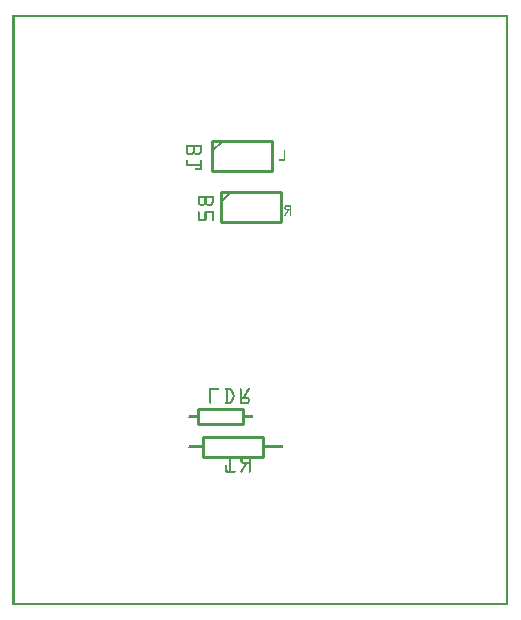
<source format=gbo>
G04 MADE WITH FRITZING*
G04 WWW.FRITZING.ORG*
G04 DOUBLE SIDED*
G04 HOLES PLATED*
G04 CONTOUR ON CENTER OF CONTOUR VECTOR*
%ASAXBY*%
%FSLAX23Y23*%
%MOIN*%
%OFA0B0*%
%SFA1.0B1.0*%
%ADD10C,0.010000*%
%ADD11C,0.005000*%
%ADD12R,0.001000X0.001000*%
%LNSILK0*%
G90*
G70*
G54D10*
X619Y605D02*
X769Y605D01*
D02*
X769Y605D02*
X769Y655D01*
D02*
X769Y655D02*
X619Y655D01*
D02*
X619Y655D02*
X619Y605D01*
D02*
X835Y563D02*
X635Y563D01*
D02*
X635Y563D02*
X635Y497D01*
D02*
X635Y497D02*
X835Y497D01*
D02*
X835Y497D02*
X835Y563D01*
D02*
X666Y1549D02*
X866Y1549D01*
D02*
X866Y1549D02*
X866Y1449D01*
D02*
X866Y1449D02*
X666Y1449D01*
D02*
X666Y1449D02*
X666Y1549D01*
G54D11*
D02*
X701Y1549D02*
X666Y1514D01*
G54D10*
D02*
X694Y1380D02*
X894Y1380D01*
D02*
X894Y1380D02*
X894Y1280D01*
D02*
X894Y1280D02*
X694Y1280D01*
D02*
X694Y1280D02*
X694Y1380D01*
G54D11*
D02*
X729Y1380D02*
X694Y1345D01*
G54D12*
X0Y1969D02*
X1652Y1969D01*
X0Y1968D02*
X1652Y1968D01*
X0Y1967D02*
X1652Y1967D01*
X0Y1966D02*
X1652Y1966D01*
X0Y1965D02*
X1652Y1965D01*
X0Y1964D02*
X1652Y1964D01*
X0Y1963D02*
X1652Y1963D01*
X0Y1962D02*
X1652Y1962D01*
X0Y1961D02*
X7Y1961D01*
X1645Y1961D02*
X1652Y1961D01*
X0Y1960D02*
X7Y1960D01*
X1645Y1960D02*
X1652Y1960D01*
X0Y1959D02*
X7Y1959D01*
X1645Y1959D02*
X1652Y1959D01*
X0Y1958D02*
X7Y1958D01*
X1645Y1958D02*
X1652Y1958D01*
X0Y1957D02*
X7Y1957D01*
X1645Y1957D02*
X1652Y1957D01*
X0Y1956D02*
X7Y1956D01*
X1645Y1956D02*
X1652Y1956D01*
X0Y1955D02*
X7Y1955D01*
X1645Y1955D02*
X1652Y1955D01*
X0Y1954D02*
X7Y1954D01*
X1645Y1954D02*
X1652Y1954D01*
X0Y1953D02*
X7Y1953D01*
X1645Y1953D02*
X1652Y1953D01*
X0Y1952D02*
X7Y1952D01*
X1645Y1952D02*
X1652Y1952D01*
X0Y1951D02*
X7Y1951D01*
X1645Y1951D02*
X1652Y1951D01*
X0Y1950D02*
X7Y1950D01*
X1645Y1950D02*
X1652Y1950D01*
X0Y1949D02*
X7Y1949D01*
X1645Y1949D02*
X1652Y1949D01*
X0Y1948D02*
X7Y1948D01*
X1645Y1948D02*
X1652Y1948D01*
X0Y1947D02*
X7Y1947D01*
X1645Y1947D02*
X1652Y1947D01*
X0Y1946D02*
X7Y1946D01*
X1645Y1946D02*
X1652Y1946D01*
X0Y1945D02*
X7Y1945D01*
X1645Y1945D02*
X1652Y1945D01*
X0Y1944D02*
X7Y1944D01*
X1645Y1944D02*
X1652Y1944D01*
X0Y1943D02*
X7Y1943D01*
X1645Y1943D02*
X1652Y1943D01*
X0Y1942D02*
X7Y1942D01*
X1645Y1942D02*
X1652Y1942D01*
X0Y1941D02*
X7Y1941D01*
X1645Y1941D02*
X1652Y1941D01*
X0Y1940D02*
X7Y1940D01*
X1645Y1940D02*
X1652Y1940D01*
X0Y1939D02*
X7Y1939D01*
X1645Y1939D02*
X1652Y1939D01*
X0Y1938D02*
X7Y1938D01*
X1645Y1938D02*
X1652Y1938D01*
X0Y1937D02*
X7Y1937D01*
X1645Y1937D02*
X1652Y1937D01*
X0Y1936D02*
X7Y1936D01*
X1645Y1936D02*
X1652Y1936D01*
X0Y1935D02*
X7Y1935D01*
X1645Y1935D02*
X1652Y1935D01*
X0Y1934D02*
X7Y1934D01*
X1645Y1934D02*
X1652Y1934D01*
X0Y1933D02*
X7Y1933D01*
X1645Y1933D02*
X1652Y1933D01*
X0Y1932D02*
X7Y1932D01*
X1645Y1932D02*
X1652Y1932D01*
X0Y1931D02*
X7Y1931D01*
X1645Y1931D02*
X1652Y1931D01*
X0Y1930D02*
X7Y1930D01*
X1645Y1930D02*
X1652Y1930D01*
X0Y1929D02*
X7Y1929D01*
X1645Y1929D02*
X1652Y1929D01*
X0Y1928D02*
X7Y1928D01*
X1645Y1928D02*
X1652Y1928D01*
X0Y1927D02*
X7Y1927D01*
X1645Y1927D02*
X1652Y1927D01*
X0Y1926D02*
X7Y1926D01*
X1645Y1926D02*
X1652Y1926D01*
X0Y1925D02*
X7Y1925D01*
X1645Y1925D02*
X1652Y1925D01*
X0Y1924D02*
X7Y1924D01*
X1645Y1924D02*
X1652Y1924D01*
X0Y1923D02*
X7Y1923D01*
X1645Y1923D02*
X1652Y1923D01*
X0Y1922D02*
X7Y1922D01*
X1645Y1922D02*
X1652Y1922D01*
X0Y1921D02*
X7Y1921D01*
X1645Y1921D02*
X1652Y1921D01*
X0Y1920D02*
X7Y1920D01*
X1645Y1920D02*
X1652Y1920D01*
X0Y1919D02*
X7Y1919D01*
X1645Y1919D02*
X1652Y1919D01*
X0Y1918D02*
X7Y1918D01*
X1645Y1918D02*
X1652Y1918D01*
X0Y1917D02*
X7Y1917D01*
X1645Y1917D02*
X1652Y1917D01*
X0Y1916D02*
X7Y1916D01*
X1645Y1916D02*
X1652Y1916D01*
X0Y1915D02*
X7Y1915D01*
X1645Y1915D02*
X1652Y1915D01*
X0Y1914D02*
X7Y1914D01*
X1645Y1914D02*
X1652Y1914D01*
X0Y1913D02*
X7Y1913D01*
X1645Y1913D02*
X1652Y1913D01*
X0Y1912D02*
X7Y1912D01*
X1645Y1912D02*
X1652Y1912D01*
X0Y1911D02*
X7Y1911D01*
X1645Y1911D02*
X1652Y1911D01*
X0Y1910D02*
X7Y1910D01*
X1645Y1910D02*
X1652Y1910D01*
X0Y1909D02*
X7Y1909D01*
X1645Y1909D02*
X1652Y1909D01*
X0Y1908D02*
X7Y1908D01*
X1645Y1908D02*
X1652Y1908D01*
X0Y1907D02*
X7Y1907D01*
X1645Y1907D02*
X1652Y1907D01*
X0Y1906D02*
X7Y1906D01*
X1645Y1906D02*
X1652Y1906D01*
X0Y1905D02*
X7Y1905D01*
X1645Y1905D02*
X1652Y1905D01*
X0Y1904D02*
X7Y1904D01*
X1645Y1904D02*
X1652Y1904D01*
X0Y1903D02*
X7Y1903D01*
X1645Y1903D02*
X1652Y1903D01*
X0Y1902D02*
X7Y1902D01*
X1645Y1902D02*
X1652Y1902D01*
X0Y1901D02*
X7Y1901D01*
X1645Y1901D02*
X1652Y1901D01*
X0Y1900D02*
X7Y1900D01*
X1645Y1900D02*
X1652Y1900D01*
X0Y1899D02*
X7Y1899D01*
X1645Y1899D02*
X1652Y1899D01*
X0Y1898D02*
X7Y1898D01*
X1645Y1898D02*
X1652Y1898D01*
X0Y1897D02*
X7Y1897D01*
X1645Y1897D02*
X1652Y1897D01*
X0Y1896D02*
X7Y1896D01*
X1645Y1896D02*
X1652Y1896D01*
X0Y1895D02*
X7Y1895D01*
X1645Y1895D02*
X1652Y1895D01*
X0Y1894D02*
X7Y1894D01*
X1645Y1894D02*
X1652Y1894D01*
X0Y1893D02*
X7Y1893D01*
X1645Y1893D02*
X1652Y1893D01*
X0Y1892D02*
X7Y1892D01*
X1645Y1892D02*
X1652Y1892D01*
X0Y1891D02*
X7Y1891D01*
X1645Y1891D02*
X1652Y1891D01*
X0Y1890D02*
X7Y1890D01*
X1645Y1890D02*
X1652Y1890D01*
X0Y1889D02*
X7Y1889D01*
X1645Y1889D02*
X1652Y1889D01*
X0Y1888D02*
X7Y1888D01*
X1645Y1888D02*
X1652Y1888D01*
X0Y1887D02*
X7Y1887D01*
X1645Y1887D02*
X1652Y1887D01*
X0Y1886D02*
X7Y1886D01*
X1645Y1886D02*
X1652Y1886D01*
X0Y1885D02*
X7Y1885D01*
X1645Y1885D02*
X1652Y1885D01*
X0Y1884D02*
X7Y1884D01*
X1645Y1884D02*
X1652Y1884D01*
X0Y1883D02*
X7Y1883D01*
X1645Y1883D02*
X1652Y1883D01*
X0Y1882D02*
X7Y1882D01*
X1645Y1882D02*
X1652Y1882D01*
X0Y1881D02*
X7Y1881D01*
X1645Y1881D02*
X1652Y1881D01*
X0Y1880D02*
X7Y1880D01*
X1645Y1880D02*
X1652Y1880D01*
X0Y1879D02*
X7Y1879D01*
X1645Y1879D02*
X1652Y1879D01*
X0Y1878D02*
X7Y1878D01*
X1645Y1878D02*
X1652Y1878D01*
X0Y1877D02*
X7Y1877D01*
X1645Y1877D02*
X1652Y1877D01*
X0Y1876D02*
X7Y1876D01*
X1645Y1876D02*
X1652Y1876D01*
X0Y1875D02*
X7Y1875D01*
X1645Y1875D02*
X1652Y1875D01*
X0Y1874D02*
X7Y1874D01*
X1645Y1874D02*
X1652Y1874D01*
X0Y1873D02*
X7Y1873D01*
X1645Y1873D02*
X1652Y1873D01*
X0Y1872D02*
X7Y1872D01*
X1645Y1872D02*
X1652Y1872D01*
X0Y1871D02*
X7Y1871D01*
X1645Y1871D02*
X1652Y1871D01*
X0Y1870D02*
X7Y1870D01*
X1645Y1870D02*
X1652Y1870D01*
X0Y1869D02*
X7Y1869D01*
X1645Y1869D02*
X1652Y1869D01*
X0Y1868D02*
X7Y1868D01*
X1645Y1868D02*
X1652Y1868D01*
X0Y1867D02*
X7Y1867D01*
X1645Y1867D02*
X1652Y1867D01*
X0Y1866D02*
X7Y1866D01*
X1645Y1866D02*
X1652Y1866D01*
X0Y1865D02*
X7Y1865D01*
X1645Y1865D02*
X1652Y1865D01*
X0Y1864D02*
X7Y1864D01*
X1645Y1864D02*
X1652Y1864D01*
X0Y1863D02*
X7Y1863D01*
X1645Y1863D02*
X1652Y1863D01*
X0Y1862D02*
X7Y1862D01*
X1645Y1862D02*
X1652Y1862D01*
X0Y1861D02*
X7Y1861D01*
X1645Y1861D02*
X1652Y1861D01*
X0Y1860D02*
X7Y1860D01*
X1645Y1860D02*
X1652Y1860D01*
X0Y1859D02*
X7Y1859D01*
X1645Y1859D02*
X1652Y1859D01*
X0Y1858D02*
X7Y1858D01*
X1645Y1858D02*
X1652Y1858D01*
X0Y1857D02*
X7Y1857D01*
X1645Y1857D02*
X1652Y1857D01*
X0Y1856D02*
X7Y1856D01*
X1645Y1856D02*
X1652Y1856D01*
X0Y1855D02*
X7Y1855D01*
X1645Y1855D02*
X1652Y1855D01*
X0Y1854D02*
X7Y1854D01*
X1645Y1854D02*
X1652Y1854D01*
X0Y1853D02*
X7Y1853D01*
X1645Y1853D02*
X1652Y1853D01*
X0Y1852D02*
X7Y1852D01*
X1645Y1852D02*
X1652Y1852D01*
X0Y1851D02*
X7Y1851D01*
X1645Y1851D02*
X1652Y1851D01*
X0Y1850D02*
X7Y1850D01*
X1645Y1850D02*
X1652Y1850D01*
X0Y1849D02*
X7Y1849D01*
X1645Y1849D02*
X1652Y1849D01*
X0Y1848D02*
X7Y1848D01*
X1645Y1848D02*
X1652Y1848D01*
X0Y1847D02*
X7Y1847D01*
X1645Y1847D02*
X1652Y1847D01*
X0Y1846D02*
X7Y1846D01*
X1645Y1846D02*
X1652Y1846D01*
X0Y1845D02*
X7Y1845D01*
X1645Y1845D02*
X1652Y1845D01*
X0Y1844D02*
X7Y1844D01*
X1645Y1844D02*
X1652Y1844D01*
X0Y1843D02*
X7Y1843D01*
X1645Y1843D02*
X1652Y1843D01*
X0Y1842D02*
X7Y1842D01*
X1645Y1842D02*
X1652Y1842D01*
X0Y1841D02*
X7Y1841D01*
X1645Y1841D02*
X1652Y1841D01*
X0Y1840D02*
X7Y1840D01*
X1645Y1840D02*
X1652Y1840D01*
X0Y1839D02*
X7Y1839D01*
X1645Y1839D02*
X1652Y1839D01*
X0Y1838D02*
X7Y1838D01*
X1645Y1838D02*
X1652Y1838D01*
X0Y1837D02*
X7Y1837D01*
X1645Y1837D02*
X1652Y1837D01*
X0Y1836D02*
X7Y1836D01*
X1645Y1836D02*
X1652Y1836D01*
X0Y1835D02*
X7Y1835D01*
X1645Y1835D02*
X1652Y1835D01*
X0Y1834D02*
X7Y1834D01*
X1645Y1834D02*
X1652Y1834D01*
X0Y1833D02*
X7Y1833D01*
X1645Y1833D02*
X1652Y1833D01*
X0Y1832D02*
X7Y1832D01*
X1645Y1832D02*
X1652Y1832D01*
X0Y1831D02*
X7Y1831D01*
X1645Y1831D02*
X1652Y1831D01*
X0Y1830D02*
X7Y1830D01*
X1645Y1830D02*
X1652Y1830D01*
X0Y1829D02*
X7Y1829D01*
X1645Y1829D02*
X1652Y1829D01*
X0Y1828D02*
X7Y1828D01*
X1645Y1828D02*
X1652Y1828D01*
X0Y1827D02*
X7Y1827D01*
X1645Y1827D02*
X1652Y1827D01*
X0Y1826D02*
X7Y1826D01*
X1645Y1826D02*
X1652Y1826D01*
X0Y1825D02*
X7Y1825D01*
X1645Y1825D02*
X1652Y1825D01*
X0Y1824D02*
X7Y1824D01*
X1645Y1824D02*
X1652Y1824D01*
X0Y1823D02*
X7Y1823D01*
X1645Y1823D02*
X1652Y1823D01*
X0Y1822D02*
X7Y1822D01*
X1645Y1822D02*
X1652Y1822D01*
X0Y1821D02*
X7Y1821D01*
X1645Y1821D02*
X1652Y1821D01*
X0Y1820D02*
X7Y1820D01*
X1645Y1820D02*
X1652Y1820D01*
X0Y1819D02*
X7Y1819D01*
X1645Y1819D02*
X1652Y1819D01*
X0Y1818D02*
X7Y1818D01*
X1645Y1818D02*
X1652Y1818D01*
X0Y1817D02*
X7Y1817D01*
X1645Y1817D02*
X1652Y1817D01*
X0Y1816D02*
X7Y1816D01*
X1645Y1816D02*
X1652Y1816D01*
X0Y1815D02*
X7Y1815D01*
X1645Y1815D02*
X1652Y1815D01*
X0Y1814D02*
X7Y1814D01*
X1645Y1814D02*
X1652Y1814D01*
X0Y1813D02*
X7Y1813D01*
X1645Y1813D02*
X1652Y1813D01*
X0Y1812D02*
X7Y1812D01*
X1645Y1812D02*
X1652Y1812D01*
X0Y1811D02*
X7Y1811D01*
X1645Y1811D02*
X1652Y1811D01*
X0Y1810D02*
X7Y1810D01*
X1645Y1810D02*
X1652Y1810D01*
X0Y1809D02*
X7Y1809D01*
X1645Y1809D02*
X1652Y1809D01*
X0Y1808D02*
X7Y1808D01*
X1645Y1808D02*
X1652Y1808D01*
X0Y1807D02*
X7Y1807D01*
X1645Y1807D02*
X1652Y1807D01*
X0Y1806D02*
X7Y1806D01*
X1645Y1806D02*
X1652Y1806D01*
X0Y1805D02*
X7Y1805D01*
X1645Y1805D02*
X1652Y1805D01*
X0Y1804D02*
X7Y1804D01*
X1645Y1804D02*
X1652Y1804D01*
X0Y1803D02*
X7Y1803D01*
X1645Y1803D02*
X1652Y1803D01*
X0Y1802D02*
X7Y1802D01*
X1645Y1802D02*
X1652Y1802D01*
X0Y1801D02*
X7Y1801D01*
X1645Y1801D02*
X1652Y1801D01*
X0Y1800D02*
X7Y1800D01*
X1645Y1800D02*
X1652Y1800D01*
X0Y1799D02*
X7Y1799D01*
X1645Y1799D02*
X1652Y1799D01*
X0Y1798D02*
X7Y1798D01*
X1645Y1798D02*
X1652Y1798D01*
X0Y1797D02*
X7Y1797D01*
X1645Y1797D02*
X1652Y1797D01*
X0Y1796D02*
X7Y1796D01*
X1645Y1796D02*
X1652Y1796D01*
X0Y1795D02*
X7Y1795D01*
X1645Y1795D02*
X1652Y1795D01*
X0Y1794D02*
X7Y1794D01*
X1645Y1794D02*
X1652Y1794D01*
X0Y1793D02*
X7Y1793D01*
X1645Y1793D02*
X1652Y1793D01*
X0Y1792D02*
X7Y1792D01*
X1645Y1792D02*
X1652Y1792D01*
X0Y1791D02*
X7Y1791D01*
X1645Y1791D02*
X1652Y1791D01*
X0Y1790D02*
X7Y1790D01*
X1645Y1790D02*
X1652Y1790D01*
X0Y1789D02*
X7Y1789D01*
X1645Y1789D02*
X1652Y1789D01*
X0Y1788D02*
X7Y1788D01*
X1645Y1788D02*
X1652Y1788D01*
X0Y1787D02*
X7Y1787D01*
X1645Y1787D02*
X1652Y1787D01*
X0Y1786D02*
X7Y1786D01*
X1645Y1786D02*
X1652Y1786D01*
X0Y1785D02*
X7Y1785D01*
X1645Y1785D02*
X1652Y1785D01*
X0Y1784D02*
X7Y1784D01*
X1645Y1784D02*
X1652Y1784D01*
X0Y1783D02*
X7Y1783D01*
X1645Y1783D02*
X1652Y1783D01*
X0Y1782D02*
X7Y1782D01*
X1645Y1782D02*
X1652Y1782D01*
X0Y1781D02*
X7Y1781D01*
X1645Y1781D02*
X1652Y1781D01*
X0Y1780D02*
X7Y1780D01*
X1645Y1780D02*
X1652Y1780D01*
X0Y1779D02*
X7Y1779D01*
X1645Y1779D02*
X1652Y1779D01*
X0Y1778D02*
X7Y1778D01*
X1645Y1778D02*
X1652Y1778D01*
X0Y1777D02*
X7Y1777D01*
X1645Y1777D02*
X1652Y1777D01*
X0Y1776D02*
X7Y1776D01*
X1645Y1776D02*
X1652Y1776D01*
X0Y1775D02*
X7Y1775D01*
X1645Y1775D02*
X1652Y1775D01*
X0Y1774D02*
X7Y1774D01*
X1645Y1774D02*
X1652Y1774D01*
X0Y1773D02*
X7Y1773D01*
X1645Y1773D02*
X1652Y1773D01*
X0Y1772D02*
X7Y1772D01*
X1645Y1772D02*
X1652Y1772D01*
X0Y1771D02*
X7Y1771D01*
X1645Y1771D02*
X1652Y1771D01*
X0Y1770D02*
X7Y1770D01*
X1645Y1770D02*
X1652Y1770D01*
X0Y1769D02*
X7Y1769D01*
X1645Y1769D02*
X1652Y1769D01*
X0Y1768D02*
X7Y1768D01*
X1645Y1768D02*
X1652Y1768D01*
X0Y1767D02*
X7Y1767D01*
X1645Y1767D02*
X1652Y1767D01*
X0Y1766D02*
X7Y1766D01*
X1645Y1766D02*
X1652Y1766D01*
X0Y1765D02*
X7Y1765D01*
X1645Y1765D02*
X1652Y1765D01*
X0Y1764D02*
X7Y1764D01*
X1645Y1764D02*
X1652Y1764D01*
X0Y1763D02*
X7Y1763D01*
X1645Y1763D02*
X1652Y1763D01*
X0Y1762D02*
X7Y1762D01*
X1645Y1762D02*
X1652Y1762D01*
X0Y1761D02*
X7Y1761D01*
X1645Y1761D02*
X1652Y1761D01*
X0Y1760D02*
X7Y1760D01*
X1645Y1760D02*
X1652Y1760D01*
X0Y1759D02*
X7Y1759D01*
X1645Y1759D02*
X1652Y1759D01*
X0Y1758D02*
X7Y1758D01*
X1645Y1758D02*
X1652Y1758D01*
X0Y1757D02*
X7Y1757D01*
X1645Y1757D02*
X1652Y1757D01*
X0Y1756D02*
X7Y1756D01*
X1645Y1756D02*
X1652Y1756D01*
X0Y1755D02*
X7Y1755D01*
X1645Y1755D02*
X1652Y1755D01*
X0Y1754D02*
X7Y1754D01*
X1645Y1754D02*
X1652Y1754D01*
X0Y1753D02*
X7Y1753D01*
X1645Y1753D02*
X1652Y1753D01*
X0Y1752D02*
X7Y1752D01*
X1645Y1752D02*
X1652Y1752D01*
X0Y1751D02*
X7Y1751D01*
X1645Y1751D02*
X1652Y1751D01*
X0Y1750D02*
X7Y1750D01*
X1645Y1750D02*
X1652Y1750D01*
X0Y1749D02*
X7Y1749D01*
X1645Y1749D02*
X1652Y1749D01*
X0Y1748D02*
X7Y1748D01*
X1645Y1748D02*
X1652Y1748D01*
X0Y1747D02*
X7Y1747D01*
X1645Y1747D02*
X1652Y1747D01*
X0Y1746D02*
X7Y1746D01*
X1645Y1746D02*
X1652Y1746D01*
X0Y1745D02*
X7Y1745D01*
X1645Y1745D02*
X1652Y1745D01*
X0Y1744D02*
X7Y1744D01*
X1645Y1744D02*
X1652Y1744D01*
X0Y1743D02*
X7Y1743D01*
X1645Y1743D02*
X1652Y1743D01*
X0Y1742D02*
X7Y1742D01*
X1645Y1742D02*
X1652Y1742D01*
X0Y1741D02*
X7Y1741D01*
X1645Y1741D02*
X1652Y1741D01*
X0Y1740D02*
X7Y1740D01*
X1645Y1740D02*
X1652Y1740D01*
X0Y1739D02*
X7Y1739D01*
X1645Y1739D02*
X1652Y1739D01*
X0Y1738D02*
X7Y1738D01*
X1645Y1738D02*
X1652Y1738D01*
X0Y1737D02*
X7Y1737D01*
X1645Y1737D02*
X1652Y1737D01*
X0Y1736D02*
X7Y1736D01*
X1645Y1736D02*
X1652Y1736D01*
X0Y1735D02*
X7Y1735D01*
X1645Y1735D02*
X1652Y1735D01*
X0Y1734D02*
X7Y1734D01*
X1645Y1734D02*
X1652Y1734D01*
X0Y1733D02*
X7Y1733D01*
X1645Y1733D02*
X1652Y1733D01*
X0Y1732D02*
X7Y1732D01*
X1645Y1732D02*
X1652Y1732D01*
X0Y1731D02*
X7Y1731D01*
X1645Y1731D02*
X1652Y1731D01*
X0Y1730D02*
X7Y1730D01*
X1645Y1730D02*
X1652Y1730D01*
X0Y1729D02*
X7Y1729D01*
X1645Y1729D02*
X1652Y1729D01*
X0Y1728D02*
X7Y1728D01*
X1645Y1728D02*
X1652Y1728D01*
X0Y1727D02*
X7Y1727D01*
X1645Y1727D02*
X1652Y1727D01*
X0Y1726D02*
X7Y1726D01*
X1645Y1726D02*
X1652Y1726D01*
X0Y1725D02*
X7Y1725D01*
X1645Y1725D02*
X1652Y1725D01*
X0Y1724D02*
X7Y1724D01*
X1645Y1724D02*
X1652Y1724D01*
X0Y1723D02*
X7Y1723D01*
X1645Y1723D02*
X1652Y1723D01*
X0Y1722D02*
X7Y1722D01*
X1645Y1722D02*
X1652Y1722D01*
X0Y1721D02*
X7Y1721D01*
X1645Y1721D02*
X1652Y1721D01*
X0Y1720D02*
X7Y1720D01*
X1645Y1720D02*
X1652Y1720D01*
X0Y1719D02*
X7Y1719D01*
X1645Y1719D02*
X1652Y1719D01*
X0Y1718D02*
X7Y1718D01*
X1645Y1718D02*
X1652Y1718D01*
X0Y1717D02*
X7Y1717D01*
X1645Y1717D02*
X1652Y1717D01*
X0Y1716D02*
X7Y1716D01*
X1645Y1716D02*
X1652Y1716D01*
X0Y1715D02*
X7Y1715D01*
X1645Y1715D02*
X1652Y1715D01*
X0Y1714D02*
X7Y1714D01*
X1645Y1714D02*
X1652Y1714D01*
X0Y1713D02*
X7Y1713D01*
X1645Y1713D02*
X1652Y1713D01*
X0Y1712D02*
X7Y1712D01*
X1645Y1712D02*
X1652Y1712D01*
X0Y1711D02*
X7Y1711D01*
X1645Y1711D02*
X1652Y1711D01*
X0Y1710D02*
X7Y1710D01*
X1645Y1710D02*
X1652Y1710D01*
X0Y1709D02*
X7Y1709D01*
X1645Y1709D02*
X1652Y1709D01*
X0Y1708D02*
X7Y1708D01*
X1645Y1708D02*
X1652Y1708D01*
X0Y1707D02*
X7Y1707D01*
X1645Y1707D02*
X1652Y1707D01*
X0Y1706D02*
X7Y1706D01*
X1645Y1706D02*
X1652Y1706D01*
X0Y1705D02*
X7Y1705D01*
X1645Y1705D02*
X1652Y1705D01*
X0Y1704D02*
X7Y1704D01*
X1645Y1704D02*
X1652Y1704D01*
X0Y1703D02*
X7Y1703D01*
X1645Y1703D02*
X1652Y1703D01*
X0Y1702D02*
X7Y1702D01*
X1645Y1702D02*
X1652Y1702D01*
X0Y1701D02*
X7Y1701D01*
X1645Y1701D02*
X1652Y1701D01*
X0Y1700D02*
X7Y1700D01*
X1645Y1700D02*
X1652Y1700D01*
X0Y1699D02*
X7Y1699D01*
X1645Y1699D02*
X1652Y1699D01*
X0Y1698D02*
X7Y1698D01*
X1645Y1698D02*
X1652Y1698D01*
X0Y1697D02*
X7Y1697D01*
X1645Y1697D02*
X1652Y1697D01*
X0Y1696D02*
X7Y1696D01*
X1645Y1696D02*
X1652Y1696D01*
X0Y1695D02*
X7Y1695D01*
X1645Y1695D02*
X1652Y1695D01*
X0Y1694D02*
X7Y1694D01*
X1645Y1694D02*
X1652Y1694D01*
X0Y1693D02*
X7Y1693D01*
X1645Y1693D02*
X1652Y1693D01*
X0Y1692D02*
X7Y1692D01*
X1645Y1692D02*
X1652Y1692D01*
X0Y1691D02*
X7Y1691D01*
X1645Y1691D02*
X1652Y1691D01*
X0Y1690D02*
X7Y1690D01*
X1645Y1690D02*
X1652Y1690D01*
X0Y1689D02*
X7Y1689D01*
X1645Y1689D02*
X1652Y1689D01*
X0Y1688D02*
X7Y1688D01*
X1645Y1688D02*
X1652Y1688D01*
X0Y1687D02*
X7Y1687D01*
X1645Y1687D02*
X1652Y1687D01*
X0Y1686D02*
X7Y1686D01*
X1645Y1686D02*
X1652Y1686D01*
X0Y1685D02*
X7Y1685D01*
X1645Y1685D02*
X1652Y1685D01*
X0Y1684D02*
X7Y1684D01*
X1645Y1684D02*
X1652Y1684D01*
X0Y1683D02*
X7Y1683D01*
X1645Y1683D02*
X1652Y1683D01*
X0Y1682D02*
X7Y1682D01*
X1645Y1682D02*
X1652Y1682D01*
X0Y1681D02*
X7Y1681D01*
X1645Y1681D02*
X1652Y1681D01*
X0Y1680D02*
X7Y1680D01*
X1645Y1680D02*
X1652Y1680D01*
X0Y1679D02*
X7Y1679D01*
X1645Y1679D02*
X1652Y1679D01*
X0Y1678D02*
X7Y1678D01*
X1645Y1678D02*
X1652Y1678D01*
X0Y1677D02*
X7Y1677D01*
X1645Y1677D02*
X1652Y1677D01*
X0Y1676D02*
X7Y1676D01*
X1645Y1676D02*
X1652Y1676D01*
X0Y1675D02*
X7Y1675D01*
X1645Y1675D02*
X1652Y1675D01*
X0Y1674D02*
X7Y1674D01*
X1645Y1674D02*
X1652Y1674D01*
X0Y1673D02*
X7Y1673D01*
X1645Y1673D02*
X1652Y1673D01*
X0Y1672D02*
X7Y1672D01*
X1645Y1672D02*
X1652Y1672D01*
X0Y1671D02*
X7Y1671D01*
X1645Y1671D02*
X1652Y1671D01*
X0Y1670D02*
X7Y1670D01*
X1645Y1670D02*
X1652Y1670D01*
X0Y1669D02*
X7Y1669D01*
X1645Y1669D02*
X1652Y1669D01*
X0Y1668D02*
X7Y1668D01*
X1645Y1668D02*
X1652Y1668D01*
X0Y1667D02*
X7Y1667D01*
X1645Y1667D02*
X1652Y1667D01*
X0Y1666D02*
X7Y1666D01*
X1645Y1666D02*
X1652Y1666D01*
X0Y1665D02*
X7Y1665D01*
X1645Y1665D02*
X1652Y1665D01*
X0Y1664D02*
X7Y1664D01*
X1645Y1664D02*
X1652Y1664D01*
X0Y1663D02*
X7Y1663D01*
X1645Y1663D02*
X1652Y1663D01*
X0Y1662D02*
X7Y1662D01*
X1645Y1662D02*
X1652Y1662D01*
X0Y1661D02*
X7Y1661D01*
X1645Y1661D02*
X1652Y1661D01*
X0Y1660D02*
X7Y1660D01*
X1645Y1660D02*
X1652Y1660D01*
X0Y1659D02*
X7Y1659D01*
X1645Y1659D02*
X1652Y1659D01*
X0Y1658D02*
X7Y1658D01*
X1645Y1658D02*
X1652Y1658D01*
X0Y1657D02*
X7Y1657D01*
X1645Y1657D02*
X1652Y1657D01*
X0Y1656D02*
X7Y1656D01*
X1645Y1656D02*
X1652Y1656D01*
X0Y1655D02*
X7Y1655D01*
X1645Y1655D02*
X1652Y1655D01*
X0Y1654D02*
X7Y1654D01*
X1645Y1654D02*
X1652Y1654D01*
X0Y1653D02*
X7Y1653D01*
X1645Y1653D02*
X1652Y1653D01*
X0Y1652D02*
X7Y1652D01*
X1645Y1652D02*
X1652Y1652D01*
X0Y1651D02*
X7Y1651D01*
X1645Y1651D02*
X1652Y1651D01*
X0Y1650D02*
X7Y1650D01*
X1645Y1650D02*
X1652Y1650D01*
X0Y1649D02*
X7Y1649D01*
X1645Y1649D02*
X1652Y1649D01*
X0Y1648D02*
X7Y1648D01*
X1645Y1648D02*
X1652Y1648D01*
X0Y1647D02*
X7Y1647D01*
X1645Y1647D02*
X1652Y1647D01*
X0Y1646D02*
X7Y1646D01*
X1645Y1646D02*
X1652Y1646D01*
X0Y1645D02*
X7Y1645D01*
X1645Y1645D02*
X1652Y1645D01*
X0Y1644D02*
X7Y1644D01*
X1645Y1644D02*
X1652Y1644D01*
X0Y1643D02*
X7Y1643D01*
X1645Y1643D02*
X1652Y1643D01*
X0Y1642D02*
X7Y1642D01*
X1645Y1642D02*
X1652Y1642D01*
X0Y1641D02*
X7Y1641D01*
X1645Y1641D02*
X1652Y1641D01*
X0Y1640D02*
X7Y1640D01*
X1645Y1640D02*
X1652Y1640D01*
X0Y1639D02*
X7Y1639D01*
X1645Y1639D02*
X1652Y1639D01*
X0Y1638D02*
X7Y1638D01*
X1645Y1638D02*
X1652Y1638D01*
X0Y1637D02*
X7Y1637D01*
X1645Y1637D02*
X1652Y1637D01*
X0Y1636D02*
X7Y1636D01*
X1645Y1636D02*
X1652Y1636D01*
X0Y1635D02*
X7Y1635D01*
X1645Y1635D02*
X1652Y1635D01*
X0Y1634D02*
X7Y1634D01*
X1645Y1634D02*
X1652Y1634D01*
X0Y1633D02*
X7Y1633D01*
X1645Y1633D02*
X1652Y1633D01*
X0Y1632D02*
X7Y1632D01*
X1645Y1632D02*
X1652Y1632D01*
X0Y1631D02*
X7Y1631D01*
X1645Y1631D02*
X1652Y1631D01*
X0Y1630D02*
X7Y1630D01*
X1645Y1630D02*
X1652Y1630D01*
X0Y1629D02*
X7Y1629D01*
X1645Y1629D02*
X1652Y1629D01*
X0Y1628D02*
X7Y1628D01*
X1645Y1628D02*
X1652Y1628D01*
X0Y1627D02*
X7Y1627D01*
X1645Y1627D02*
X1652Y1627D01*
X0Y1626D02*
X7Y1626D01*
X1645Y1626D02*
X1652Y1626D01*
X0Y1625D02*
X7Y1625D01*
X1645Y1625D02*
X1652Y1625D01*
X0Y1624D02*
X7Y1624D01*
X1645Y1624D02*
X1652Y1624D01*
X0Y1623D02*
X7Y1623D01*
X1645Y1623D02*
X1652Y1623D01*
X0Y1622D02*
X7Y1622D01*
X1645Y1622D02*
X1652Y1622D01*
X0Y1621D02*
X7Y1621D01*
X1645Y1621D02*
X1652Y1621D01*
X0Y1620D02*
X7Y1620D01*
X1645Y1620D02*
X1652Y1620D01*
X0Y1619D02*
X7Y1619D01*
X1645Y1619D02*
X1652Y1619D01*
X0Y1618D02*
X7Y1618D01*
X1645Y1618D02*
X1652Y1618D01*
X0Y1617D02*
X7Y1617D01*
X1645Y1617D02*
X1652Y1617D01*
X0Y1616D02*
X7Y1616D01*
X1645Y1616D02*
X1652Y1616D01*
X0Y1615D02*
X7Y1615D01*
X1645Y1615D02*
X1652Y1615D01*
X0Y1614D02*
X7Y1614D01*
X1645Y1614D02*
X1652Y1614D01*
X0Y1613D02*
X7Y1613D01*
X1645Y1613D02*
X1652Y1613D01*
X0Y1612D02*
X7Y1612D01*
X1645Y1612D02*
X1652Y1612D01*
X0Y1611D02*
X7Y1611D01*
X1645Y1611D02*
X1652Y1611D01*
X0Y1610D02*
X7Y1610D01*
X1645Y1610D02*
X1652Y1610D01*
X0Y1609D02*
X7Y1609D01*
X1645Y1609D02*
X1652Y1609D01*
X0Y1608D02*
X7Y1608D01*
X1645Y1608D02*
X1652Y1608D01*
X0Y1607D02*
X7Y1607D01*
X1645Y1607D02*
X1652Y1607D01*
X0Y1606D02*
X7Y1606D01*
X1645Y1606D02*
X1652Y1606D01*
X0Y1605D02*
X7Y1605D01*
X1645Y1605D02*
X1652Y1605D01*
X0Y1604D02*
X7Y1604D01*
X1645Y1604D02*
X1652Y1604D01*
X0Y1603D02*
X7Y1603D01*
X1645Y1603D02*
X1652Y1603D01*
X0Y1602D02*
X7Y1602D01*
X1645Y1602D02*
X1652Y1602D01*
X0Y1601D02*
X7Y1601D01*
X1645Y1601D02*
X1652Y1601D01*
X0Y1600D02*
X7Y1600D01*
X1645Y1600D02*
X1652Y1600D01*
X0Y1599D02*
X7Y1599D01*
X1645Y1599D02*
X1652Y1599D01*
X0Y1598D02*
X7Y1598D01*
X1645Y1598D02*
X1652Y1598D01*
X0Y1597D02*
X7Y1597D01*
X1645Y1597D02*
X1652Y1597D01*
X0Y1596D02*
X7Y1596D01*
X1645Y1596D02*
X1652Y1596D01*
X0Y1595D02*
X7Y1595D01*
X1645Y1595D02*
X1652Y1595D01*
X0Y1594D02*
X7Y1594D01*
X1645Y1594D02*
X1652Y1594D01*
X0Y1593D02*
X7Y1593D01*
X1645Y1593D02*
X1652Y1593D01*
X0Y1592D02*
X7Y1592D01*
X1645Y1592D02*
X1652Y1592D01*
X0Y1591D02*
X7Y1591D01*
X1645Y1591D02*
X1652Y1591D01*
X0Y1590D02*
X7Y1590D01*
X1645Y1590D02*
X1652Y1590D01*
X0Y1589D02*
X7Y1589D01*
X1645Y1589D02*
X1652Y1589D01*
X0Y1588D02*
X7Y1588D01*
X1645Y1588D02*
X1652Y1588D01*
X0Y1587D02*
X7Y1587D01*
X1645Y1587D02*
X1652Y1587D01*
X0Y1586D02*
X7Y1586D01*
X1645Y1586D02*
X1652Y1586D01*
X0Y1585D02*
X7Y1585D01*
X1645Y1585D02*
X1652Y1585D01*
X0Y1584D02*
X7Y1584D01*
X1645Y1584D02*
X1652Y1584D01*
X0Y1583D02*
X7Y1583D01*
X1645Y1583D02*
X1652Y1583D01*
X0Y1582D02*
X7Y1582D01*
X1645Y1582D02*
X1652Y1582D01*
X0Y1581D02*
X7Y1581D01*
X1645Y1581D02*
X1652Y1581D01*
X0Y1580D02*
X7Y1580D01*
X1645Y1580D02*
X1652Y1580D01*
X0Y1579D02*
X7Y1579D01*
X1645Y1579D02*
X1652Y1579D01*
X0Y1578D02*
X7Y1578D01*
X1645Y1578D02*
X1652Y1578D01*
X0Y1577D02*
X7Y1577D01*
X1645Y1577D02*
X1652Y1577D01*
X0Y1576D02*
X7Y1576D01*
X1645Y1576D02*
X1652Y1576D01*
X0Y1575D02*
X7Y1575D01*
X1645Y1575D02*
X1652Y1575D01*
X0Y1574D02*
X7Y1574D01*
X1645Y1574D02*
X1652Y1574D01*
X0Y1573D02*
X7Y1573D01*
X1645Y1573D02*
X1652Y1573D01*
X0Y1572D02*
X7Y1572D01*
X1645Y1572D02*
X1652Y1572D01*
X0Y1571D02*
X7Y1571D01*
X1645Y1571D02*
X1652Y1571D01*
X0Y1570D02*
X7Y1570D01*
X1645Y1570D02*
X1652Y1570D01*
X0Y1569D02*
X7Y1569D01*
X1645Y1569D02*
X1652Y1569D01*
X0Y1568D02*
X7Y1568D01*
X1645Y1568D02*
X1652Y1568D01*
X0Y1567D02*
X7Y1567D01*
X1645Y1567D02*
X1652Y1567D01*
X0Y1566D02*
X7Y1566D01*
X1645Y1566D02*
X1652Y1566D01*
X0Y1565D02*
X7Y1565D01*
X1645Y1565D02*
X1652Y1565D01*
X0Y1564D02*
X7Y1564D01*
X1645Y1564D02*
X1652Y1564D01*
X0Y1563D02*
X7Y1563D01*
X1645Y1563D02*
X1652Y1563D01*
X0Y1562D02*
X7Y1562D01*
X1645Y1562D02*
X1652Y1562D01*
X0Y1561D02*
X7Y1561D01*
X1645Y1561D02*
X1652Y1561D01*
X0Y1560D02*
X7Y1560D01*
X1645Y1560D02*
X1652Y1560D01*
X0Y1559D02*
X7Y1559D01*
X1645Y1559D02*
X1652Y1559D01*
X0Y1558D02*
X7Y1558D01*
X1645Y1558D02*
X1652Y1558D01*
X0Y1557D02*
X7Y1557D01*
X1645Y1557D02*
X1652Y1557D01*
X0Y1556D02*
X7Y1556D01*
X1645Y1556D02*
X1652Y1556D01*
X0Y1555D02*
X7Y1555D01*
X1645Y1555D02*
X1652Y1555D01*
X0Y1554D02*
X7Y1554D01*
X1645Y1554D02*
X1652Y1554D01*
X0Y1553D02*
X7Y1553D01*
X1645Y1553D02*
X1652Y1553D01*
X0Y1552D02*
X7Y1552D01*
X1645Y1552D02*
X1652Y1552D01*
X0Y1551D02*
X7Y1551D01*
X1645Y1551D02*
X1652Y1551D01*
X0Y1550D02*
X7Y1550D01*
X1645Y1550D02*
X1652Y1550D01*
X0Y1549D02*
X7Y1549D01*
X1645Y1549D02*
X1652Y1549D01*
X0Y1548D02*
X7Y1548D01*
X1645Y1548D02*
X1652Y1548D01*
X0Y1547D02*
X7Y1547D01*
X1645Y1547D02*
X1652Y1547D01*
X0Y1546D02*
X7Y1546D01*
X1645Y1546D02*
X1652Y1546D01*
X0Y1545D02*
X7Y1545D01*
X1645Y1545D02*
X1652Y1545D01*
X0Y1544D02*
X7Y1544D01*
X1645Y1544D02*
X1652Y1544D01*
X0Y1543D02*
X7Y1543D01*
X1645Y1543D02*
X1652Y1543D01*
X0Y1542D02*
X7Y1542D01*
X1645Y1542D02*
X1652Y1542D01*
X0Y1541D02*
X7Y1541D01*
X1645Y1541D02*
X1652Y1541D01*
X0Y1540D02*
X7Y1540D01*
X1645Y1540D02*
X1652Y1540D01*
X0Y1539D02*
X7Y1539D01*
X1645Y1539D02*
X1652Y1539D01*
X0Y1538D02*
X7Y1538D01*
X1645Y1538D02*
X1652Y1538D01*
X0Y1537D02*
X7Y1537D01*
X1645Y1537D02*
X1652Y1537D01*
X0Y1536D02*
X7Y1536D01*
X1645Y1536D02*
X1652Y1536D01*
X0Y1535D02*
X7Y1535D01*
X577Y1535D02*
X630Y1535D01*
X1645Y1535D02*
X1652Y1535D01*
X0Y1534D02*
X7Y1534D01*
X577Y1534D02*
X630Y1534D01*
X1645Y1534D02*
X1652Y1534D01*
X0Y1533D02*
X7Y1533D01*
X577Y1533D02*
X630Y1533D01*
X1645Y1533D02*
X1652Y1533D01*
X0Y1532D02*
X7Y1532D01*
X577Y1532D02*
X630Y1532D01*
X1645Y1532D02*
X1652Y1532D01*
X0Y1531D02*
X7Y1531D01*
X577Y1531D02*
X630Y1531D01*
X1645Y1531D02*
X1652Y1531D01*
X0Y1530D02*
X7Y1530D01*
X577Y1530D02*
X630Y1530D01*
X1645Y1530D02*
X1652Y1530D01*
X0Y1529D02*
X7Y1529D01*
X577Y1529D02*
X630Y1529D01*
X1645Y1529D02*
X1652Y1529D01*
X0Y1528D02*
X7Y1528D01*
X577Y1528D02*
X583Y1528D01*
X601Y1528D02*
X607Y1528D01*
X624Y1528D02*
X630Y1528D01*
X1645Y1528D02*
X1652Y1528D01*
X0Y1527D02*
X7Y1527D01*
X577Y1527D02*
X583Y1527D01*
X601Y1527D02*
X607Y1527D01*
X624Y1527D02*
X630Y1527D01*
X1645Y1527D02*
X1652Y1527D01*
X0Y1526D02*
X7Y1526D01*
X577Y1526D02*
X583Y1526D01*
X601Y1526D02*
X607Y1526D01*
X624Y1526D02*
X630Y1526D01*
X1645Y1526D02*
X1652Y1526D01*
X0Y1525D02*
X7Y1525D01*
X577Y1525D02*
X583Y1525D01*
X601Y1525D02*
X607Y1525D01*
X624Y1525D02*
X630Y1525D01*
X1645Y1525D02*
X1652Y1525D01*
X0Y1524D02*
X7Y1524D01*
X577Y1524D02*
X583Y1524D01*
X601Y1524D02*
X607Y1524D01*
X624Y1524D02*
X630Y1524D01*
X1645Y1524D02*
X1652Y1524D01*
X0Y1523D02*
X7Y1523D01*
X577Y1523D02*
X583Y1523D01*
X601Y1523D02*
X607Y1523D01*
X624Y1523D02*
X630Y1523D01*
X1645Y1523D02*
X1652Y1523D01*
X0Y1522D02*
X7Y1522D01*
X577Y1522D02*
X583Y1522D01*
X601Y1522D02*
X607Y1522D01*
X624Y1522D02*
X630Y1522D01*
X1645Y1522D02*
X1652Y1522D01*
X0Y1521D02*
X7Y1521D01*
X577Y1521D02*
X583Y1521D01*
X601Y1521D02*
X607Y1521D01*
X624Y1521D02*
X630Y1521D01*
X1645Y1521D02*
X1652Y1521D01*
X0Y1520D02*
X7Y1520D01*
X577Y1520D02*
X583Y1520D01*
X601Y1520D02*
X607Y1520D01*
X624Y1520D02*
X630Y1520D01*
X906Y1520D02*
X908Y1520D01*
X1645Y1520D02*
X1652Y1520D01*
X0Y1519D02*
X7Y1519D01*
X577Y1519D02*
X583Y1519D01*
X601Y1519D02*
X607Y1519D01*
X624Y1519D02*
X630Y1519D01*
X905Y1519D02*
X909Y1519D01*
X1645Y1519D02*
X1652Y1519D01*
X0Y1518D02*
X7Y1518D01*
X577Y1518D02*
X583Y1518D01*
X601Y1518D02*
X607Y1518D01*
X624Y1518D02*
X630Y1518D01*
X905Y1518D02*
X909Y1518D01*
X1645Y1518D02*
X1652Y1518D01*
X0Y1517D02*
X7Y1517D01*
X577Y1517D02*
X583Y1517D01*
X601Y1517D02*
X607Y1517D01*
X624Y1517D02*
X630Y1517D01*
X905Y1517D02*
X909Y1517D01*
X1645Y1517D02*
X1652Y1517D01*
X0Y1516D02*
X7Y1516D01*
X577Y1516D02*
X583Y1516D01*
X601Y1516D02*
X607Y1516D01*
X624Y1516D02*
X630Y1516D01*
X905Y1516D02*
X909Y1516D01*
X1645Y1516D02*
X1652Y1516D01*
X0Y1515D02*
X7Y1515D01*
X577Y1515D02*
X583Y1515D01*
X601Y1515D02*
X607Y1515D01*
X624Y1515D02*
X630Y1515D01*
X905Y1515D02*
X909Y1515D01*
X1645Y1515D02*
X1652Y1515D01*
X0Y1514D02*
X7Y1514D01*
X577Y1514D02*
X583Y1514D01*
X601Y1514D02*
X607Y1514D01*
X624Y1514D02*
X630Y1514D01*
X905Y1514D02*
X909Y1514D01*
X1645Y1514D02*
X1652Y1514D01*
X0Y1513D02*
X7Y1513D01*
X577Y1513D02*
X584Y1513D01*
X600Y1513D02*
X607Y1513D01*
X624Y1513D02*
X630Y1513D01*
X905Y1513D02*
X909Y1513D01*
X1645Y1513D02*
X1652Y1513D01*
X0Y1512D02*
X7Y1512D01*
X578Y1512D02*
X584Y1512D01*
X600Y1512D02*
X608Y1512D01*
X623Y1512D02*
X630Y1512D01*
X905Y1512D02*
X909Y1512D01*
X1645Y1512D02*
X1652Y1512D01*
X0Y1511D02*
X7Y1511D01*
X578Y1511D02*
X585Y1511D01*
X599Y1511D02*
X608Y1511D01*
X623Y1511D02*
X630Y1511D01*
X905Y1511D02*
X909Y1511D01*
X1645Y1511D02*
X1652Y1511D01*
X0Y1510D02*
X7Y1510D01*
X578Y1510D02*
X586Y1510D01*
X598Y1510D02*
X609Y1510D01*
X622Y1510D02*
X629Y1510D01*
X905Y1510D02*
X909Y1510D01*
X1645Y1510D02*
X1652Y1510D01*
X0Y1509D02*
X7Y1509D01*
X579Y1509D02*
X587Y1509D01*
X597Y1509D02*
X611Y1509D01*
X620Y1509D02*
X629Y1509D01*
X905Y1509D02*
X909Y1509D01*
X1645Y1509D02*
X1652Y1509D01*
X0Y1508D02*
X7Y1508D01*
X579Y1508D02*
X628Y1508D01*
X905Y1508D02*
X909Y1508D01*
X1645Y1508D02*
X1652Y1508D01*
X0Y1507D02*
X7Y1507D01*
X580Y1507D02*
X627Y1507D01*
X905Y1507D02*
X909Y1507D01*
X1645Y1507D02*
X1652Y1507D01*
X0Y1506D02*
X7Y1506D01*
X581Y1506D02*
X627Y1506D01*
X905Y1506D02*
X909Y1506D01*
X1645Y1506D02*
X1652Y1506D01*
X0Y1505D02*
X7Y1505D01*
X582Y1505D02*
X602Y1505D01*
X606Y1505D02*
X626Y1505D01*
X905Y1505D02*
X909Y1505D01*
X1645Y1505D02*
X1652Y1505D01*
X0Y1504D02*
X7Y1504D01*
X583Y1504D02*
X601Y1504D01*
X607Y1504D02*
X624Y1504D01*
X905Y1504D02*
X909Y1504D01*
X1645Y1504D02*
X1652Y1504D01*
X0Y1503D02*
X7Y1503D01*
X585Y1503D02*
X599Y1503D01*
X608Y1503D02*
X623Y1503D01*
X905Y1503D02*
X909Y1503D01*
X1645Y1503D02*
X1652Y1503D01*
X0Y1502D02*
X7Y1502D01*
X587Y1502D02*
X597Y1502D01*
X611Y1502D02*
X620Y1502D01*
X905Y1502D02*
X909Y1502D01*
X1645Y1502D02*
X1652Y1502D01*
X0Y1501D02*
X7Y1501D01*
X905Y1501D02*
X909Y1501D01*
X1645Y1501D02*
X1652Y1501D01*
X0Y1500D02*
X7Y1500D01*
X905Y1500D02*
X909Y1500D01*
X1645Y1500D02*
X1652Y1500D01*
X0Y1499D02*
X7Y1499D01*
X905Y1499D02*
X909Y1499D01*
X1645Y1499D02*
X1652Y1499D01*
X0Y1498D02*
X7Y1498D01*
X905Y1498D02*
X909Y1498D01*
X1645Y1498D02*
X1652Y1498D01*
X0Y1497D02*
X7Y1497D01*
X905Y1497D02*
X909Y1497D01*
X1645Y1497D02*
X1652Y1497D01*
X0Y1496D02*
X7Y1496D01*
X905Y1496D02*
X909Y1496D01*
X1645Y1496D02*
X1652Y1496D01*
X0Y1495D02*
X7Y1495D01*
X905Y1495D02*
X909Y1495D01*
X1645Y1495D02*
X1652Y1495D01*
X0Y1494D02*
X7Y1494D01*
X905Y1494D02*
X909Y1494D01*
X1645Y1494D02*
X1652Y1494D01*
X0Y1493D02*
X7Y1493D01*
X905Y1493D02*
X909Y1493D01*
X1645Y1493D02*
X1652Y1493D01*
X0Y1492D02*
X7Y1492D01*
X905Y1492D02*
X909Y1492D01*
X1645Y1492D02*
X1652Y1492D01*
X0Y1491D02*
X7Y1491D01*
X905Y1491D02*
X909Y1491D01*
X1645Y1491D02*
X1652Y1491D01*
X0Y1490D02*
X7Y1490D01*
X905Y1490D02*
X909Y1490D01*
X1645Y1490D02*
X1652Y1490D01*
X0Y1489D02*
X7Y1489D01*
X905Y1489D02*
X909Y1489D01*
X1645Y1489D02*
X1652Y1489D01*
X0Y1488D02*
X7Y1488D01*
X887Y1488D02*
X909Y1488D01*
X1645Y1488D02*
X1652Y1488D01*
X0Y1487D02*
X7Y1487D01*
X887Y1487D02*
X909Y1487D01*
X1645Y1487D02*
X1652Y1487D01*
X0Y1486D02*
X7Y1486D01*
X887Y1486D02*
X909Y1486D01*
X1645Y1486D02*
X1652Y1486D01*
X0Y1485D02*
X7Y1485D01*
X579Y1485D02*
X582Y1485D01*
X626Y1485D02*
X629Y1485D01*
X887Y1485D02*
X909Y1485D01*
X1645Y1485D02*
X1652Y1485D01*
X0Y1484D02*
X7Y1484D01*
X578Y1484D02*
X583Y1484D01*
X625Y1484D02*
X630Y1484D01*
X888Y1484D02*
X909Y1484D01*
X1645Y1484D02*
X1652Y1484D01*
X0Y1483D02*
X7Y1483D01*
X577Y1483D02*
X583Y1483D01*
X624Y1483D02*
X630Y1483D01*
X1645Y1483D02*
X1652Y1483D01*
X0Y1482D02*
X7Y1482D01*
X577Y1482D02*
X583Y1482D01*
X624Y1482D02*
X630Y1482D01*
X1645Y1482D02*
X1652Y1482D01*
X0Y1481D02*
X7Y1481D01*
X577Y1481D02*
X583Y1481D01*
X624Y1481D02*
X630Y1481D01*
X1645Y1481D02*
X1652Y1481D01*
X0Y1480D02*
X7Y1480D01*
X577Y1480D02*
X583Y1480D01*
X624Y1480D02*
X630Y1480D01*
X1645Y1480D02*
X1652Y1480D01*
X0Y1479D02*
X7Y1479D01*
X577Y1479D02*
X583Y1479D01*
X624Y1479D02*
X630Y1479D01*
X1645Y1479D02*
X1652Y1479D01*
X0Y1478D02*
X7Y1478D01*
X577Y1478D02*
X583Y1478D01*
X624Y1478D02*
X630Y1478D01*
X1645Y1478D02*
X1652Y1478D01*
X0Y1477D02*
X7Y1477D01*
X577Y1477D02*
X583Y1477D01*
X624Y1477D02*
X630Y1477D01*
X1645Y1477D02*
X1652Y1477D01*
X0Y1476D02*
X7Y1476D01*
X577Y1476D02*
X583Y1476D01*
X624Y1476D02*
X630Y1476D01*
X1645Y1476D02*
X1652Y1476D01*
X0Y1475D02*
X7Y1475D01*
X577Y1475D02*
X583Y1475D01*
X624Y1475D02*
X630Y1475D01*
X1645Y1475D02*
X1652Y1475D01*
X0Y1474D02*
X7Y1474D01*
X577Y1474D02*
X583Y1474D01*
X624Y1474D02*
X630Y1474D01*
X1645Y1474D02*
X1652Y1474D01*
X0Y1473D02*
X7Y1473D01*
X577Y1473D02*
X583Y1473D01*
X624Y1473D02*
X630Y1473D01*
X1645Y1473D02*
X1652Y1473D01*
X0Y1472D02*
X7Y1472D01*
X577Y1472D02*
X630Y1472D01*
X1645Y1472D02*
X1652Y1472D01*
X0Y1471D02*
X7Y1471D01*
X577Y1471D02*
X630Y1471D01*
X1645Y1471D02*
X1652Y1471D01*
X0Y1470D02*
X7Y1470D01*
X577Y1470D02*
X630Y1470D01*
X1645Y1470D02*
X1652Y1470D01*
X0Y1469D02*
X7Y1469D01*
X577Y1469D02*
X630Y1469D01*
X1645Y1469D02*
X1652Y1469D01*
X0Y1468D02*
X7Y1468D01*
X577Y1468D02*
X630Y1468D01*
X1645Y1468D02*
X1652Y1468D01*
X0Y1467D02*
X7Y1467D01*
X577Y1467D02*
X630Y1467D01*
X1645Y1467D02*
X1652Y1467D01*
X0Y1466D02*
X7Y1466D01*
X577Y1466D02*
X630Y1466D01*
X1645Y1466D02*
X1652Y1466D01*
X0Y1465D02*
X7Y1465D01*
X578Y1465D02*
X630Y1465D01*
X1645Y1465D02*
X1652Y1465D01*
X0Y1464D02*
X7Y1464D01*
X624Y1464D02*
X630Y1464D01*
X1645Y1464D02*
X1652Y1464D01*
X0Y1463D02*
X7Y1463D01*
X624Y1463D02*
X630Y1463D01*
X1645Y1463D02*
X1652Y1463D01*
X0Y1462D02*
X7Y1462D01*
X624Y1462D02*
X630Y1462D01*
X1645Y1462D02*
X1652Y1462D01*
X0Y1461D02*
X7Y1461D01*
X624Y1461D02*
X630Y1461D01*
X1645Y1461D02*
X1652Y1461D01*
X0Y1460D02*
X7Y1460D01*
X624Y1460D02*
X630Y1460D01*
X1645Y1460D02*
X1652Y1460D01*
X0Y1459D02*
X7Y1459D01*
X624Y1459D02*
X630Y1459D01*
X1645Y1459D02*
X1652Y1459D01*
X0Y1458D02*
X7Y1458D01*
X609Y1458D02*
X630Y1458D01*
X1645Y1458D02*
X1652Y1458D01*
X0Y1457D02*
X7Y1457D01*
X608Y1457D02*
X630Y1457D01*
X1645Y1457D02*
X1652Y1457D01*
X0Y1456D02*
X7Y1456D01*
X607Y1456D02*
X630Y1456D01*
X1645Y1456D02*
X1652Y1456D01*
X0Y1455D02*
X7Y1455D01*
X607Y1455D02*
X630Y1455D01*
X1645Y1455D02*
X1652Y1455D01*
X0Y1454D02*
X7Y1454D01*
X607Y1454D02*
X630Y1454D01*
X1645Y1454D02*
X1652Y1454D01*
X0Y1453D02*
X7Y1453D01*
X607Y1453D02*
X630Y1453D01*
X1645Y1453D02*
X1652Y1453D01*
X0Y1452D02*
X7Y1452D01*
X608Y1452D02*
X629Y1452D01*
X1645Y1452D02*
X1652Y1452D01*
X0Y1451D02*
X7Y1451D01*
X1645Y1451D02*
X1652Y1451D01*
X0Y1450D02*
X7Y1450D01*
X1645Y1450D02*
X1652Y1450D01*
X0Y1449D02*
X7Y1449D01*
X1645Y1449D02*
X1652Y1449D01*
X0Y1448D02*
X7Y1448D01*
X1645Y1448D02*
X1652Y1448D01*
X0Y1447D02*
X7Y1447D01*
X1645Y1447D02*
X1652Y1447D01*
X0Y1446D02*
X7Y1446D01*
X1645Y1446D02*
X1652Y1446D01*
X0Y1445D02*
X7Y1445D01*
X1645Y1445D02*
X1652Y1445D01*
X0Y1444D02*
X7Y1444D01*
X1645Y1444D02*
X1652Y1444D01*
X0Y1443D02*
X7Y1443D01*
X1645Y1443D02*
X1652Y1443D01*
X0Y1442D02*
X7Y1442D01*
X1645Y1442D02*
X1652Y1442D01*
X0Y1441D02*
X7Y1441D01*
X1645Y1441D02*
X1652Y1441D01*
X0Y1440D02*
X7Y1440D01*
X1645Y1440D02*
X1652Y1440D01*
X0Y1439D02*
X7Y1439D01*
X1645Y1439D02*
X1652Y1439D01*
X0Y1438D02*
X7Y1438D01*
X1645Y1438D02*
X1652Y1438D01*
X0Y1437D02*
X7Y1437D01*
X1645Y1437D02*
X1652Y1437D01*
X0Y1436D02*
X7Y1436D01*
X1645Y1436D02*
X1652Y1436D01*
X0Y1435D02*
X7Y1435D01*
X1645Y1435D02*
X1652Y1435D01*
X0Y1434D02*
X7Y1434D01*
X1645Y1434D02*
X1652Y1434D01*
X0Y1433D02*
X7Y1433D01*
X1645Y1433D02*
X1652Y1433D01*
X0Y1432D02*
X7Y1432D01*
X1645Y1432D02*
X1652Y1432D01*
X0Y1431D02*
X7Y1431D01*
X1645Y1431D02*
X1652Y1431D01*
X0Y1430D02*
X7Y1430D01*
X1645Y1430D02*
X1652Y1430D01*
X0Y1429D02*
X7Y1429D01*
X1645Y1429D02*
X1652Y1429D01*
X0Y1428D02*
X7Y1428D01*
X1645Y1428D02*
X1652Y1428D01*
X0Y1427D02*
X7Y1427D01*
X1645Y1427D02*
X1652Y1427D01*
X0Y1426D02*
X7Y1426D01*
X1645Y1426D02*
X1652Y1426D01*
X0Y1425D02*
X7Y1425D01*
X1645Y1425D02*
X1652Y1425D01*
X0Y1424D02*
X7Y1424D01*
X1645Y1424D02*
X1652Y1424D01*
X0Y1423D02*
X7Y1423D01*
X1645Y1423D02*
X1652Y1423D01*
X0Y1422D02*
X7Y1422D01*
X1645Y1422D02*
X1652Y1422D01*
X0Y1421D02*
X7Y1421D01*
X1645Y1421D02*
X1652Y1421D01*
X0Y1420D02*
X7Y1420D01*
X1645Y1420D02*
X1652Y1420D01*
X0Y1419D02*
X7Y1419D01*
X1645Y1419D02*
X1652Y1419D01*
X0Y1418D02*
X7Y1418D01*
X1645Y1418D02*
X1652Y1418D01*
X0Y1417D02*
X7Y1417D01*
X1645Y1417D02*
X1652Y1417D01*
X0Y1416D02*
X7Y1416D01*
X1645Y1416D02*
X1652Y1416D01*
X0Y1415D02*
X7Y1415D01*
X1645Y1415D02*
X1652Y1415D01*
X0Y1414D02*
X7Y1414D01*
X1645Y1414D02*
X1652Y1414D01*
X0Y1413D02*
X7Y1413D01*
X1645Y1413D02*
X1652Y1413D01*
X0Y1412D02*
X7Y1412D01*
X1645Y1412D02*
X1652Y1412D01*
X0Y1411D02*
X7Y1411D01*
X1645Y1411D02*
X1652Y1411D01*
X0Y1410D02*
X7Y1410D01*
X1645Y1410D02*
X1652Y1410D01*
X0Y1409D02*
X7Y1409D01*
X1645Y1409D02*
X1652Y1409D01*
X0Y1408D02*
X7Y1408D01*
X1645Y1408D02*
X1652Y1408D01*
X0Y1407D02*
X7Y1407D01*
X1645Y1407D02*
X1652Y1407D01*
X0Y1406D02*
X7Y1406D01*
X1645Y1406D02*
X1652Y1406D01*
X0Y1405D02*
X7Y1405D01*
X1645Y1405D02*
X1652Y1405D01*
X0Y1404D02*
X7Y1404D01*
X1645Y1404D02*
X1652Y1404D01*
X0Y1403D02*
X7Y1403D01*
X1645Y1403D02*
X1652Y1403D01*
X0Y1402D02*
X7Y1402D01*
X1645Y1402D02*
X1652Y1402D01*
X0Y1401D02*
X7Y1401D01*
X1645Y1401D02*
X1652Y1401D01*
X0Y1400D02*
X7Y1400D01*
X1645Y1400D02*
X1652Y1400D01*
X0Y1399D02*
X7Y1399D01*
X1645Y1399D02*
X1652Y1399D01*
X0Y1398D02*
X7Y1398D01*
X1645Y1398D02*
X1652Y1398D01*
X0Y1397D02*
X7Y1397D01*
X1645Y1397D02*
X1652Y1397D01*
X0Y1396D02*
X7Y1396D01*
X1645Y1396D02*
X1652Y1396D01*
X0Y1395D02*
X7Y1395D01*
X1645Y1395D02*
X1652Y1395D01*
X0Y1394D02*
X7Y1394D01*
X1645Y1394D02*
X1652Y1394D01*
X0Y1393D02*
X7Y1393D01*
X1645Y1393D02*
X1652Y1393D01*
X0Y1392D02*
X7Y1392D01*
X1645Y1392D02*
X1652Y1392D01*
X0Y1391D02*
X7Y1391D01*
X1645Y1391D02*
X1652Y1391D01*
X0Y1390D02*
X7Y1390D01*
X1645Y1390D02*
X1652Y1390D01*
X0Y1389D02*
X7Y1389D01*
X1645Y1389D02*
X1652Y1389D01*
X0Y1388D02*
X7Y1388D01*
X1645Y1388D02*
X1652Y1388D01*
X0Y1387D02*
X7Y1387D01*
X1645Y1387D02*
X1652Y1387D01*
X0Y1386D02*
X7Y1386D01*
X1645Y1386D02*
X1652Y1386D01*
X0Y1385D02*
X7Y1385D01*
X1645Y1385D02*
X1652Y1385D01*
X0Y1384D02*
X7Y1384D01*
X1645Y1384D02*
X1652Y1384D01*
X0Y1383D02*
X7Y1383D01*
X1645Y1383D02*
X1652Y1383D01*
X0Y1382D02*
X7Y1382D01*
X1645Y1382D02*
X1652Y1382D01*
X0Y1381D02*
X7Y1381D01*
X1645Y1381D02*
X1652Y1381D01*
X0Y1380D02*
X7Y1380D01*
X1645Y1380D02*
X1652Y1380D01*
X0Y1379D02*
X7Y1379D01*
X1645Y1379D02*
X1652Y1379D01*
X0Y1378D02*
X7Y1378D01*
X1645Y1378D02*
X1652Y1378D01*
X0Y1377D02*
X7Y1377D01*
X1645Y1377D02*
X1652Y1377D01*
X0Y1376D02*
X7Y1376D01*
X1645Y1376D02*
X1652Y1376D01*
X0Y1375D02*
X7Y1375D01*
X1645Y1375D02*
X1652Y1375D01*
X0Y1374D02*
X7Y1374D01*
X1645Y1374D02*
X1652Y1374D01*
X0Y1373D02*
X7Y1373D01*
X1645Y1373D02*
X1652Y1373D01*
X0Y1372D02*
X7Y1372D01*
X1645Y1372D02*
X1652Y1372D01*
X0Y1371D02*
X7Y1371D01*
X1645Y1371D02*
X1652Y1371D01*
X0Y1370D02*
X7Y1370D01*
X1645Y1370D02*
X1652Y1370D01*
X0Y1369D02*
X7Y1369D01*
X1645Y1369D02*
X1652Y1369D01*
X0Y1368D02*
X7Y1368D01*
X1645Y1368D02*
X1652Y1368D01*
X0Y1367D02*
X7Y1367D01*
X1645Y1367D02*
X1652Y1367D01*
X0Y1366D02*
X7Y1366D01*
X617Y1366D02*
X670Y1366D01*
X1645Y1366D02*
X1652Y1366D01*
X0Y1365D02*
X7Y1365D01*
X617Y1365D02*
X670Y1365D01*
X1645Y1365D02*
X1652Y1365D01*
X0Y1364D02*
X7Y1364D01*
X617Y1364D02*
X670Y1364D01*
X1645Y1364D02*
X1652Y1364D01*
X0Y1363D02*
X7Y1363D01*
X617Y1363D02*
X670Y1363D01*
X1645Y1363D02*
X1652Y1363D01*
X0Y1362D02*
X7Y1362D01*
X617Y1362D02*
X670Y1362D01*
X1645Y1362D02*
X1652Y1362D01*
X0Y1361D02*
X7Y1361D01*
X617Y1361D02*
X670Y1361D01*
X1645Y1361D02*
X1652Y1361D01*
X0Y1360D02*
X7Y1360D01*
X617Y1360D02*
X670Y1360D01*
X1645Y1360D02*
X1652Y1360D01*
X0Y1359D02*
X7Y1359D01*
X617Y1359D02*
X623Y1359D01*
X640Y1359D02*
X646Y1359D01*
X664Y1359D02*
X670Y1359D01*
X1645Y1359D02*
X1652Y1359D01*
X0Y1358D02*
X7Y1358D01*
X617Y1358D02*
X623Y1358D01*
X640Y1358D02*
X646Y1358D01*
X664Y1358D02*
X670Y1358D01*
X1645Y1358D02*
X1652Y1358D01*
X0Y1357D02*
X7Y1357D01*
X617Y1357D02*
X623Y1357D01*
X640Y1357D02*
X646Y1357D01*
X664Y1357D02*
X670Y1357D01*
X1645Y1357D02*
X1652Y1357D01*
X0Y1356D02*
X7Y1356D01*
X617Y1356D02*
X623Y1356D01*
X640Y1356D02*
X646Y1356D01*
X664Y1356D02*
X670Y1356D01*
X1645Y1356D02*
X1652Y1356D01*
X0Y1355D02*
X7Y1355D01*
X617Y1355D02*
X623Y1355D01*
X640Y1355D02*
X646Y1355D01*
X664Y1355D02*
X670Y1355D01*
X1645Y1355D02*
X1652Y1355D01*
X0Y1354D02*
X7Y1354D01*
X617Y1354D02*
X623Y1354D01*
X640Y1354D02*
X646Y1354D01*
X664Y1354D02*
X670Y1354D01*
X1645Y1354D02*
X1652Y1354D01*
X0Y1353D02*
X7Y1353D01*
X617Y1353D02*
X623Y1353D01*
X640Y1353D02*
X646Y1353D01*
X664Y1353D02*
X670Y1353D01*
X1645Y1353D02*
X1652Y1353D01*
X0Y1352D02*
X7Y1352D01*
X617Y1352D02*
X623Y1352D01*
X640Y1352D02*
X646Y1352D01*
X664Y1352D02*
X670Y1352D01*
X1645Y1352D02*
X1652Y1352D01*
X0Y1351D02*
X7Y1351D01*
X617Y1351D02*
X623Y1351D01*
X640Y1351D02*
X646Y1351D01*
X664Y1351D02*
X670Y1351D01*
X1645Y1351D02*
X1652Y1351D01*
X0Y1350D02*
X7Y1350D01*
X617Y1350D02*
X623Y1350D01*
X640Y1350D02*
X646Y1350D01*
X664Y1350D02*
X670Y1350D01*
X1645Y1350D02*
X1652Y1350D01*
X0Y1349D02*
X7Y1349D01*
X617Y1349D02*
X623Y1349D01*
X640Y1349D02*
X646Y1349D01*
X664Y1349D02*
X670Y1349D01*
X1645Y1349D02*
X1652Y1349D01*
X0Y1348D02*
X7Y1348D01*
X617Y1348D02*
X623Y1348D01*
X640Y1348D02*
X646Y1348D01*
X664Y1348D02*
X670Y1348D01*
X1645Y1348D02*
X1652Y1348D01*
X0Y1347D02*
X7Y1347D01*
X617Y1347D02*
X623Y1347D01*
X640Y1347D02*
X646Y1347D01*
X664Y1347D02*
X670Y1347D01*
X1645Y1347D02*
X1652Y1347D01*
X0Y1346D02*
X7Y1346D01*
X617Y1346D02*
X623Y1346D01*
X640Y1346D02*
X646Y1346D01*
X664Y1346D02*
X670Y1346D01*
X1645Y1346D02*
X1652Y1346D01*
X0Y1345D02*
X7Y1345D01*
X617Y1345D02*
X623Y1345D01*
X640Y1345D02*
X646Y1345D01*
X664Y1345D02*
X670Y1345D01*
X1645Y1345D02*
X1652Y1345D01*
X0Y1344D02*
X7Y1344D01*
X617Y1344D02*
X623Y1344D01*
X640Y1344D02*
X647Y1344D01*
X663Y1344D02*
X670Y1344D01*
X1645Y1344D02*
X1652Y1344D01*
X0Y1343D02*
X7Y1343D01*
X617Y1343D02*
X623Y1343D01*
X639Y1343D02*
X647Y1343D01*
X663Y1343D02*
X669Y1343D01*
X1645Y1343D02*
X1652Y1343D01*
X0Y1342D02*
X7Y1342D01*
X617Y1342D02*
X624Y1342D01*
X639Y1342D02*
X648Y1342D01*
X662Y1342D02*
X669Y1342D01*
X1645Y1342D02*
X1652Y1342D01*
X0Y1341D02*
X7Y1341D01*
X618Y1341D02*
X625Y1341D01*
X638Y1341D02*
X648Y1341D01*
X662Y1341D02*
X669Y1341D01*
X1645Y1341D02*
X1652Y1341D01*
X0Y1340D02*
X7Y1340D01*
X618Y1340D02*
X626Y1340D01*
X637Y1340D02*
X650Y1340D01*
X660Y1340D02*
X668Y1340D01*
X1645Y1340D02*
X1652Y1340D01*
X0Y1339D02*
X7Y1339D01*
X619Y1339D02*
X630Y1339D01*
X633Y1339D02*
X653Y1339D01*
X657Y1339D02*
X668Y1339D01*
X1645Y1339D02*
X1652Y1339D01*
X0Y1338D02*
X7Y1338D01*
X619Y1338D02*
X667Y1338D01*
X1645Y1338D02*
X1652Y1338D01*
X0Y1337D02*
X7Y1337D01*
X620Y1337D02*
X666Y1337D01*
X1645Y1337D02*
X1652Y1337D01*
X0Y1336D02*
X7Y1336D01*
X621Y1336D02*
X642Y1336D01*
X645Y1336D02*
X665Y1336D01*
X1645Y1336D02*
X1652Y1336D01*
X0Y1335D02*
X7Y1335D01*
X622Y1335D02*
X641Y1335D01*
X646Y1335D02*
X664Y1335D01*
X1645Y1335D02*
X1652Y1335D01*
X0Y1334D02*
X7Y1334D01*
X624Y1334D02*
X639Y1334D01*
X647Y1334D02*
X663Y1334D01*
X910Y1334D02*
X929Y1334D01*
X1645Y1334D02*
X1652Y1334D01*
X0Y1333D02*
X7Y1333D01*
X625Y1333D02*
X637Y1333D01*
X649Y1333D02*
X661Y1333D01*
X909Y1333D02*
X929Y1333D01*
X1645Y1333D02*
X1652Y1333D01*
X0Y1332D02*
X7Y1332D01*
X630Y1332D02*
X633Y1332D01*
X654Y1332D02*
X656Y1332D01*
X908Y1332D02*
X929Y1332D01*
X1645Y1332D02*
X1652Y1332D01*
X0Y1331D02*
X7Y1331D01*
X907Y1331D02*
X929Y1331D01*
X1645Y1331D02*
X1652Y1331D01*
X0Y1330D02*
X7Y1330D01*
X906Y1330D02*
X929Y1330D01*
X1645Y1330D02*
X1652Y1330D01*
X0Y1329D02*
X7Y1329D01*
X906Y1329D02*
X910Y1329D01*
X925Y1329D02*
X929Y1329D01*
X1645Y1329D02*
X1652Y1329D01*
X0Y1328D02*
X7Y1328D01*
X906Y1328D02*
X910Y1328D01*
X925Y1328D02*
X929Y1328D01*
X1645Y1328D02*
X1652Y1328D01*
X0Y1327D02*
X7Y1327D01*
X906Y1327D02*
X910Y1327D01*
X925Y1327D02*
X929Y1327D01*
X1645Y1327D02*
X1652Y1327D01*
X0Y1326D02*
X7Y1326D01*
X906Y1326D02*
X910Y1326D01*
X925Y1326D02*
X929Y1326D01*
X1645Y1326D02*
X1652Y1326D01*
X0Y1325D02*
X7Y1325D01*
X906Y1325D02*
X910Y1325D01*
X925Y1325D02*
X929Y1325D01*
X1645Y1325D02*
X1652Y1325D01*
X0Y1324D02*
X7Y1324D01*
X906Y1324D02*
X910Y1324D01*
X925Y1324D02*
X929Y1324D01*
X1645Y1324D02*
X1652Y1324D01*
X0Y1323D02*
X7Y1323D01*
X906Y1323D02*
X911Y1323D01*
X925Y1323D02*
X929Y1323D01*
X1645Y1323D02*
X1652Y1323D01*
X0Y1322D02*
X7Y1322D01*
X907Y1322D02*
X929Y1322D01*
X1645Y1322D02*
X1652Y1322D01*
X0Y1321D02*
X7Y1321D01*
X907Y1321D02*
X929Y1321D01*
X1645Y1321D02*
X1652Y1321D01*
X0Y1320D02*
X7Y1320D01*
X908Y1320D02*
X929Y1320D01*
X1645Y1320D02*
X1652Y1320D01*
X0Y1319D02*
X7Y1319D01*
X909Y1319D02*
X929Y1319D01*
X1645Y1319D02*
X1652Y1319D01*
X0Y1318D02*
X7Y1318D01*
X912Y1318D02*
X929Y1318D01*
X1645Y1318D02*
X1652Y1318D01*
X0Y1317D02*
X7Y1317D01*
X915Y1317D02*
X920Y1317D01*
X925Y1317D02*
X929Y1317D01*
X1645Y1317D02*
X1652Y1317D01*
X0Y1316D02*
X7Y1316D01*
X619Y1316D02*
X621Y1316D01*
X645Y1316D02*
X670Y1316D01*
X915Y1316D02*
X919Y1316D01*
X925Y1316D02*
X929Y1316D01*
X1645Y1316D02*
X1652Y1316D01*
X0Y1315D02*
X7Y1315D01*
X617Y1315D02*
X622Y1315D01*
X643Y1315D02*
X670Y1315D01*
X914Y1315D02*
X919Y1315D01*
X925Y1315D02*
X929Y1315D01*
X1645Y1315D02*
X1652Y1315D01*
X0Y1314D02*
X7Y1314D01*
X617Y1314D02*
X622Y1314D01*
X642Y1314D02*
X670Y1314D01*
X914Y1314D02*
X918Y1314D01*
X925Y1314D02*
X929Y1314D01*
X1645Y1314D02*
X1652Y1314D01*
X0Y1313D02*
X7Y1313D01*
X617Y1313D02*
X623Y1313D01*
X641Y1313D02*
X670Y1313D01*
X913Y1313D02*
X918Y1313D01*
X925Y1313D02*
X929Y1313D01*
X1645Y1313D02*
X1652Y1313D01*
X0Y1312D02*
X7Y1312D01*
X617Y1312D02*
X623Y1312D01*
X641Y1312D02*
X670Y1312D01*
X913Y1312D02*
X917Y1312D01*
X925Y1312D02*
X929Y1312D01*
X1645Y1312D02*
X1652Y1312D01*
X0Y1311D02*
X7Y1311D01*
X617Y1311D02*
X623Y1311D01*
X640Y1311D02*
X670Y1311D01*
X912Y1311D02*
X917Y1311D01*
X925Y1311D02*
X929Y1311D01*
X1645Y1311D02*
X1652Y1311D01*
X0Y1310D02*
X7Y1310D01*
X617Y1310D02*
X623Y1310D01*
X640Y1310D02*
X670Y1310D01*
X911Y1310D02*
X916Y1310D01*
X925Y1310D02*
X929Y1310D01*
X1645Y1310D02*
X1652Y1310D01*
X0Y1309D02*
X7Y1309D01*
X617Y1309D02*
X623Y1309D01*
X640Y1309D02*
X646Y1309D01*
X664Y1309D02*
X670Y1309D01*
X911Y1309D02*
X915Y1309D01*
X925Y1309D02*
X929Y1309D01*
X1645Y1309D02*
X1652Y1309D01*
X0Y1308D02*
X7Y1308D01*
X617Y1308D02*
X623Y1308D01*
X640Y1308D02*
X646Y1308D01*
X664Y1308D02*
X670Y1308D01*
X910Y1308D02*
X915Y1308D01*
X925Y1308D02*
X929Y1308D01*
X1645Y1308D02*
X1652Y1308D01*
X0Y1307D02*
X7Y1307D01*
X617Y1307D02*
X623Y1307D01*
X640Y1307D02*
X646Y1307D01*
X664Y1307D02*
X670Y1307D01*
X910Y1307D02*
X914Y1307D01*
X925Y1307D02*
X929Y1307D01*
X1645Y1307D02*
X1652Y1307D01*
X0Y1306D02*
X7Y1306D01*
X617Y1306D02*
X623Y1306D01*
X640Y1306D02*
X646Y1306D01*
X664Y1306D02*
X670Y1306D01*
X909Y1306D02*
X914Y1306D01*
X925Y1306D02*
X929Y1306D01*
X1645Y1306D02*
X1652Y1306D01*
X0Y1305D02*
X7Y1305D01*
X617Y1305D02*
X623Y1305D01*
X640Y1305D02*
X646Y1305D01*
X664Y1305D02*
X670Y1305D01*
X908Y1305D02*
X913Y1305D01*
X925Y1305D02*
X929Y1305D01*
X1645Y1305D02*
X1652Y1305D01*
X0Y1304D02*
X7Y1304D01*
X617Y1304D02*
X623Y1304D01*
X640Y1304D02*
X646Y1304D01*
X664Y1304D02*
X670Y1304D01*
X908Y1304D02*
X912Y1304D01*
X925Y1304D02*
X929Y1304D01*
X1645Y1304D02*
X1652Y1304D01*
X0Y1303D02*
X7Y1303D01*
X617Y1303D02*
X623Y1303D01*
X640Y1303D02*
X646Y1303D01*
X664Y1303D02*
X670Y1303D01*
X907Y1303D02*
X912Y1303D01*
X925Y1303D02*
X929Y1303D01*
X1645Y1303D02*
X1652Y1303D01*
X0Y1302D02*
X7Y1302D01*
X617Y1302D02*
X623Y1302D01*
X640Y1302D02*
X646Y1302D01*
X664Y1302D02*
X670Y1302D01*
X907Y1302D02*
X911Y1302D01*
X925Y1302D02*
X929Y1302D01*
X1645Y1302D02*
X1652Y1302D01*
X0Y1301D02*
X7Y1301D01*
X617Y1301D02*
X623Y1301D01*
X640Y1301D02*
X646Y1301D01*
X664Y1301D02*
X670Y1301D01*
X906Y1301D02*
X911Y1301D01*
X925Y1301D02*
X929Y1301D01*
X1645Y1301D02*
X1652Y1301D01*
X0Y1300D02*
X7Y1300D01*
X617Y1300D02*
X623Y1300D01*
X640Y1300D02*
X646Y1300D01*
X664Y1300D02*
X670Y1300D01*
X906Y1300D02*
X910Y1300D01*
X925Y1300D02*
X928Y1300D01*
X1645Y1300D02*
X1652Y1300D01*
X0Y1299D02*
X7Y1299D01*
X617Y1299D02*
X623Y1299D01*
X640Y1299D02*
X646Y1299D01*
X664Y1299D02*
X670Y1299D01*
X906Y1299D02*
X909Y1299D01*
X925Y1299D02*
X928Y1299D01*
X1645Y1299D02*
X1652Y1299D01*
X0Y1298D02*
X7Y1298D01*
X617Y1298D02*
X623Y1298D01*
X640Y1298D02*
X646Y1298D01*
X664Y1298D02*
X670Y1298D01*
X908Y1298D02*
X908Y1298D01*
X926Y1298D02*
X927Y1298D01*
X1645Y1298D02*
X1652Y1298D01*
X0Y1297D02*
X7Y1297D01*
X617Y1297D02*
X623Y1297D01*
X640Y1297D02*
X646Y1297D01*
X664Y1297D02*
X670Y1297D01*
X1645Y1297D02*
X1652Y1297D01*
X0Y1296D02*
X7Y1296D01*
X617Y1296D02*
X623Y1296D01*
X640Y1296D02*
X646Y1296D01*
X664Y1296D02*
X670Y1296D01*
X1645Y1296D02*
X1652Y1296D01*
X0Y1295D02*
X7Y1295D01*
X617Y1295D02*
X623Y1295D01*
X640Y1295D02*
X646Y1295D01*
X664Y1295D02*
X670Y1295D01*
X1645Y1295D02*
X1652Y1295D01*
X0Y1294D02*
X7Y1294D01*
X617Y1294D02*
X623Y1294D01*
X640Y1294D02*
X646Y1294D01*
X664Y1294D02*
X670Y1294D01*
X1645Y1294D02*
X1652Y1294D01*
X0Y1293D02*
X7Y1293D01*
X617Y1293D02*
X623Y1293D01*
X640Y1293D02*
X646Y1293D01*
X664Y1293D02*
X670Y1293D01*
X1645Y1293D02*
X1652Y1293D01*
X0Y1292D02*
X7Y1292D01*
X617Y1292D02*
X623Y1292D01*
X640Y1292D02*
X646Y1292D01*
X664Y1292D02*
X670Y1292D01*
X1645Y1292D02*
X1652Y1292D01*
X0Y1291D02*
X7Y1291D01*
X617Y1291D02*
X623Y1291D01*
X640Y1291D02*
X646Y1291D01*
X664Y1291D02*
X670Y1291D01*
X1645Y1291D02*
X1652Y1291D01*
X0Y1290D02*
X7Y1290D01*
X617Y1290D02*
X623Y1290D01*
X640Y1290D02*
X646Y1290D01*
X664Y1290D02*
X670Y1290D01*
X1645Y1290D02*
X1652Y1290D01*
X0Y1289D02*
X7Y1289D01*
X617Y1289D02*
X623Y1289D01*
X640Y1289D02*
X646Y1289D01*
X664Y1289D02*
X670Y1289D01*
X1645Y1289D02*
X1652Y1289D01*
X0Y1288D02*
X7Y1288D01*
X617Y1288D02*
X646Y1288D01*
X664Y1288D02*
X670Y1288D01*
X1645Y1288D02*
X1652Y1288D01*
X0Y1287D02*
X7Y1287D01*
X617Y1287D02*
X646Y1287D01*
X664Y1287D02*
X670Y1287D01*
X1645Y1287D02*
X1652Y1287D01*
X0Y1286D02*
X7Y1286D01*
X617Y1286D02*
X646Y1286D01*
X664Y1286D02*
X670Y1286D01*
X1645Y1286D02*
X1652Y1286D01*
X0Y1285D02*
X7Y1285D01*
X618Y1285D02*
X645Y1285D01*
X664Y1285D02*
X670Y1285D01*
X1645Y1285D02*
X1652Y1285D01*
X0Y1284D02*
X7Y1284D01*
X619Y1284D02*
X644Y1284D01*
X664Y1284D02*
X670Y1284D01*
X1645Y1284D02*
X1652Y1284D01*
X0Y1283D02*
X7Y1283D01*
X620Y1283D02*
X643Y1283D01*
X665Y1283D02*
X669Y1283D01*
X1645Y1283D02*
X1652Y1283D01*
X0Y1282D02*
X7Y1282D01*
X622Y1282D02*
X641Y1282D01*
X666Y1282D02*
X667Y1282D01*
X1645Y1282D02*
X1652Y1282D01*
X0Y1281D02*
X7Y1281D01*
X1645Y1281D02*
X1652Y1281D01*
X0Y1280D02*
X7Y1280D01*
X1645Y1280D02*
X1652Y1280D01*
X0Y1279D02*
X7Y1279D01*
X1645Y1279D02*
X1652Y1279D01*
X0Y1278D02*
X7Y1278D01*
X1645Y1278D02*
X1652Y1278D01*
X0Y1277D02*
X7Y1277D01*
X1645Y1277D02*
X1652Y1277D01*
X0Y1276D02*
X7Y1276D01*
X1645Y1276D02*
X1652Y1276D01*
X0Y1275D02*
X7Y1275D01*
X1645Y1275D02*
X1652Y1275D01*
X0Y1274D02*
X7Y1274D01*
X1645Y1274D02*
X1652Y1274D01*
X0Y1273D02*
X7Y1273D01*
X1645Y1273D02*
X1652Y1273D01*
X0Y1272D02*
X7Y1272D01*
X1645Y1272D02*
X1652Y1272D01*
X0Y1271D02*
X7Y1271D01*
X1645Y1271D02*
X1652Y1271D01*
X0Y1270D02*
X7Y1270D01*
X1645Y1270D02*
X1652Y1270D01*
X0Y1269D02*
X7Y1269D01*
X1645Y1269D02*
X1652Y1269D01*
X0Y1268D02*
X7Y1268D01*
X1645Y1268D02*
X1652Y1268D01*
X0Y1267D02*
X7Y1267D01*
X1645Y1267D02*
X1652Y1267D01*
X0Y1266D02*
X7Y1266D01*
X1645Y1266D02*
X1652Y1266D01*
X0Y1265D02*
X7Y1265D01*
X1645Y1265D02*
X1652Y1265D01*
X0Y1264D02*
X7Y1264D01*
X1645Y1264D02*
X1652Y1264D01*
X0Y1263D02*
X7Y1263D01*
X1645Y1263D02*
X1652Y1263D01*
X0Y1262D02*
X7Y1262D01*
X1645Y1262D02*
X1652Y1262D01*
X0Y1261D02*
X7Y1261D01*
X1645Y1261D02*
X1652Y1261D01*
X0Y1260D02*
X7Y1260D01*
X1645Y1260D02*
X1652Y1260D01*
X0Y1259D02*
X7Y1259D01*
X1645Y1259D02*
X1652Y1259D01*
X0Y1258D02*
X7Y1258D01*
X1645Y1258D02*
X1652Y1258D01*
X0Y1257D02*
X7Y1257D01*
X1645Y1257D02*
X1652Y1257D01*
X0Y1256D02*
X7Y1256D01*
X1645Y1256D02*
X1652Y1256D01*
X0Y1255D02*
X7Y1255D01*
X1645Y1255D02*
X1652Y1255D01*
X0Y1254D02*
X7Y1254D01*
X1645Y1254D02*
X1652Y1254D01*
X0Y1253D02*
X7Y1253D01*
X1645Y1253D02*
X1652Y1253D01*
X0Y1252D02*
X7Y1252D01*
X1645Y1252D02*
X1652Y1252D01*
X0Y1251D02*
X7Y1251D01*
X1645Y1251D02*
X1652Y1251D01*
X0Y1250D02*
X7Y1250D01*
X1645Y1250D02*
X1652Y1250D01*
X0Y1249D02*
X7Y1249D01*
X1645Y1249D02*
X1652Y1249D01*
X0Y1248D02*
X7Y1248D01*
X1645Y1248D02*
X1652Y1248D01*
X0Y1247D02*
X7Y1247D01*
X1645Y1247D02*
X1652Y1247D01*
X0Y1246D02*
X7Y1246D01*
X1645Y1246D02*
X1652Y1246D01*
X0Y1245D02*
X7Y1245D01*
X1645Y1245D02*
X1652Y1245D01*
X0Y1244D02*
X7Y1244D01*
X1645Y1244D02*
X1652Y1244D01*
X0Y1243D02*
X7Y1243D01*
X1645Y1243D02*
X1652Y1243D01*
X0Y1242D02*
X7Y1242D01*
X1645Y1242D02*
X1652Y1242D01*
X0Y1241D02*
X7Y1241D01*
X1645Y1241D02*
X1652Y1241D01*
X0Y1240D02*
X7Y1240D01*
X1645Y1240D02*
X1652Y1240D01*
X0Y1239D02*
X7Y1239D01*
X1645Y1239D02*
X1652Y1239D01*
X0Y1238D02*
X7Y1238D01*
X1645Y1238D02*
X1652Y1238D01*
X0Y1237D02*
X7Y1237D01*
X1645Y1237D02*
X1652Y1237D01*
X0Y1236D02*
X7Y1236D01*
X1645Y1236D02*
X1652Y1236D01*
X0Y1235D02*
X7Y1235D01*
X1645Y1235D02*
X1652Y1235D01*
X0Y1234D02*
X7Y1234D01*
X1645Y1234D02*
X1652Y1234D01*
X0Y1233D02*
X7Y1233D01*
X1645Y1233D02*
X1652Y1233D01*
X0Y1232D02*
X7Y1232D01*
X1645Y1232D02*
X1652Y1232D01*
X0Y1231D02*
X7Y1231D01*
X1645Y1231D02*
X1652Y1231D01*
X0Y1230D02*
X7Y1230D01*
X1645Y1230D02*
X1652Y1230D01*
X0Y1229D02*
X7Y1229D01*
X1645Y1229D02*
X1652Y1229D01*
X0Y1228D02*
X7Y1228D01*
X1645Y1228D02*
X1652Y1228D01*
X0Y1227D02*
X7Y1227D01*
X1645Y1227D02*
X1652Y1227D01*
X0Y1226D02*
X7Y1226D01*
X1645Y1226D02*
X1652Y1226D01*
X0Y1225D02*
X7Y1225D01*
X1645Y1225D02*
X1652Y1225D01*
X0Y1224D02*
X7Y1224D01*
X1645Y1224D02*
X1652Y1224D01*
X0Y1223D02*
X7Y1223D01*
X1645Y1223D02*
X1652Y1223D01*
X0Y1222D02*
X7Y1222D01*
X1645Y1222D02*
X1652Y1222D01*
X0Y1221D02*
X7Y1221D01*
X1645Y1221D02*
X1652Y1221D01*
X0Y1220D02*
X7Y1220D01*
X1645Y1220D02*
X1652Y1220D01*
X0Y1219D02*
X7Y1219D01*
X1645Y1219D02*
X1652Y1219D01*
X0Y1218D02*
X7Y1218D01*
X1645Y1218D02*
X1652Y1218D01*
X0Y1217D02*
X7Y1217D01*
X1645Y1217D02*
X1652Y1217D01*
X0Y1216D02*
X7Y1216D01*
X1645Y1216D02*
X1652Y1216D01*
X0Y1215D02*
X7Y1215D01*
X1645Y1215D02*
X1652Y1215D01*
X0Y1214D02*
X7Y1214D01*
X1645Y1214D02*
X1652Y1214D01*
X0Y1213D02*
X7Y1213D01*
X1645Y1213D02*
X1652Y1213D01*
X0Y1212D02*
X7Y1212D01*
X1645Y1212D02*
X1652Y1212D01*
X0Y1211D02*
X7Y1211D01*
X1645Y1211D02*
X1652Y1211D01*
X0Y1210D02*
X7Y1210D01*
X1645Y1210D02*
X1652Y1210D01*
X0Y1209D02*
X7Y1209D01*
X1645Y1209D02*
X1652Y1209D01*
X0Y1208D02*
X7Y1208D01*
X1645Y1208D02*
X1652Y1208D01*
X0Y1207D02*
X7Y1207D01*
X1645Y1207D02*
X1652Y1207D01*
X0Y1206D02*
X7Y1206D01*
X1645Y1206D02*
X1652Y1206D01*
X0Y1205D02*
X7Y1205D01*
X1645Y1205D02*
X1652Y1205D01*
X0Y1204D02*
X7Y1204D01*
X1645Y1204D02*
X1652Y1204D01*
X0Y1203D02*
X7Y1203D01*
X1645Y1203D02*
X1652Y1203D01*
X0Y1202D02*
X7Y1202D01*
X1645Y1202D02*
X1652Y1202D01*
X0Y1201D02*
X7Y1201D01*
X1645Y1201D02*
X1652Y1201D01*
X0Y1200D02*
X7Y1200D01*
X1645Y1200D02*
X1652Y1200D01*
X0Y1199D02*
X7Y1199D01*
X1645Y1199D02*
X1652Y1199D01*
X0Y1198D02*
X7Y1198D01*
X1645Y1198D02*
X1652Y1198D01*
X0Y1197D02*
X7Y1197D01*
X1645Y1197D02*
X1652Y1197D01*
X0Y1196D02*
X7Y1196D01*
X1645Y1196D02*
X1652Y1196D01*
X0Y1195D02*
X7Y1195D01*
X1645Y1195D02*
X1652Y1195D01*
X0Y1194D02*
X7Y1194D01*
X1645Y1194D02*
X1652Y1194D01*
X0Y1193D02*
X7Y1193D01*
X1645Y1193D02*
X1652Y1193D01*
X0Y1192D02*
X7Y1192D01*
X1645Y1192D02*
X1652Y1192D01*
X0Y1191D02*
X7Y1191D01*
X1645Y1191D02*
X1652Y1191D01*
X0Y1190D02*
X7Y1190D01*
X1645Y1190D02*
X1652Y1190D01*
X0Y1189D02*
X7Y1189D01*
X1645Y1189D02*
X1652Y1189D01*
X0Y1188D02*
X7Y1188D01*
X1645Y1188D02*
X1652Y1188D01*
X0Y1187D02*
X7Y1187D01*
X1645Y1187D02*
X1652Y1187D01*
X0Y1186D02*
X7Y1186D01*
X1645Y1186D02*
X1652Y1186D01*
X0Y1185D02*
X7Y1185D01*
X1645Y1185D02*
X1652Y1185D01*
X0Y1184D02*
X7Y1184D01*
X1645Y1184D02*
X1652Y1184D01*
X0Y1183D02*
X7Y1183D01*
X1645Y1183D02*
X1652Y1183D01*
X0Y1182D02*
X7Y1182D01*
X1645Y1182D02*
X1652Y1182D01*
X0Y1181D02*
X7Y1181D01*
X1645Y1181D02*
X1652Y1181D01*
X0Y1180D02*
X7Y1180D01*
X1645Y1180D02*
X1652Y1180D01*
X0Y1179D02*
X7Y1179D01*
X1645Y1179D02*
X1652Y1179D01*
X0Y1178D02*
X7Y1178D01*
X1645Y1178D02*
X1652Y1178D01*
X0Y1177D02*
X7Y1177D01*
X1645Y1177D02*
X1652Y1177D01*
X0Y1176D02*
X7Y1176D01*
X1645Y1176D02*
X1652Y1176D01*
X0Y1175D02*
X7Y1175D01*
X1645Y1175D02*
X1652Y1175D01*
X0Y1174D02*
X7Y1174D01*
X1645Y1174D02*
X1652Y1174D01*
X0Y1173D02*
X7Y1173D01*
X1645Y1173D02*
X1652Y1173D01*
X0Y1172D02*
X7Y1172D01*
X1645Y1172D02*
X1652Y1172D01*
X0Y1171D02*
X7Y1171D01*
X1645Y1171D02*
X1652Y1171D01*
X0Y1170D02*
X7Y1170D01*
X1645Y1170D02*
X1652Y1170D01*
X0Y1169D02*
X7Y1169D01*
X1645Y1169D02*
X1652Y1169D01*
X0Y1168D02*
X7Y1168D01*
X1645Y1168D02*
X1652Y1168D01*
X0Y1167D02*
X7Y1167D01*
X1645Y1167D02*
X1652Y1167D01*
X0Y1166D02*
X7Y1166D01*
X1645Y1166D02*
X1652Y1166D01*
X0Y1165D02*
X7Y1165D01*
X1645Y1165D02*
X1652Y1165D01*
X0Y1164D02*
X7Y1164D01*
X1645Y1164D02*
X1652Y1164D01*
X0Y1163D02*
X7Y1163D01*
X1645Y1163D02*
X1652Y1163D01*
X0Y1162D02*
X7Y1162D01*
X1645Y1162D02*
X1652Y1162D01*
X0Y1161D02*
X7Y1161D01*
X1645Y1161D02*
X1652Y1161D01*
X0Y1160D02*
X7Y1160D01*
X1645Y1160D02*
X1652Y1160D01*
X0Y1159D02*
X7Y1159D01*
X1645Y1159D02*
X1652Y1159D01*
X0Y1158D02*
X7Y1158D01*
X1645Y1158D02*
X1652Y1158D01*
X0Y1157D02*
X7Y1157D01*
X1645Y1157D02*
X1652Y1157D01*
X0Y1156D02*
X7Y1156D01*
X1645Y1156D02*
X1652Y1156D01*
X0Y1155D02*
X7Y1155D01*
X1645Y1155D02*
X1652Y1155D01*
X0Y1154D02*
X7Y1154D01*
X1645Y1154D02*
X1652Y1154D01*
X0Y1153D02*
X7Y1153D01*
X1645Y1153D02*
X1652Y1153D01*
X0Y1152D02*
X7Y1152D01*
X1645Y1152D02*
X1652Y1152D01*
X0Y1151D02*
X7Y1151D01*
X1645Y1151D02*
X1652Y1151D01*
X0Y1150D02*
X7Y1150D01*
X1645Y1150D02*
X1652Y1150D01*
X0Y1149D02*
X7Y1149D01*
X1645Y1149D02*
X1652Y1149D01*
X0Y1148D02*
X7Y1148D01*
X1645Y1148D02*
X1652Y1148D01*
X0Y1147D02*
X7Y1147D01*
X1645Y1147D02*
X1652Y1147D01*
X0Y1146D02*
X7Y1146D01*
X1645Y1146D02*
X1652Y1146D01*
X0Y1145D02*
X7Y1145D01*
X1645Y1145D02*
X1652Y1145D01*
X0Y1144D02*
X7Y1144D01*
X1645Y1144D02*
X1652Y1144D01*
X0Y1143D02*
X7Y1143D01*
X1645Y1143D02*
X1652Y1143D01*
X0Y1142D02*
X7Y1142D01*
X1645Y1142D02*
X1652Y1142D01*
X0Y1141D02*
X7Y1141D01*
X1645Y1141D02*
X1652Y1141D01*
X0Y1140D02*
X7Y1140D01*
X1645Y1140D02*
X1652Y1140D01*
X0Y1139D02*
X7Y1139D01*
X1645Y1139D02*
X1652Y1139D01*
X0Y1138D02*
X7Y1138D01*
X1645Y1138D02*
X1652Y1138D01*
X0Y1137D02*
X7Y1137D01*
X1645Y1137D02*
X1652Y1137D01*
X0Y1136D02*
X7Y1136D01*
X1645Y1136D02*
X1652Y1136D01*
X0Y1135D02*
X7Y1135D01*
X1645Y1135D02*
X1652Y1135D01*
X0Y1134D02*
X7Y1134D01*
X1645Y1134D02*
X1652Y1134D01*
X0Y1133D02*
X7Y1133D01*
X1645Y1133D02*
X1652Y1133D01*
X0Y1132D02*
X7Y1132D01*
X1645Y1132D02*
X1652Y1132D01*
X0Y1131D02*
X7Y1131D01*
X1645Y1131D02*
X1652Y1131D01*
X0Y1130D02*
X7Y1130D01*
X1645Y1130D02*
X1652Y1130D01*
X0Y1129D02*
X7Y1129D01*
X1645Y1129D02*
X1652Y1129D01*
X0Y1128D02*
X7Y1128D01*
X1645Y1128D02*
X1652Y1128D01*
X0Y1127D02*
X7Y1127D01*
X1645Y1127D02*
X1652Y1127D01*
X0Y1126D02*
X7Y1126D01*
X1645Y1126D02*
X1652Y1126D01*
X0Y1125D02*
X7Y1125D01*
X1645Y1125D02*
X1652Y1125D01*
X0Y1124D02*
X7Y1124D01*
X1645Y1124D02*
X1652Y1124D01*
X0Y1123D02*
X7Y1123D01*
X1645Y1123D02*
X1652Y1123D01*
X0Y1122D02*
X7Y1122D01*
X1645Y1122D02*
X1652Y1122D01*
X0Y1121D02*
X7Y1121D01*
X1645Y1121D02*
X1652Y1121D01*
X0Y1120D02*
X7Y1120D01*
X1645Y1120D02*
X1652Y1120D01*
X0Y1119D02*
X7Y1119D01*
X1645Y1119D02*
X1652Y1119D01*
X0Y1118D02*
X7Y1118D01*
X1645Y1118D02*
X1652Y1118D01*
X0Y1117D02*
X7Y1117D01*
X1645Y1117D02*
X1652Y1117D01*
X0Y1116D02*
X7Y1116D01*
X1645Y1116D02*
X1652Y1116D01*
X0Y1115D02*
X7Y1115D01*
X1645Y1115D02*
X1652Y1115D01*
X0Y1114D02*
X7Y1114D01*
X1645Y1114D02*
X1652Y1114D01*
X0Y1113D02*
X7Y1113D01*
X1645Y1113D02*
X1652Y1113D01*
X0Y1112D02*
X7Y1112D01*
X1645Y1112D02*
X1652Y1112D01*
X0Y1111D02*
X7Y1111D01*
X1645Y1111D02*
X1652Y1111D01*
X0Y1110D02*
X7Y1110D01*
X1645Y1110D02*
X1652Y1110D01*
X0Y1109D02*
X7Y1109D01*
X1645Y1109D02*
X1652Y1109D01*
X0Y1108D02*
X7Y1108D01*
X1645Y1108D02*
X1652Y1108D01*
X0Y1107D02*
X7Y1107D01*
X1645Y1107D02*
X1652Y1107D01*
X0Y1106D02*
X7Y1106D01*
X1645Y1106D02*
X1652Y1106D01*
X0Y1105D02*
X7Y1105D01*
X1645Y1105D02*
X1652Y1105D01*
X0Y1104D02*
X7Y1104D01*
X1645Y1104D02*
X1652Y1104D01*
X0Y1103D02*
X7Y1103D01*
X1645Y1103D02*
X1652Y1103D01*
X0Y1102D02*
X7Y1102D01*
X1645Y1102D02*
X1652Y1102D01*
X0Y1101D02*
X7Y1101D01*
X1645Y1101D02*
X1652Y1101D01*
X0Y1100D02*
X7Y1100D01*
X1645Y1100D02*
X1652Y1100D01*
X0Y1099D02*
X7Y1099D01*
X1645Y1099D02*
X1652Y1099D01*
X0Y1098D02*
X7Y1098D01*
X1645Y1098D02*
X1652Y1098D01*
X0Y1097D02*
X7Y1097D01*
X1645Y1097D02*
X1652Y1097D01*
X0Y1096D02*
X7Y1096D01*
X1645Y1096D02*
X1652Y1096D01*
X0Y1095D02*
X7Y1095D01*
X1645Y1095D02*
X1652Y1095D01*
X0Y1094D02*
X7Y1094D01*
X1645Y1094D02*
X1652Y1094D01*
X0Y1093D02*
X7Y1093D01*
X1645Y1093D02*
X1652Y1093D01*
X0Y1092D02*
X7Y1092D01*
X1645Y1092D02*
X1652Y1092D01*
X0Y1091D02*
X7Y1091D01*
X1645Y1091D02*
X1652Y1091D01*
X0Y1090D02*
X7Y1090D01*
X1645Y1090D02*
X1652Y1090D01*
X0Y1089D02*
X7Y1089D01*
X1645Y1089D02*
X1652Y1089D01*
X0Y1088D02*
X7Y1088D01*
X1645Y1088D02*
X1652Y1088D01*
X0Y1087D02*
X7Y1087D01*
X1645Y1087D02*
X1652Y1087D01*
X0Y1086D02*
X7Y1086D01*
X1645Y1086D02*
X1652Y1086D01*
X0Y1085D02*
X7Y1085D01*
X1645Y1085D02*
X1652Y1085D01*
X0Y1084D02*
X7Y1084D01*
X1645Y1084D02*
X1652Y1084D01*
X0Y1083D02*
X7Y1083D01*
X1645Y1083D02*
X1652Y1083D01*
X0Y1082D02*
X7Y1082D01*
X1645Y1082D02*
X1652Y1082D01*
X0Y1081D02*
X7Y1081D01*
X1645Y1081D02*
X1652Y1081D01*
X0Y1080D02*
X7Y1080D01*
X1645Y1080D02*
X1652Y1080D01*
X0Y1079D02*
X7Y1079D01*
X1645Y1079D02*
X1652Y1079D01*
X0Y1078D02*
X7Y1078D01*
X1645Y1078D02*
X1652Y1078D01*
X0Y1077D02*
X7Y1077D01*
X1645Y1077D02*
X1652Y1077D01*
X0Y1076D02*
X7Y1076D01*
X1645Y1076D02*
X1652Y1076D01*
X0Y1075D02*
X7Y1075D01*
X1645Y1075D02*
X1652Y1075D01*
X0Y1074D02*
X7Y1074D01*
X1645Y1074D02*
X1652Y1074D01*
X0Y1073D02*
X7Y1073D01*
X1645Y1073D02*
X1652Y1073D01*
X0Y1072D02*
X7Y1072D01*
X1645Y1072D02*
X1652Y1072D01*
X0Y1071D02*
X7Y1071D01*
X1645Y1071D02*
X1652Y1071D01*
X0Y1070D02*
X7Y1070D01*
X1645Y1070D02*
X1652Y1070D01*
X0Y1069D02*
X7Y1069D01*
X1645Y1069D02*
X1652Y1069D01*
X0Y1068D02*
X7Y1068D01*
X1645Y1068D02*
X1652Y1068D01*
X0Y1067D02*
X7Y1067D01*
X1645Y1067D02*
X1652Y1067D01*
X0Y1066D02*
X7Y1066D01*
X1645Y1066D02*
X1652Y1066D01*
X0Y1065D02*
X7Y1065D01*
X1645Y1065D02*
X1652Y1065D01*
X0Y1064D02*
X7Y1064D01*
X1645Y1064D02*
X1652Y1064D01*
X0Y1063D02*
X7Y1063D01*
X1645Y1063D02*
X1652Y1063D01*
X0Y1062D02*
X7Y1062D01*
X1645Y1062D02*
X1652Y1062D01*
X0Y1061D02*
X7Y1061D01*
X1645Y1061D02*
X1652Y1061D01*
X0Y1060D02*
X7Y1060D01*
X1645Y1060D02*
X1652Y1060D01*
X0Y1059D02*
X7Y1059D01*
X1645Y1059D02*
X1652Y1059D01*
X0Y1058D02*
X7Y1058D01*
X1645Y1058D02*
X1652Y1058D01*
X0Y1057D02*
X7Y1057D01*
X1645Y1057D02*
X1652Y1057D01*
X0Y1056D02*
X7Y1056D01*
X1645Y1056D02*
X1652Y1056D01*
X0Y1055D02*
X7Y1055D01*
X1645Y1055D02*
X1652Y1055D01*
X0Y1054D02*
X7Y1054D01*
X1645Y1054D02*
X1652Y1054D01*
X0Y1053D02*
X7Y1053D01*
X1645Y1053D02*
X1652Y1053D01*
X0Y1052D02*
X7Y1052D01*
X1645Y1052D02*
X1652Y1052D01*
X0Y1051D02*
X7Y1051D01*
X1645Y1051D02*
X1652Y1051D01*
X0Y1050D02*
X7Y1050D01*
X1645Y1050D02*
X1652Y1050D01*
X0Y1049D02*
X7Y1049D01*
X1645Y1049D02*
X1652Y1049D01*
X0Y1048D02*
X7Y1048D01*
X1645Y1048D02*
X1652Y1048D01*
X0Y1047D02*
X7Y1047D01*
X1645Y1047D02*
X1652Y1047D01*
X0Y1046D02*
X7Y1046D01*
X1645Y1046D02*
X1652Y1046D01*
X0Y1045D02*
X7Y1045D01*
X1645Y1045D02*
X1652Y1045D01*
X0Y1044D02*
X7Y1044D01*
X1645Y1044D02*
X1652Y1044D01*
X0Y1043D02*
X7Y1043D01*
X1645Y1043D02*
X1652Y1043D01*
X0Y1042D02*
X7Y1042D01*
X1645Y1042D02*
X1652Y1042D01*
X0Y1041D02*
X7Y1041D01*
X1645Y1041D02*
X1652Y1041D01*
X0Y1040D02*
X7Y1040D01*
X1645Y1040D02*
X1652Y1040D01*
X0Y1039D02*
X7Y1039D01*
X1645Y1039D02*
X1652Y1039D01*
X0Y1038D02*
X7Y1038D01*
X1645Y1038D02*
X1652Y1038D01*
X0Y1037D02*
X7Y1037D01*
X1645Y1037D02*
X1652Y1037D01*
X0Y1036D02*
X7Y1036D01*
X1645Y1036D02*
X1652Y1036D01*
X0Y1035D02*
X7Y1035D01*
X1645Y1035D02*
X1652Y1035D01*
X0Y1034D02*
X7Y1034D01*
X1645Y1034D02*
X1652Y1034D01*
X0Y1033D02*
X7Y1033D01*
X1645Y1033D02*
X1652Y1033D01*
X0Y1032D02*
X7Y1032D01*
X1645Y1032D02*
X1652Y1032D01*
X0Y1031D02*
X7Y1031D01*
X1645Y1031D02*
X1652Y1031D01*
X0Y1030D02*
X7Y1030D01*
X1645Y1030D02*
X1652Y1030D01*
X0Y1029D02*
X7Y1029D01*
X1645Y1029D02*
X1652Y1029D01*
X0Y1028D02*
X7Y1028D01*
X1645Y1028D02*
X1652Y1028D01*
X0Y1027D02*
X7Y1027D01*
X1645Y1027D02*
X1652Y1027D01*
X0Y1026D02*
X7Y1026D01*
X1645Y1026D02*
X1652Y1026D01*
X0Y1025D02*
X7Y1025D01*
X1645Y1025D02*
X1652Y1025D01*
X0Y1024D02*
X7Y1024D01*
X1645Y1024D02*
X1652Y1024D01*
X0Y1023D02*
X7Y1023D01*
X1645Y1023D02*
X1652Y1023D01*
X0Y1022D02*
X7Y1022D01*
X1645Y1022D02*
X1652Y1022D01*
X0Y1021D02*
X7Y1021D01*
X1645Y1021D02*
X1652Y1021D01*
X0Y1020D02*
X7Y1020D01*
X1645Y1020D02*
X1652Y1020D01*
X0Y1019D02*
X7Y1019D01*
X1645Y1019D02*
X1652Y1019D01*
X0Y1018D02*
X7Y1018D01*
X1645Y1018D02*
X1652Y1018D01*
X0Y1017D02*
X7Y1017D01*
X1645Y1017D02*
X1652Y1017D01*
X0Y1016D02*
X7Y1016D01*
X1645Y1016D02*
X1652Y1016D01*
X0Y1015D02*
X7Y1015D01*
X1645Y1015D02*
X1652Y1015D01*
X0Y1014D02*
X7Y1014D01*
X1645Y1014D02*
X1652Y1014D01*
X0Y1013D02*
X7Y1013D01*
X1645Y1013D02*
X1652Y1013D01*
X0Y1012D02*
X7Y1012D01*
X1645Y1012D02*
X1652Y1012D01*
X0Y1011D02*
X7Y1011D01*
X1645Y1011D02*
X1652Y1011D01*
X0Y1010D02*
X7Y1010D01*
X1645Y1010D02*
X1652Y1010D01*
X0Y1009D02*
X7Y1009D01*
X1645Y1009D02*
X1652Y1009D01*
X0Y1008D02*
X7Y1008D01*
X1645Y1008D02*
X1652Y1008D01*
X0Y1007D02*
X7Y1007D01*
X1645Y1007D02*
X1652Y1007D01*
X0Y1006D02*
X7Y1006D01*
X1645Y1006D02*
X1652Y1006D01*
X0Y1005D02*
X7Y1005D01*
X1645Y1005D02*
X1652Y1005D01*
X0Y1004D02*
X7Y1004D01*
X1645Y1004D02*
X1652Y1004D01*
X0Y1003D02*
X7Y1003D01*
X1645Y1003D02*
X1652Y1003D01*
X0Y1002D02*
X7Y1002D01*
X1645Y1002D02*
X1652Y1002D01*
X0Y1001D02*
X7Y1001D01*
X1645Y1001D02*
X1652Y1001D01*
X0Y1000D02*
X7Y1000D01*
X1645Y1000D02*
X1652Y1000D01*
X0Y999D02*
X7Y999D01*
X1645Y999D02*
X1652Y999D01*
X0Y998D02*
X7Y998D01*
X1645Y998D02*
X1652Y998D01*
X0Y997D02*
X7Y997D01*
X1645Y997D02*
X1652Y997D01*
X0Y996D02*
X7Y996D01*
X1645Y996D02*
X1652Y996D01*
X0Y995D02*
X7Y995D01*
X1645Y995D02*
X1652Y995D01*
X0Y994D02*
X7Y994D01*
X1645Y994D02*
X1652Y994D01*
X0Y993D02*
X7Y993D01*
X1645Y993D02*
X1652Y993D01*
X0Y992D02*
X7Y992D01*
X1645Y992D02*
X1652Y992D01*
X0Y991D02*
X7Y991D01*
X1645Y991D02*
X1652Y991D01*
X0Y990D02*
X7Y990D01*
X1645Y990D02*
X1652Y990D01*
X0Y989D02*
X7Y989D01*
X1645Y989D02*
X1652Y989D01*
X0Y988D02*
X7Y988D01*
X1645Y988D02*
X1652Y988D01*
X0Y987D02*
X7Y987D01*
X1645Y987D02*
X1652Y987D01*
X0Y986D02*
X7Y986D01*
X1645Y986D02*
X1652Y986D01*
X0Y985D02*
X7Y985D01*
X1645Y985D02*
X1652Y985D01*
X0Y984D02*
X7Y984D01*
X1645Y984D02*
X1652Y984D01*
X0Y983D02*
X7Y983D01*
X1645Y983D02*
X1652Y983D01*
X0Y982D02*
X7Y982D01*
X1645Y982D02*
X1652Y982D01*
X0Y981D02*
X7Y981D01*
X1645Y981D02*
X1652Y981D01*
X0Y980D02*
X7Y980D01*
X1645Y980D02*
X1652Y980D01*
X0Y979D02*
X7Y979D01*
X1645Y979D02*
X1652Y979D01*
X0Y978D02*
X7Y978D01*
X1645Y978D02*
X1652Y978D01*
X0Y977D02*
X7Y977D01*
X1645Y977D02*
X1652Y977D01*
X0Y976D02*
X7Y976D01*
X1645Y976D02*
X1652Y976D01*
X0Y975D02*
X7Y975D01*
X1645Y975D02*
X1652Y975D01*
X0Y974D02*
X7Y974D01*
X1645Y974D02*
X1652Y974D01*
X0Y973D02*
X7Y973D01*
X1645Y973D02*
X1652Y973D01*
X0Y972D02*
X7Y972D01*
X1645Y972D02*
X1652Y972D01*
X0Y971D02*
X7Y971D01*
X1645Y971D02*
X1652Y971D01*
X0Y970D02*
X7Y970D01*
X1645Y970D02*
X1652Y970D01*
X0Y969D02*
X7Y969D01*
X1645Y969D02*
X1652Y969D01*
X0Y968D02*
X7Y968D01*
X1645Y968D02*
X1652Y968D01*
X0Y967D02*
X7Y967D01*
X1645Y967D02*
X1652Y967D01*
X0Y966D02*
X7Y966D01*
X1645Y966D02*
X1652Y966D01*
X0Y965D02*
X7Y965D01*
X1645Y965D02*
X1652Y965D01*
X0Y964D02*
X7Y964D01*
X1645Y964D02*
X1652Y964D01*
X0Y963D02*
X7Y963D01*
X1645Y963D02*
X1652Y963D01*
X0Y962D02*
X7Y962D01*
X1645Y962D02*
X1652Y962D01*
X0Y961D02*
X7Y961D01*
X1645Y961D02*
X1652Y961D01*
X0Y960D02*
X7Y960D01*
X1645Y960D02*
X1652Y960D01*
X0Y959D02*
X7Y959D01*
X1645Y959D02*
X1652Y959D01*
X0Y958D02*
X7Y958D01*
X1645Y958D02*
X1652Y958D01*
X0Y957D02*
X7Y957D01*
X1645Y957D02*
X1652Y957D01*
X0Y956D02*
X7Y956D01*
X1645Y956D02*
X1652Y956D01*
X0Y955D02*
X7Y955D01*
X1645Y955D02*
X1652Y955D01*
X0Y954D02*
X7Y954D01*
X1645Y954D02*
X1652Y954D01*
X0Y953D02*
X7Y953D01*
X1645Y953D02*
X1652Y953D01*
X0Y952D02*
X7Y952D01*
X1645Y952D02*
X1652Y952D01*
X0Y951D02*
X7Y951D01*
X1645Y951D02*
X1652Y951D01*
X0Y950D02*
X7Y950D01*
X1645Y950D02*
X1652Y950D01*
X0Y949D02*
X7Y949D01*
X1645Y949D02*
X1652Y949D01*
X0Y948D02*
X7Y948D01*
X1645Y948D02*
X1652Y948D01*
X0Y947D02*
X7Y947D01*
X1645Y947D02*
X1652Y947D01*
X0Y946D02*
X7Y946D01*
X1645Y946D02*
X1652Y946D01*
X0Y945D02*
X7Y945D01*
X1645Y945D02*
X1652Y945D01*
X0Y944D02*
X7Y944D01*
X1645Y944D02*
X1652Y944D01*
X0Y943D02*
X7Y943D01*
X1645Y943D02*
X1652Y943D01*
X0Y942D02*
X7Y942D01*
X1645Y942D02*
X1652Y942D01*
X0Y941D02*
X7Y941D01*
X1645Y941D02*
X1652Y941D01*
X0Y940D02*
X7Y940D01*
X1645Y940D02*
X1652Y940D01*
X0Y939D02*
X7Y939D01*
X1645Y939D02*
X1652Y939D01*
X0Y938D02*
X7Y938D01*
X1645Y938D02*
X1652Y938D01*
X0Y937D02*
X7Y937D01*
X1645Y937D02*
X1652Y937D01*
X0Y936D02*
X7Y936D01*
X1645Y936D02*
X1652Y936D01*
X0Y935D02*
X7Y935D01*
X1645Y935D02*
X1652Y935D01*
X0Y934D02*
X7Y934D01*
X1645Y934D02*
X1652Y934D01*
X0Y933D02*
X7Y933D01*
X1645Y933D02*
X1652Y933D01*
X0Y932D02*
X7Y932D01*
X1645Y932D02*
X1652Y932D01*
X0Y931D02*
X7Y931D01*
X1645Y931D02*
X1652Y931D01*
X0Y930D02*
X7Y930D01*
X1645Y930D02*
X1652Y930D01*
X0Y929D02*
X7Y929D01*
X1645Y929D02*
X1652Y929D01*
X0Y928D02*
X7Y928D01*
X1645Y928D02*
X1652Y928D01*
X0Y927D02*
X7Y927D01*
X1645Y927D02*
X1652Y927D01*
X0Y926D02*
X7Y926D01*
X1645Y926D02*
X1652Y926D01*
X0Y925D02*
X7Y925D01*
X1645Y925D02*
X1652Y925D01*
X0Y924D02*
X7Y924D01*
X1645Y924D02*
X1652Y924D01*
X0Y923D02*
X7Y923D01*
X1645Y923D02*
X1652Y923D01*
X0Y922D02*
X7Y922D01*
X1645Y922D02*
X1652Y922D01*
X0Y921D02*
X7Y921D01*
X1645Y921D02*
X1652Y921D01*
X0Y920D02*
X7Y920D01*
X1645Y920D02*
X1652Y920D01*
X0Y919D02*
X7Y919D01*
X1645Y919D02*
X1652Y919D01*
X0Y918D02*
X7Y918D01*
X1645Y918D02*
X1652Y918D01*
X0Y917D02*
X7Y917D01*
X1645Y917D02*
X1652Y917D01*
X0Y916D02*
X7Y916D01*
X1645Y916D02*
X1652Y916D01*
X0Y915D02*
X7Y915D01*
X1645Y915D02*
X1652Y915D01*
X0Y914D02*
X7Y914D01*
X1645Y914D02*
X1652Y914D01*
X0Y913D02*
X7Y913D01*
X1645Y913D02*
X1652Y913D01*
X0Y912D02*
X7Y912D01*
X1645Y912D02*
X1652Y912D01*
X0Y911D02*
X7Y911D01*
X1645Y911D02*
X1652Y911D01*
X0Y910D02*
X7Y910D01*
X1645Y910D02*
X1652Y910D01*
X0Y909D02*
X7Y909D01*
X1645Y909D02*
X1652Y909D01*
X0Y908D02*
X7Y908D01*
X1645Y908D02*
X1652Y908D01*
X0Y907D02*
X7Y907D01*
X1645Y907D02*
X1652Y907D01*
X0Y906D02*
X7Y906D01*
X1645Y906D02*
X1652Y906D01*
X0Y905D02*
X7Y905D01*
X1645Y905D02*
X1652Y905D01*
X0Y904D02*
X7Y904D01*
X1645Y904D02*
X1652Y904D01*
X0Y903D02*
X7Y903D01*
X1645Y903D02*
X1652Y903D01*
X0Y902D02*
X7Y902D01*
X1645Y902D02*
X1652Y902D01*
X0Y901D02*
X7Y901D01*
X1645Y901D02*
X1652Y901D01*
X0Y900D02*
X7Y900D01*
X1645Y900D02*
X1652Y900D01*
X0Y899D02*
X7Y899D01*
X1645Y899D02*
X1652Y899D01*
X0Y898D02*
X7Y898D01*
X1645Y898D02*
X1652Y898D01*
X0Y897D02*
X7Y897D01*
X1645Y897D02*
X1652Y897D01*
X0Y896D02*
X7Y896D01*
X1645Y896D02*
X1652Y896D01*
X0Y895D02*
X7Y895D01*
X1645Y895D02*
X1652Y895D01*
X0Y894D02*
X7Y894D01*
X1645Y894D02*
X1652Y894D01*
X0Y893D02*
X7Y893D01*
X1645Y893D02*
X1652Y893D01*
X0Y892D02*
X7Y892D01*
X1645Y892D02*
X1652Y892D01*
X0Y891D02*
X7Y891D01*
X1645Y891D02*
X1652Y891D01*
X0Y890D02*
X7Y890D01*
X1645Y890D02*
X1652Y890D01*
X0Y889D02*
X7Y889D01*
X1645Y889D02*
X1652Y889D01*
X0Y888D02*
X7Y888D01*
X1645Y888D02*
X1652Y888D01*
X0Y887D02*
X7Y887D01*
X1645Y887D02*
X1652Y887D01*
X0Y886D02*
X7Y886D01*
X1645Y886D02*
X1652Y886D01*
X0Y885D02*
X7Y885D01*
X1645Y885D02*
X1652Y885D01*
X0Y884D02*
X7Y884D01*
X1645Y884D02*
X1652Y884D01*
X0Y883D02*
X7Y883D01*
X1645Y883D02*
X1652Y883D01*
X0Y882D02*
X7Y882D01*
X1645Y882D02*
X1652Y882D01*
X0Y881D02*
X7Y881D01*
X1645Y881D02*
X1652Y881D01*
X0Y880D02*
X7Y880D01*
X1645Y880D02*
X1652Y880D01*
X0Y879D02*
X7Y879D01*
X1645Y879D02*
X1652Y879D01*
X0Y878D02*
X7Y878D01*
X1645Y878D02*
X1652Y878D01*
X0Y877D02*
X7Y877D01*
X1645Y877D02*
X1652Y877D01*
X0Y876D02*
X7Y876D01*
X1645Y876D02*
X1652Y876D01*
X0Y875D02*
X7Y875D01*
X1645Y875D02*
X1652Y875D01*
X0Y874D02*
X7Y874D01*
X1645Y874D02*
X1652Y874D01*
X0Y873D02*
X7Y873D01*
X1645Y873D02*
X1652Y873D01*
X0Y872D02*
X7Y872D01*
X1645Y872D02*
X1652Y872D01*
X0Y871D02*
X7Y871D01*
X1645Y871D02*
X1652Y871D01*
X0Y870D02*
X7Y870D01*
X1645Y870D02*
X1652Y870D01*
X0Y869D02*
X7Y869D01*
X1645Y869D02*
X1652Y869D01*
X0Y868D02*
X7Y868D01*
X1645Y868D02*
X1652Y868D01*
X0Y867D02*
X7Y867D01*
X1645Y867D02*
X1652Y867D01*
X0Y866D02*
X7Y866D01*
X1645Y866D02*
X1652Y866D01*
X0Y865D02*
X7Y865D01*
X1645Y865D02*
X1652Y865D01*
X0Y864D02*
X7Y864D01*
X1645Y864D02*
X1652Y864D01*
X0Y863D02*
X7Y863D01*
X1645Y863D02*
X1652Y863D01*
X0Y862D02*
X7Y862D01*
X1645Y862D02*
X1652Y862D01*
X0Y861D02*
X7Y861D01*
X1645Y861D02*
X1652Y861D01*
X0Y860D02*
X7Y860D01*
X1645Y860D02*
X1652Y860D01*
X0Y859D02*
X7Y859D01*
X1645Y859D02*
X1652Y859D01*
X0Y858D02*
X7Y858D01*
X1645Y858D02*
X1652Y858D01*
X0Y857D02*
X7Y857D01*
X1645Y857D02*
X1652Y857D01*
X0Y856D02*
X7Y856D01*
X1645Y856D02*
X1652Y856D01*
X0Y855D02*
X7Y855D01*
X1645Y855D02*
X1652Y855D01*
X0Y854D02*
X7Y854D01*
X1645Y854D02*
X1652Y854D01*
X0Y853D02*
X7Y853D01*
X1645Y853D02*
X1652Y853D01*
X0Y852D02*
X7Y852D01*
X1645Y852D02*
X1652Y852D01*
X0Y851D02*
X7Y851D01*
X1645Y851D02*
X1652Y851D01*
X0Y850D02*
X7Y850D01*
X1645Y850D02*
X1652Y850D01*
X0Y849D02*
X7Y849D01*
X1645Y849D02*
X1652Y849D01*
X0Y848D02*
X7Y848D01*
X1645Y848D02*
X1652Y848D01*
X0Y847D02*
X7Y847D01*
X1645Y847D02*
X1652Y847D01*
X0Y846D02*
X7Y846D01*
X1645Y846D02*
X1652Y846D01*
X0Y845D02*
X7Y845D01*
X1645Y845D02*
X1652Y845D01*
X0Y844D02*
X7Y844D01*
X1645Y844D02*
X1652Y844D01*
X0Y843D02*
X7Y843D01*
X1645Y843D02*
X1652Y843D01*
X0Y842D02*
X7Y842D01*
X1645Y842D02*
X1652Y842D01*
X0Y841D02*
X7Y841D01*
X1645Y841D02*
X1652Y841D01*
X0Y840D02*
X7Y840D01*
X1645Y840D02*
X1652Y840D01*
X0Y839D02*
X7Y839D01*
X1645Y839D02*
X1652Y839D01*
X0Y838D02*
X7Y838D01*
X1645Y838D02*
X1652Y838D01*
X0Y837D02*
X7Y837D01*
X1645Y837D02*
X1652Y837D01*
X0Y836D02*
X7Y836D01*
X1645Y836D02*
X1652Y836D01*
X0Y835D02*
X7Y835D01*
X1645Y835D02*
X1652Y835D01*
X0Y834D02*
X7Y834D01*
X1645Y834D02*
X1652Y834D01*
X0Y833D02*
X7Y833D01*
X1645Y833D02*
X1652Y833D01*
X0Y832D02*
X7Y832D01*
X1645Y832D02*
X1652Y832D01*
X0Y831D02*
X7Y831D01*
X1645Y831D02*
X1652Y831D01*
X0Y830D02*
X7Y830D01*
X1645Y830D02*
X1652Y830D01*
X0Y829D02*
X7Y829D01*
X1645Y829D02*
X1652Y829D01*
X0Y828D02*
X7Y828D01*
X1645Y828D02*
X1652Y828D01*
X0Y827D02*
X7Y827D01*
X1645Y827D02*
X1652Y827D01*
X0Y826D02*
X7Y826D01*
X1645Y826D02*
X1652Y826D01*
X0Y825D02*
X7Y825D01*
X1645Y825D02*
X1652Y825D01*
X0Y824D02*
X7Y824D01*
X1645Y824D02*
X1652Y824D01*
X0Y823D02*
X7Y823D01*
X1645Y823D02*
X1652Y823D01*
X0Y822D02*
X7Y822D01*
X1645Y822D02*
X1652Y822D01*
X0Y821D02*
X7Y821D01*
X1645Y821D02*
X1652Y821D01*
X0Y820D02*
X7Y820D01*
X1645Y820D02*
X1652Y820D01*
X0Y819D02*
X7Y819D01*
X1645Y819D02*
X1652Y819D01*
X0Y818D02*
X7Y818D01*
X1645Y818D02*
X1652Y818D01*
X0Y817D02*
X7Y817D01*
X1645Y817D02*
X1652Y817D01*
X0Y816D02*
X7Y816D01*
X1645Y816D02*
X1652Y816D01*
X0Y815D02*
X7Y815D01*
X1645Y815D02*
X1652Y815D01*
X0Y814D02*
X7Y814D01*
X1645Y814D02*
X1652Y814D01*
X0Y813D02*
X7Y813D01*
X1645Y813D02*
X1652Y813D01*
X0Y812D02*
X7Y812D01*
X1645Y812D02*
X1652Y812D01*
X0Y811D02*
X7Y811D01*
X1645Y811D02*
X1652Y811D01*
X0Y810D02*
X7Y810D01*
X1645Y810D02*
X1652Y810D01*
X0Y809D02*
X7Y809D01*
X1645Y809D02*
X1652Y809D01*
X0Y808D02*
X7Y808D01*
X1645Y808D02*
X1652Y808D01*
X0Y807D02*
X7Y807D01*
X1645Y807D02*
X1652Y807D01*
X0Y806D02*
X7Y806D01*
X1645Y806D02*
X1652Y806D01*
X0Y805D02*
X7Y805D01*
X1645Y805D02*
X1652Y805D01*
X0Y804D02*
X7Y804D01*
X1645Y804D02*
X1652Y804D01*
X0Y803D02*
X7Y803D01*
X1645Y803D02*
X1652Y803D01*
X0Y802D02*
X7Y802D01*
X1645Y802D02*
X1652Y802D01*
X0Y801D02*
X7Y801D01*
X1645Y801D02*
X1652Y801D01*
X0Y800D02*
X7Y800D01*
X1645Y800D02*
X1652Y800D01*
X0Y799D02*
X7Y799D01*
X1645Y799D02*
X1652Y799D01*
X0Y798D02*
X7Y798D01*
X1645Y798D02*
X1652Y798D01*
X0Y797D02*
X7Y797D01*
X1645Y797D02*
X1652Y797D01*
X0Y796D02*
X7Y796D01*
X1645Y796D02*
X1652Y796D01*
X0Y795D02*
X7Y795D01*
X1645Y795D02*
X1652Y795D01*
X0Y794D02*
X7Y794D01*
X1645Y794D02*
X1652Y794D01*
X0Y793D02*
X7Y793D01*
X1645Y793D02*
X1652Y793D01*
X0Y792D02*
X7Y792D01*
X1645Y792D02*
X1652Y792D01*
X0Y791D02*
X7Y791D01*
X1645Y791D02*
X1652Y791D01*
X0Y790D02*
X7Y790D01*
X1645Y790D02*
X1652Y790D01*
X0Y789D02*
X7Y789D01*
X1645Y789D02*
X1652Y789D01*
X0Y788D02*
X7Y788D01*
X1645Y788D02*
X1652Y788D01*
X0Y787D02*
X7Y787D01*
X1645Y787D02*
X1652Y787D01*
X0Y786D02*
X7Y786D01*
X1645Y786D02*
X1652Y786D01*
X0Y785D02*
X7Y785D01*
X1645Y785D02*
X1652Y785D01*
X0Y784D02*
X7Y784D01*
X1645Y784D02*
X1652Y784D01*
X0Y783D02*
X7Y783D01*
X1645Y783D02*
X1652Y783D01*
X0Y782D02*
X7Y782D01*
X1645Y782D02*
X1652Y782D01*
X0Y781D02*
X7Y781D01*
X1645Y781D02*
X1652Y781D01*
X0Y780D02*
X7Y780D01*
X1645Y780D02*
X1652Y780D01*
X0Y779D02*
X7Y779D01*
X1645Y779D02*
X1652Y779D01*
X0Y778D02*
X7Y778D01*
X1645Y778D02*
X1652Y778D01*
X0Y777D02*
X7Y777D01*
X1645Y777D02*
X1652Y777D01*
X0Y776D02*
X7Y776D01*
X1645Y776D02*
X1652Y776D01*
X0Y775D02*
X7Y775D01*
X1645Y775D02*
X1652Y775D01*
X0Y774D02*
X7Y774D01*
X1645Y774D02*
X1652Y774D01*
X0Y773D02*
X7Y773D01*
X1645Y773D02*
X1652Y773D01*
X0Y772D02*
X7Y772D01*
X1645Y772D02*
X1652Y772D01*
X0Y771D02*
X7Y771D01*
X1645Y771D02*
X1652Y771D01*
X0Y770D02*
X7Y770D01*
X1645Y770D02*
X1652Y770D01*
X0Y769D02*
X7Y769D01*
X1645Y769D02*
X1652Y769D01*
X0Y768D02*
X7Y768D01*
X1645Y768D02*
X1652Y768D01*
X0Y767D02*
X7Y767D01*
X1645Y767D02*
X1652Y767D01*
X0Y766D02*
X7Y766D01*
X1645Y766D02*
X1652Y766D01*
X0Y765D02*
X7Y765D01*
X1645Y765D02*
X1652Y765D01*
X0Y764D02*
X7Y764D01*
X1645Y764D02*
X1652Y764D01*
X0Y763D02*
X7Y763D01*
X1645Y763D02*
X1652Y763D01*
X0Y762D02*
X7Y762D01*
X1645Y762D02*
X1652Y762D01*
X0Y761D02*
X7Y761D01*
X1645Y761D02*
X1652Y761D01*
X0Y760D02*
X7Y760D01*
X1645Y760D02*
X1652Y760D01*
X0Y759D02*
X7Y759D01*
X1645Y759D02*
X1652Y759D01*
X0Y758D02*
X7Y758D01*
X1645Y758D02*
X1652Y758D01*
X0Y757D02*
X7Y757D01*
X1645Y757D02*
X1652Y757D01*
X0Y756D02*
X7Y756D01*
X1645Y756D02*
X1652Y756D01*
X0Y755D02*
X7Y755D01*
X1645Y755D02*
X1652Y755D01*
X0Y754D02*
X7Y754D01*
X1645Y754D02*
X1652Y754D01*
X0Y753D02*
X7Y753D01*
X1645Y753D02*
X1652Y753D01*
X0Y752D02*
X7Y752D01*
X1645Y752D02*
X1652Y752D01*
X0Y751D02*
X7Y751D01*
X1645Y751D02*
X1652Y751D01*
X0Y750D02*
X7Y750D01*
X1645Y750D02*
X1652Y750D01*
X0Y749D02*
X7Y749D01*
X1645Y749D02*
X1652Y749D01*
X0Y748D02*
X7Y748D01*
X1645Y748D02*
X1652Y748D01*
X0Y747D02*
X7Y747D01*
X1645Y747D02*
X1652Y747D01*
X0Y746D02*
X7Y746D01*
X1645Y746D02*
X1652Y746D01*
X0Y745D02*
X7Y745D01*
X1645Y745D02*
X1652Y745D01*
X0Y744D02*
X7Y744D01*
X1645Y744D02*
X1652Y744D01*
X0Y743D02*
X7Y743D01*
X1645Y743D02*
X1652Y743D01*
X0Y742D02*
X7Y742D01*
X1645Y742D02*
X1652Y742D01*
X0Y741D02*
X7Y741D01*
X1645Y741D02*
X1652Y741D01*
X0Y740D02*
X7Y740D01*
X1645Y740D02*
X1652Y740D01*
X0Y739D02*
X7Y739D01*
X1645Y739D02*
X1652Y739D01*
X0Y738D02*
X7Y738D01*
X1645Y738D02*
X1652Y738D01*
X0Y737D02*
X7Y737D01*
X1645Y737D02*
X1652Y737D01*
X0Y736D02*
X7Y736D01*
X1645Y736D02*
X1652Y736D01*
X0Y735D02*
X7Y735D01*
X1645Y735D02*
X1652Y735D01*
X0Y734D02*
X7Y734D01*
X1645Y734D02*
X1652Y734D01*
X0Y733D02*
X7Y733D01*
X1645Y733D02*
X1652Y733D01*
X0Y732D02*
X7Y732D01*
X1645Y732D02*
X1652Y732D01*
X0Y731D02*
X7Y731D01*
X1645Y731D02*
X1652Y731D01*
X0Y730D02*
X7Y730D01*
X1645Y730D02*
X1652Y730D01*
X0Y729D02*
X7Y729D01*
X1645Y729D02*
X1652Y729D01*
X0Y728D02*
X7Y728D01*
X1645Y728D02*
X1652Y728D01*
X0Y727D02*
X7Y727D01*
X1645Y727D02*
X1652Y727D01*
X0Y726D02*
X7Y726D01*
X657Y726D02*
X687Y726D01*
X709Y726D02*
X723Y726D01*
X759Y726D02*
X760Y726D01*
X787Y726D02*
X787Y726D01*
X1645Y726D02*
X1652Y726D01*
X0Y725D02*
X7Y725D01*
X656Y725D02*
X689Y725D01*
X707Y725D02*
X726Y725D01*
X758Y725D02*
X762Y725D01*
X785Y725D02*
X789Y725D01*
X1645Y725D02*
X1652Y725D01*
X0Y724D02*
X7Y724D01*
X656Y724D02*
X689Y724D01*
X707Y724D02*
X728Y724D01*
X757Y724D02*
X762Y724D01*
X784Y724D02*
X790Y724D01*
X1645Y724D02*
X1652Y724D01*
X0Y723D02*
X7Y723D01*
X656Y723D02*
X690Y723D01*
X707Y723D02*
X729Y723D01*
X757Y723D02*
X763Y723D01*
X784Y723D02*
X790Y723D01*
X1645Y723D02*
X1652Y723D01*
X0Y722D02*
X7Y722D01*
X656Y722D02*
X690Y722D01*
X707Y722D02*
X730Y722D01*
X757Y722D02*
X763Y722D01*
X783Y722D02*
X790Y722D01*
X1645Y722D02*
X1652Y722D01*
X0Y721D02*
X7Y721D01*
X656Y721D02*
X689Y721D01*
X707Y721D02*
X731Y721D01*
X757Y721D02*
X763Y721D01*
X783Y721D02*
X790Y721D01*
X1645Y721D02*
X1652Y721D01*
X0Y720D02*
X7Y720D01*
X656Y720D02*
X689Y720D01*
X708Y720D02*
X731Y720D01*
X757Y720D02*
X763Y720D01*
X782Y720D02*
X789Y720D01*
X1645Y720D02*
X1652Y720D01*
X0Y719D02*
X7Y719D01*
X656Y719D02*
X663Y719D01*
X713Y719D02*
X720Y719D01*
X724Y719D02*
X732Y719D01*
X757Y719D02*
X763Y719D01*
X781Y719D02*
X789Y719D01*
X1645Y719D02*
X1652Y719D01*
X0Y718D02*
X7Y718D01*
X656Y718D02*
X662Y718D01*
X713Y718D02*
X719Y718D01*
X725Y718D02*
X732Y718D01*
X757Y718D02*
X763Y718D01*
X781Y718D02*
X788Y718D01*
X1645Y718D02*
X1652Y718D01*
X0Y717D02*
X7Y717D01*
X656Y717D02*
X662Y717D01*
X713Y717D02*
X719Y717D01*
X726Y717D02*
X733Y717D01*
X757Y717D02*
X763Y717D01*
X780Y717D02*
X787Y717D01*
X1645Y717D02*
X1652Y717D01*
X0Y716D02*
X7Y716D01*
X656Y716D02*
X662Y716D01*
X713Y716D02*
X719Y716D01*
X726Y716D02*
X733Y716D01*
X757Y716D02*
X763Y716D01*
X780Y716D02*
X787Y716D01*
X1645Y716D02*
X1652Y716D01*
X0Y715D02*
X7Y715D01*
X656Y715D02*
X662Y715D01*
X713Y715D02*
X719Y715D01*
X727Y715D02*
X734Y715D01*
X757Y715D02*
X763Y715D01*
X779Y715D02*
X786Y715D01*
X1645Y715D02*
X1652Y715D01*
X0Y714D02*
X7Y714D01*
X656Y714D02*
X662Y714D01*
X713Y714D02*
X719Y714D01*
X727Y714D02*
X734Y714D01*
X757Y714D02*
X763Y714D01*
X779Y714D02*
X786Y714D01*
X1645Y714D02*
X1652Y714D01*
X0Y713D02*
X7Y713D01*
X656Y713D02*
X662Y713D01*
X713Y713D02*
X719Y713D01*
X728Y713D02*
X735Y713D01*
X757Y713D02*
X763Y713D01*
X778Y713D02*
X785Y713D01*
X1645Y713D02*
X1652Y713D01*
X0Y712D02*
X7Y712D01*
X656Y712D02*
X662Y712D01*
X713Y712D02*
X719Y712D01*
X728Y712D02*
X735Y712D01*
X757Y712D02*
X763Y712D01*
X777Y712D02*
X785Y712D01*
X1645Y712D02*
X1652Y712D01*
X0Y711D02*
X7Y711D01*
X656Y711D02*
X662Y711D01*
X713Y711D02*
X719Y711D01*
X729Y711D02*
X736Y711D01*
X757Y711D02*
X763Y711D01*
X777Y711D02*
X784Y711D01*
X1645Y711D02*
X1652Y711D01*
X0Y710D02*
X7Y710D01*
X656Y710D02*
X662Y710D01*
X713Y710D02*
X719Y710D01*
X730Y710D02*
X736Y710D01*
X757Y710D02*
X763Y710D01*
X776Y710D02*
X783Y710D01*
X1645Y710D02*
X1652Y710D01*
X0Y709D02*
X7Y709D01*
X656Y709D02*
X662Y709D01*
X713Y709D02*
X719Y709D01*
X730Y709D02*
X737Y709D01*
X757Y709D02*
X763Y709D01*
X776Y709D02*
X783Y709D01*
X1645Y709D02*
X1652Y709D01*
X0Y708D02*
X7Y708D01*
X656Y708D02*
X662Y708D01*
X713Y708D02*
X719Y708D01*
X731Y708D02*
X737Y708D01*
X757Y708D02*
X763Y708D01*
X775Y708D02*
X782Y708D01*
X1645Y708D02*
X1652Y708D01*
X0Y707D02*
X7Y707D01*
X656Y707D02*
X662Y707D01*
X713Y707D02*
X719Y707D01*
X731Y707D02*
X738Y707D01*
X757Y707D02*
X763Y707D01*
X774Y707D02*
X782Y707D01*
X1645Y707D02*
X1652Y707D01*
X0Y706D02*
X7Y706D01*
X656Y706D02*
X662Y706D01*
X713Y706D02*
X719Y706D01*
X732Y706D02*
X738Y706D01*
X757Y706D02*
X763Y706D01*
X774Y706D02*
X781Y706D01*
X1645Y706D02*
X1652Y706D01*
X0Y705D02*
X7Y705D01*
X656Y705D02*
X662Y705D01*
X713Y705D02*
X719Y705D01*
X732Y705D02*
X739Y705D01*
X757Y705D02*
X763Y705D01*
X773Y705D02*
X780Y705D01*
X1645Y705D02*
X1652Y705D01*
X0Y704D02*
X7Y704D01*
X656Y704D02*
X662Y704D01*
X713Y704D02*
X719Y704D01*
X733Y704D02*
X739Y704D01*
X757Y704D02*
X763Y704D01*
X773Y704D02*
X780Y704D01*
X1645Y704D02*
X1652Y704D01*
X0Y703D02*
X7Y703D01*
X656Y703D02*
X662Y703D01*
X713Y703D02*
X719Y703D01*
X733Y703D02*
X739Y703D01*
X757Y703D02*
X763Y703D01*
X772Y703D02*
X779Y703D01*
X1645Y703D02*
X1652Y703D01*
X0Y702D02*
X7Y702D01*
X656Y702D02*
X662Y702D01*
X713Y702D02*
X719Y702D01*
X733Y702D02*
X740Y702D01*
X757Y702D02*
X763Y702D01*
X772Y702D02*
X779Y702D01*
X1645Y702D02*
X1652Y702D01*
X0Y701D02*
X7Y701D01*
X656Y701D02*
X662Y701D01*
X713Y701D02*
X719Y701D01*
X734Y701D02*
X740Y701D01*
X757Y701D02*
X763Y701D01*
X771Y701D02*
X778Y701D01*
X1645Y701D02*
X1652Y701D01*
X0Y700D02*
X7Y700D01*
X656Y700D02*
X662Y700D01*
X713Y700D02*
X719Y700D01*
X734Y700D02*
X740Y700D01*
X757Y700D02*
X763Y700D01*
X770Y700D02*
X778Y700D01*
X1645Y700D02*
X1652Y700D01*
X0Y699D02*
X7Y699D01*
X656Y699D02*
X662Y699D01*
X713Y699D02*
X719Y699D01*
X734Y699D02*
X740Y699D01*
X757Y699D02*
X763Y699D01*
X770Y699D02*
X777Y699D01*
X1645Y699D02*
X1652Y699D01*
X0Y698D02*
X7Y698D01*
X656Y698D02*
X662Y698D01*
X713Y698D02*
X719Y698D01*
X734Y698D02*
X740Y698D01*
X757Y698D02*
X763Y698D01*
X769Y698D02*
X776Y698D01*
X1645Y698D02*
X1652Y698D01*
X0Y697D02*
X7Y697D01*
X656Y697D02*
X662Y697D01*
X713Y697D02*
X719Y697D01*
X734Y697D02*
X740Y697D01*
X757Y697D02*
X763Y697D01*
X769Y697D02*
X776Y697D01*
X1645Y697D02*
X1652Y697D01*
X0Y696D02*
X7Y696D01*
X656Y696D02*
X662Y696D01*
X713Y696D02*
X719Y696D01*
X733Y696D02*
X740Y696D01*
X757Y696D02*
X783Y696D01*
X1645Y696D02*
X1652Y696D01*
X0Y695D02*
X7Y695D01*
X656Y695D02*
X662Y695D01*
X713Y695D02*
X719Y695D01*
X733Y695D02*
X739Y695D01*
X757Y695D02*
X785Y695D01*
X1645Y695D02*
X1652Y695D01*
X0Y694D02*
X7Y694D01*
X656Y694D02*
X662Y694D01*
X713Y694D02*
X719Y694D01*
X733Y694D02*
X739Y694D01*
X757Y694D02*
X787Y694D01*
X1645Y694D02*
X1652Y694D01*
X0Y693D02*
X7Y693D01*
X656Y693D02*
X662Y693D01*
X713Y693D02*
X719Y693D01*
X732Y693D02*
X739Y693D01*
X757Y693D02*
X788Y693D01*
X1645Y693D02*
X1652Y693D01*
X0Y692D02*
X7Y692D01*
X656Y692D02*
X662Y692D01*
X713Y692D02*
X719Y692D01*
X731Y692D02*
X738Y692D01*
X757Y692D02*
X788Y692D01*
X1645Y692D02*
X1652Y692D01*
X0Y691D02*
X7Y691D01*
X656Y691D02*
X662Y691D01*
X713Y691D02*
X719Y691D01*
X731Y691D02*
X738Y691D01*
X757Y691D02*
X789Y691D01*
X1645Y691D02*
X1652Y691D01*
X0Y690D02*
X7Y690D01*
X656Y690D02*
X662Y690D01*
X713Y690D02*
X719Y690D01*
X730Y690D02*
X737Y690D01*
X757Y690D02*
X789Y690D01*
X1645Y690D02*
X1652Y690D01*
X0Y689D02*
X7Y689D01*
X656Y689D02*
X662Y689D01*
X713Y689D02*
X719Y689D01*
X730Y689D02*
X737Y689D01*
X757Y689D02*
X763Y689D01*
X783Y689D02*
X790Y689D01*
X1645Y689D02*
X1652Y689D01*
X0Y688D02*
X7Y688D01*
X656Y688D02*
X662Y688D01*
X713Y688D02*
X719Y688D01*
X729Y688D02*
X736Y688D01*
X757Y688D02*
X763Y688D01*
X784Y688D02*
X790Y688D01*
X1645Y688D02*
X1652Y688D01*
X0Y687D02*
X7Y687D01*
X656Y687D02*
X662Y687D01*
X713Y687D02*
X719Y687D01*
X729Y687D02*
X736Y687D01*
X757Y687D02*
X763Y687D01*
X784Y687D02*
X790Y687D01*
X1645Y687D02*
X1652Y687D01*
X0Y686D02*
X7Y686D01*
X656Y686D02*
X662Y686D01*
X713Y686D02*
X719Y686D01*
X728Y686D02*
X735Y686D01*
X757Y686D02*
X763Y686D01*
X784Y686D02*
X790Y686D01*
X1645Y686D02*
X1652Y686D01*
X0Y685D02*
X7Y685D01*
X656Y685D02*
X662Y685D01*
X713Y685D02*
X719Y685D01*
X728Y685D02*
X735Y685D01*
X757Y685D02*
X763Y685D01*
X784Y685D02*
X790Y685D01*
X1645Y685D02*
X1652Y685D01*
X0Y684D02*
X7Y684D01*
X656Y684D02*
X662Y684D01*
X713Y684D02*
X719Y684D01*
X727Y684D02*
X734Y684D01*
X757Y684D02*
X763Y684D01*
X784Y684D02*
X790Y684D01*
X1645Y684D02*
X1652Y684D01*
X0Y683D02*
X7Y683D01*
X656Y683D02*
X662Y683D01*
X713Y683D02*
X719Y683D01*
X727Y683D02*
X734Y683D01*
X757Y683D02*
X763Y683D01*
X784Y683D02*
X790Y683D01*
X1645Y683D02*
X1652Y683D01*
X0Y682D02*
X7Y682D01*
X656Y682D02*
X662Y682D01*
X713Y682D02*
X719Y682D01*
X726Y682D02*
X733Y682D01*
X757Y682D02*
X763Y682D01*
X784Y682D02*
X790Y682D01*
X1645Y682D02*
X1652Y682D01*
X0Y681D02*
X7Y681D01*
X656Y681D02*
X662Y681D01*
X713Y681D02*
X719Y681D01*
X726Y681D02*
X733Y681D01*
X757Y681D02*
X763Y681D01*
X784Y681D02*
X790Y681D01*
X1645Y681D02*
X1652Y681D01*
X0Y680D02*
X7Y680D01*
X656Y680D02*
X662Y680D01*
X713Y680D02*
X719Y680D01*
X725Y680D02*
X732Y680D01*
X757Y680D02*
X763Y680D01*
X783Y680D02*
X790Y680D01*
X1645Y680D02*
X1652Y680D01*
X0Y679D02*
X7Y679D01*
X656Y679D02*
X662Y679D01*
X713Y679D02*
X720Y679D01*
X723Y679D02*
X732Y679D01*
X757Y679D02*
X763Y679D01*
X781Y679D02*
X790Y679D01*
X1645Y679D02*
X1652Y679D01*
X0Y678D02*
X7Y678D01*
X656Y678D02*
X662Y678D01*
X708Y678D02*
X731Y678D01*
X757Y678D02*
X789Y678D01*
X1645Y678D02*
X1652Y678D01*
X0Y677D02*
X7Y677D01*
X656Y677D02*
X662Y677D01*
X707Y677D02*
X731Y677D01*
X757Y677D02*
X789Y677D01*
X1645Y677D02*
X1652Y677D01*
X0Y676D02*
X7Y676D01*
X656Y676D02*
X662Y676D01*
X707Y676D02*
X730Y676D01*
X757Y676D02*
X788Y676D01*
X1645Y676D02*
X1652Y676D01*
X0Y675D02*
X7Y675D01*
X656Y675D02*
X662Y675D01*
X707Y675D02*
X729Y675D01*
X757Y675D02*
X787Y675D01*
X1645Y675D02*
X1652Y675D01*
X0Y674D02*
X7Y674D01*
X657Y674D02*
X662Y674D01*
X707Y674D02*
X728Y674D01*
X757Y674D02*
X786Y674D01*
X1645Y674D02*
X1652Y674D01*
X0Y673D02*
X7Y673D01*
X657Y673D02*
X661Y673D01*
X708Y673D02*
X726Y673D01*
X757Y673D02*
X784Y673D01*
X1645Y673D02*
X1652Y673D01*
X0Y672D02*
X7Y672D01*
X710Y672D02*
X722Y672D01*
X757Y672D02*
X780Y672D01*
X1645Y672D02*
X1652Y672D01*
X0Y671D02*
X7Y671D01*
X1645Y671D02*
X1652Y671D01*
X0Y670D02*
X7Y670D01*
X1645Y670D02*
X1652Y670D01*
X0Y669D02*
X7Y669D01*
X1645Y669D02*
X1652Y669D01*
X0Y668D02*
X7Y668D01*
X1645Y668D02*
X1652Y668D01*
X0Y667D02*
X7Y667D01*
X1645Y667D02*
X1652Y667D01*
X0Y666D02*
X7Y666D01*
X1645Y666D02*
X1652Y666D01*
X0Y665D02*
X7Y665D01*
X1645Y665D02*
X1652Y665D01*
X0Y664D02*
X7Y664D01*
X1645Y664D02*
X1652Y664D01*
X0Y663D02*
X7Y663D01*
X1645Y663D02*
X1652Y663D01*
X0Y662D02*
X7Y662D01*
X1645Y662D02*
X1652Y662D01*
X0Y661D02*
X7Y661D01*
X1645Y661D02*
X1652Y661D01*
X0Y660D02*
X7Y660D01*
X1645Y660D02*
X1652Y660D01*
X0Y659D02*
X7Y659D01*
X1645Y659D02*
X1652Y659D01*
X0Y658D02*
X7Y658D01*
X1645Y658D02*
X1652Y658D01*
X0Y657D02*
X7Y657D01*
X1645Y657D02*
X1652Y657D01*
X0Y656D02*
X7Y656D01*
X1645Y656D02*
X1652Y656D01*
X0Y655D02*
X7Y655D01*
X1645Y655D02*
X1652Y655D01*
X0Y654D02*
X7Y654D01*
X1645Y654D02*
X1652Y654D01*
X0Y653D02*
X7Y653D01*
X1645Y653D02*
X1652Y653D01*
X0Y652D02*
X7Y652D01*
X1645Y652D02*
X1652Y652D01*
X0Y651D02*
X7Y651D01*
X1645Y651D02*
X1652Y651D01*
X0Y650D02*
X7Y650D01*
X1645Y650D02*
X1652Y650D01*
X0Y649D02*
X7Y649D01*
X1645Y649D02*
X1652Y649D01*
X0Y648D02*
X7Y648D01*
X1645Y648D02*
X1652Y648D01*
X0Y647D02*
X7Y647D01*
X1645Y647D02*
X1652Y647D01*
X0Y646D02*
X7Y646D01*
X1645Y646D02*
X1652Y646D01*
X0Y645D02*
X7Y645D01*
X1645Y645D02*
X1652Y645D01*
X0Y644D02*
X7Y644D01*
X1645Y644D02*
X1652Y644D01*
X0Y643D02*
X7Y643D01*
X1645Y643D02*
X1652Y643D01*
X0Y642D02*
X7Y642D01*
X1645Y642D02*
X1652Y642D01*
X0Y641D02*
X7Y641D01*
X1645Y641D02*
X1652Y641D01*
X0Y640D02*
X7Y640D01*
X1645Y640D02*
X1652Y640D01*
X0Y639D02*
X7Y639D01*
X1645Y639D02*
X1652Y639D01*
X0Y638D02*
X7Y638D01*
X1645Y638D02*
X1652Y638D01*
X0Y637D02*
X7Y637D01*
X1645Y637D02*
X1652Y637D01*
X0Y636D02*
X7Y636D01*
X586Y636D02*
X618Y636D01*
X769Y636D02*
X801Y636D01*
X1645Y636D02*
X1652Y636D01*
X0Y635D02*
X7Y635D01*
X587Y635D02*
X618Y635D01*
X769Y635D02*
X801Y635D01*
X1645Y635D02*
X1652Y635D01*
X0Y634D02*
X7Y634D01*
X587Y634D02*
X618Y634D01*
X769Y634D02*
X801Y634D01*
X1645Y634D02*
X1652Y634D01*
X0Y633D02*
X7Y633D01*
X587Y633D02*
X618Y633D01*
X769Y633D02*
X801Y633D01*
X1645Y633D02*
X1652Y633D01*
X0Y632D02*
X7Y632D01*
X587Y632D02*
X618Y632D01*
X769Y632D02*
X801Y632D01*
X1645Y632D02*
X1652Y632D01*
X0Y631D02*
X7Y631D01*
X587Y631D02*
X618Y631D01*
X769Y631D02*
X801Y631D01*
X1645Y631D02*
X1652Y631D01*
X0Y630D02*
X7Y630D01*
X587Y630D02*
X618Y630D01*
X769Y630D02*
X801Y630D01*
X1645Y630D02*
X1652Y630D01*
X0Y629D02*
X7Y629D01*
X587Y629D02*
X618Y629D01*
X769Y629D02*
X801Y629D01*
X1645Y629D02*
X1652Y629D01*
X0Y628D02*
X7Y628D01*
X587Y628D02*
X618Y628D01*
X769Y628D02*
X801Y628D01*
X1645Y628D02*
X1652Y628D01*
X0Y627D02*
X7Y627D01*
X586Y627D02*
X618Y627D01*
X769Y627D02*
X801Y627D01*
X1645Y627D02*
X1652Y627D01*
X0Y626D02*
X7Y626D01*
X1645Y626D02*
X1652Y626D01*
X0Y625D02*
X7Y625D01*
X1645Y625D02*
X1652Y625D01*
X0Y624D02*
X7Y624D01*
X1645Y624D02*
X1652Y624D01*
X0Y623D02*
X7Y623D01*
X1645Y623D02*
X1652Y623D01*
X0Y622D02*
X7Y622D01*
X1645Y622D02*
X1652Y622D01*
X0Y621D02*
X7Y621D01*
X1645Y621D02*
X1652Y621D01*
X0Y620D02*
X7Y620D01*
X1645Y620D02*
X1652Y620D01*
X0Y619D02*
X7Y619D01*
X1645Y619D02*
X1652Y619D01*
X0Y618D02*
X7Y618D01*
X1645Y618D02*
X1652Y618D01*
X0Y617D02*
X7Y617D01*
X1645Y617D02*
X1652Y617D01*
X0Y616D02*
X7Y616D01*
X1645Y616D02*
X1652Y616D01*
X0Y615D02*
X7Y615D01*
X1645Y615D02*
X1652Y615D01*
X0Y614D02*
X7Y614D01*
X1645Y614D02*
X1652Y614D01*
X0Y613D02*
X7Y613D01*
X1645Y613D02*
X1652Y613D01*
X0Y612D02*
X7Y612D01*
X1645Y612D02*
X1652Y612D01*
X0Y611D02*
X7Y611D01*
X1645Y611D02*
X1652Y611D01*
X0Y610D02*
X7Y610D01*
X1645Y610D02*
X1652Y610D01*
X0Y609D02*
X7Y609D01*
X1645Y609D02*
X1652Y609D01*
X0Y608D02*
X7Y608D01*
X1645Y608D02*
X1652Y608D01*
X0Y607D02*
X7Y607D01*
X1645Y607D02*
X1652Y607D01*
X0Y606D02*
X7Y606D01*
X1645Y606D02*
X1652Y606D01*
X0Y605D02*
X7Y605D01*
X1645Y605D02*
X1652Y605D01*
X0Y604D02*
X7Y604D01*
X1645Y604D02*
X1652Y604D01*
X0Y603D02*
X7Y603D01*
X1645Y603D02*
X1652Y603D01*
X0Y602D02*
X7Y602D01*
X1645Y602D02*
X1652Y602D01*
X0Y601D02*
X7Y601D01*
X1645Y601D02*
X1652Y601D01*
X0Y600D02*
X7Y600D01*
X1645Y600D02*
X1652Y600D01*
X0Y599D02*
X7Y599D01*
X1645Y599D02*
X1652Y599D01*
X0Y598D02*
X7Y598D01*
X1645Y598D02*
X1652Y598D01*
X0Y597D02*
X7Y597D01*
X1645Y597D02*
X1652Y597D01*
X0Y596D02*
X7Y596D01*
X1645Y596D02*
X1652Y596D01*
X0Y595D02*
X7Y595D01*
X1645Y595D02*
X1652Y595D01*
X0Y594D02*
X7Y594D01*
X1645Y594D02*
X1652Y594D01*
X0Y593D02*
X7Y593D01*
X1645Y593D02*
X1652Y593D01*
X0Y592D02*
X7Y592D01*
X1645Y592D02*
X1652Y592D01*
X0Y591D02*
X7Y591D01*
X1645Y591D02*
X1652Y591D01*
X0Y590D02*
X7Y590D01*
X1645Y590D02*
X1652Y590D01*
X0Y589D02*
X7Y589D01*
X1645Y589D02*
X1652Y589D01*
X0Y588D02*
X7Y588D01*
X1645Y588D02*
X1652Y588D01*
X0Y587D02*
X7Y587D01*
X1645Y587D02*
X1652Y587D01*
X0Y586D02*
X7Y586D01*
X1645Y586D02*
X1652Y586D01*
X0Y585D02*
X7Y585D01*
X1645Y585D02*
X1652Y585D01*
X0Y584D02*
X7Y584D01*
X1645Y584D02*
X1652Y584D01*
X0Y583D02*
X7Y583D01*
X1645Y583D02*
X1652Y583D01*
X0Y582D02*
X7Y582D01*
X1645Y582D02*
X1652Y582D01*
X0Y581D02*
X7Y581D01*
X1645Y581D02*
X1652Y581D01*
X0Y580D02*
X7Y580D01*
X1645Y580D02*
X1652Y580D01*
X0Y579D02*
X7Y579D01*
X1645Y579D02*
X1652Y579D01*
X0Y578D02*
X7Y578D01*
X1645Y578D02*
X1652Y578D01*
X0Y577D02*
X7Y577D01*
X1645Y577D02*
X1652Y577D01*
X0Y576D02*
X7Y576D01*
X1645Y576D02*
X1652Y576D01*
X0Y575D02*
X7Y575D01*
X1645Y575D02*
X1652Y575D01*
X0Y574D02*
X7Y574D01*
X1645Y574D02*
X1652Y574D01*
X0Y573D02*
X7Y573D01*
X1645Y573D02*
X1652Y573D01*
X0Y572D02*
X7Y572D01*
X1645Y572D02*
X1652Y572D01*
X0Y571D02*
X7Y571D01*
X1645Y571D02*
X1652Y571D01*
X0Y570D02*
X7Y570D01*
X1645Y570D02*
X1652Y570D01*
X0Y569D02*
X7Y569D01*
X1645Y569D02*
X1652Y569D01*
X0Y568D02*
X7Y568D01*
X1645Y568D02*
X1652Y568D01*
X0Y567D02*
X7Y567D01*
X1645Y567D02*
X1652Y567D01*
X0Y566D02*
X7Y566D01*
X1645Y566D02*
X1652Y566D01*
X0Y565D02*
X7Y565D01*
X1645Y565D02*
X1652Y565D01*
X0Y564D02*
X7Y564D01*
X1645Y564D02*
X1652Y564D01*
X0Y563D02*
X7Y563D01*
X1645Y563D02*
X1652Y563D01*
X0Y562D02*
X7Y562D01*
X1645Y562D02*
X1652Y562D01*
X0Y561D02*
X7Y561D01*
X1645Y561D02*
X1652Y561D01*
X0Y560D02*
X7Y560D01*
X1645Y560D02*
X1652Y560D01*
X0Y559D02*
X7Y559D01*
X1645Y559D02*
X1652Y559D01*
X0Y558D02*
X7Y558D01*
X1645Y558D02*
X1652Y558D01*
X0Y557D02*
X7Y557D01*
X1645Y557D02*
X1652Y557D01*
X0Y556D02*
X7Y556D01*
X1645Y556D02*
X1652Y556D01*
X0Y555D02*
X7Y555D01*
X1645Y555D02*
X1652Y555D01*
X0Y554D02*
X7Y554D01*
X1645Y554D02*
X1652Y554D01*
X0Y553D02*
X7Y553D01*
X1645Y553D02*
X1652Y553D01*
X0Y552D02*
X7Y552D01*
X1645Y552D02*
X1652Y552D01*
X0Y551D02*
X7Y551D01*
X1645Y551D02*
X1652Y551D01*
X0Y550D02*
X7Y550D01*
X1645Y550D02*
X1652Y550D01*
X0Y549D02*
X7Y549D01*
X1645Y549D02*
X1652Y549D01*
X0Y548D02*
X7Y548D01*
X1645Y548D02*
X1652Y548D01*
X0Y547D02*
X7Y547D01*
X1645Y547D02*
X1652Y547D01*
X0Y546D02*
X7Y546D01*
X1645Y546D02*
X1652Y546D01*
X0Y545D02*
X7Y545D01*
X1645Y545D02*
X1652Y545D01*
X0Y544D02*
X7Y544D01*
X1645Y544D02*
X1652Y544D01*
X0Y543D02*
X7Y543D01*
X1645Y543D02*
X1652Y543D01*
X0Y542D02*
X7Y542D01*
X1645Y542D02*
X1652Y542D01*
X0Y541D02*
X7Y541D01*
X1645Y541D02*
X1652Y541D01*
X0Y540D02*
X7Y540D01*
X1645Y540D02*
X1652Y540D01*
X0Y539D02*
X7Y539D01*
X1645Y539D02*
X1652Y539D01*
X0Y538D02*
X7Y538D01*
X1645Y538D02*
X1652Y538D01*
X0Y537D02*
X7Y537D01*
X1645Y537D02*
X1652Y537D01*
X0Y536D02*
X7Y536D01*
X586Y536D02*
X633Y536D01*
X835Y536D02*
X901Y536D01*
X1645Y536D02*
X1652Y536D01*
X0Y535D02*
X7Y535D01*
X587Y535D02*
X634Y535D01*
X835Y535D02*
X901Y535D01*
X1645Y535D02*
X1652Y535D01*
X0Y534D02*
X7Y534D01*
X587Y534D02*
X634Y534D01*
X835Y534D02*
X901Y534D01*
X1645Y534D02*
X1652Y534D01*
X0Y533D02*
X7Y533D01*
X587Y533D02*
X634Y533D01*
X835Y533D02*
X901Y533D01*
X1645Y533D02*
X1652Y533D01*
X0Y532D02*
X7Y532D01*
X587Y532D02*
X634Y532D01*
X835Y532D02*
X901Y532D01*
X1645Y532D02*
X1652Y532D01*
X0Y531D02*
X7Y531D01*
X587Y531D02*
X634Y531D01*
X835Y531D02*
X901Y531D01*
X1645Y531D02*
X1652Y531D01*
X0Y530D02*
X7Y530D01*
X587Y530D02*
X634Y530D01*
X835Y530D02*
X901Y530D01*
X1645Y530D02*
X1652Y530D01*
X0Y529D02*
X7Y529D01*
X587Y529D02*
X634Y529D01*
X835Y529D02*
X901Y529D01*
X1645Y529D02*
X1652Y529D01*
X0Y528D02*
X7Y528D01*
X587Y528D02*
X634Y528D01*
X835Y528D02*
X901Y528D01*
X1645Y528D02*
X1652Y528D01*
X0Y527D02*
X7Y527D01*
X586Y527D02*
X634Y527D01*
X835Y527D02*
X901Y527D01*
X1645Y527D02*
X1652Y527D01*
X0Y526D02*
X7Y526D01*
X1645Y526D02*
X1652Y526D01*
X0Y525D02*
X7Y525D01*
X1645Y525D02*
X1652Y525D01*
X0Y524D02*
X7Y524D01*
X1645Y524D02*
X1652Y524D01*
X0Y523D02*
X7Y523D01*
X1645Y523D02*
X1652Y523D01*
X0Y522D02*
X7Y522D01*
X1645Y522D02*
X1652Y522D01*
X0Y521D02*
X7Y521D01*
X1645Y521D02*
X1652Y521D01*
X0Y520D02*
X7Y520D01*
X1645Y520D02*
X1652Y520D01*
X0Y519D02*
X7Y519D01*
X1645Y519D02*
X1652Y519D01*
X0Y518D02*
X7Y518D01*
X1645Y518D02*
X1652Y518D01*
X0Y517D02*
X7Y517D01*
X1645Y517D02*
X1652Y517D01*
X0Y516D02*
X7Y516D01*
X1645Y516D02*
X1652Y516D01*
X0Y515D02*
X7Y515D01*
X1645Y515D02*
X1652Y515D01*
X0Y514D02*
X7Y514D01*
X1645Y514D02*
X1652Y514D01*
X0Y513D02*
X7Y513D01*
X1645Y513D02*
X1652Y513D01*
X0Y512D02*
X7Y512D01*
X1645Y512D02*
X1652Y512D01*
X0Y511D02*
X7Y511D01*
X1645Y511D02*
X1652Y511D01*
X0Y510D02*
X7Y510D01*
X1645Y510D02*
X1652Y510D01*
X0Y509D02*
X7Y509D01*
X1645Y509D02*
X1652Y509D01*
X0Y508D02*
X7Y508D01*
X1645Y508D02*
X1652Y508D01*
X0Y507D02*
X7Y507D01*
X1645Y507D02*
X1652Y507D01*
X0Y506D02*
X7Y506D01*
X1645Y506D02*
X1652Y506D01*
X0Y505D02*
X7Y505D01*
X1645Y505D02*
X1652Y505D01*
X0Y504D02*
X7Y504D01*
X1645Y504D02*
X1652Y504D01*
X0Y503D02*
X7Y503D01*
X1645Y503D02*
X1652Y503D01*
X0Y502D02*
X7Y502D01*
X1645Y502D02*
X1652Y502D01*
X0Y501D02*
X7Y501D01*
X1645Y501D02*
X1652Y501D01*
X0Y500D02*
X7Y500D01*
X1645Y500D02*
X1652Y500D01*
X0Y499D02*
X7Y499D01*
X1645Y499D02*
X1652Y499D01*
X0Y498D02*
X7Y498D01*
X1645Y498D02*
X1652Y498D01*
X0Y497D02*
X7Y497D01*
X723Y497D02*
X742Y497D01*
X766Y497D02*
X793Y497D01*
X1645Y497D02*
X1652Y497D01*
X0Y496D02*
X7Y496D01*
X723Y496D02*
X743Y496D01*
X764Y496D02*
X793Y496D01*
X1645Y496D02*
X1652Y496D01*
X0Y495D02*
X7Y495D01*
X723Y495D02*
X743Y495D01*
X763Y495D02*
X793Y495D01*
X1645Y495D02*
X1652Y495D01*
X0Y494D02*
X7Y494D01*
X723Y494D02*
X743Y494D01*
X762Y494D02*
X793Y494D01*
X1645Y494D02*
X1652Y494D01*
X0Y493D02*
X7Y493D01*
X723Y493D02*
X743Y493D01*
X761Y493D02*
X793Y493D01*
X1645Y493D02*
X1652Y493D01*
X0Y492D02*
X7Y492D01*
X723Y492D02*
X742Y492D01*
X761Y492D02*
X793Y492D01*
X1645Y492D02*
X1652Y492D01*
X0Y491D02*
X7Y491D01*
X723Y491D02*
X740Y491D01*
X760Y491D02*
X793Y491D01*
X1645Y491D02*
X1652Y491D01*
X0Y490D02*
X7Y490D01*
X723Y490D02*
X729Y490D01*
X760Y490D02*
X767Y490D01*
X787Y490D02*
X793Y490D01*
X1645Y490D02*
X1652Y490D01*
X0Y489D02*
X7Y489D01*
X723Y489D02*
X729Y489D01*
X760Y489D02*
X766Y489D01*
X787Y489D02*
X793Y489D01*
X1645Y489D02*
X1652Y489D01*
X0Y488D02*
X7Y488D01*
X723Y488D02*
X729Y488D01*
X760Y488D02*
X766Y488D01*
X787Y488D02*
X793Y488D01*
X1645Y488D02*
X1652Y488D01*
X0Y487D02*
X7Y487D01*
X723Y487D02*
X729Y487D01*
X760Y487D02*
X766Y487D01*
X787Y487D02*
X793Y487D01*
X1645Y487D02*
X1652Y487D01*
X0Y486D02*
X7Y486D01*
X723Y486D02*
X729Y486D01*
X760Y486D02*
X766Y486D01*
X787Y486D02*
X793Y486D01*
X1645Y486D02*
X1652Y486D01*
X0Y485D02*
X7Y485D01*
X723Y485D02*
X729Y485D01*
X760Y485D02*
X766Y485D01*
X787Y485D02*
X793Y485D01*
X1645Y485D02*
X1652Y485D01*
X0Y484D02*
X7Y484D01*
X723Y484D02*
X729Y484D01*
X760Y484D02*
X766Y484D01*
X787Y484D02*
X793Y484D01*
X1645Y484D02*
X1652Y484D01*
X0Y483D02*
X7Y483D01*
X723Y483D02*
X729Y483D01*
X760Y483D02*
X766Y483D01*
X787Y483D02*
X793Y483D01*
X1645Y483D02*
X1652Y483D01*
X0Y482D02*
X7Y482D01*
X723Y482D02*
X729Y482D01*
X760Y482D02*
X766Y482D01*
X787Y482D02*
X793Y482D01*
X1645Y482D02*
X1652Y482D01*
X0Y481D02*
X7Y481D01*
X723Y481D02*
X729Y481D01*
X760Y481D02*
X767Y481D01*
X787Y481D02*
X793Y481D01*
X1645Y481D02*
X1652Y481D01*
X0Y480D02*
X7Y480D01*
X723Y480D02*
X729Y480D01*
X760Y480D02*
X793Y480D01*
X1645Y480D02*
X1652Y480D01*
X0Y479D02*
X7Y479D01*
X723Y479D02*
X729Y479D01*
X761Y479D02*
X793Y479D01*
X1645Y479D02*
X1652Y479D01*
X0Y478D02*
X7Y478D01*
X723Y478D02*
X729Y478D01*
X761Y478D02*
X793Y478D01*
X1645Y478D02*
X1652Y478D01*
X0Y477D02*
X7Y477D01*
X723Y477D02*
X729Y477D01*
X762Y477D02*
X793Y477D01*
X1645Y477D02*
X1652Y477D01*
X0Y476D02*
X7Y476D01*
X723Y476D02*
X729Y476D01*
X763Y476D02*
X793Y476D01*
X1645Y476D02*
X1652Y476D01*
X0Y475D02*
X7Y475D01*
X723Y475D02*
X729Y475D01*
X764Y475D02*
X793Y475D01*
X1645Y475D02*
X1652Y475D01*
X0Y474D02*
X7Y474D01*
X723Y474D02*
X729Y474D01*
X766Y474D02*
X793Y474D01*
X1645Y474D02*
X1652Y474D01*
X0Y473D02*
X7Y473D01*
X723Y473D02*
X729Y473D01*
X774Y473D02*
X781Y473D01*
X787Y473D02*
X793Y473D01*
X1645Y473D02*
X1652Y473D01*
X0Y472D02*
X7Y472D01*
X723Y472D02*
X729Y472D01*
X773Y472D02*
X781Y472D01*
X787Y472D02*
X793Y472D01*
X1645Y472D02*
X1652Y472D01*
X0Y471D02*
X7Y471D01*
X723Y471D02*
X729Y471D01*
X773Y471D02*
X780Y471D01*
X787Y471D02*
X793Y471D01*
X1645Y471D02*
X1652Y471D01*
X0Y470D02*
X7Y470D01*
X723Y470D02*
X729Y470D01*
X772Y470D02*
X780Y470D01*
X787Y470D02*
X793Y470D01*
X1645Y470D02*
X1652Y470D01*
X0Y469D02*
X7Y469D01*
X723Y469D02*
X729Y469D01*
X772Y469D02*
X779Y469D01*
X787Y469D02*
X793Y469D01*
X1645Y469D02*
X1652Y469D01*
X0Y468D02*
X7Y468D01*
X711Y468D02*
X713Y468D01*
X723Y468D02*
X729Y468D01*
X771Y468D02*
X778Y468D01*
X787Y468D02*
X793Y468D01*
X1645Y468D02*
X1652Y468D01*
X0Y467D02*
X7Y467D01*
X710Y467D02*
X715Y467D01*
X723Y467D02*
X729Y467D01*
X771Y467D02*
X778Y467D01*
X787Y467D02*
X793Y467D01*
X1645Y467D02*
X1652Y467D01*
X0Y466D02*
X7Y466D01*
X710Y466D02*
X715Y466D01*
X723Y466D02*
X729Y466D01*
X770Y466D02*
X777Y466D01*
X787Y466D02*
X793Y466D01*
X1645Y466D02*
X1652Y466D01*
X0Y465D02*
X7Y465D01*
X709Y465D02*
X715Y465D01*
X723Y465D02*
X729Y465D01*
X769Y465D02*
X777Y465D01*
X787Y465D02*
X793Y465D01*
X1645Y465D02*
X1652Y465D01*
X0Y464D02*
X7Y464D01*
X709Y464D02*
X715Y464D01*
X723Y464D02*
X729Y464D01*
X769Y464D02*
X776Y464D01*
X787Y464D02*
X793Y464D01*
X1645Y464D02*
X1652Y464D01*
X0Y463D02*
X7Y463D01*
X709Y463D02*
X715Y463D01*
X723Y463D02*
X729Y463D01*
X768Y463D02*
X775Y463D01*
X787Y463D02*
X793Y463D01*
X1645Y463D02*
X1652Y463D01*
X0Y462D02*
X7Y462D01*
X709Y462D02*
X715Y462D01*
X723Y462D02*
X729Y462D01*
X768Y462D02*
X775Y462D01*
X787Y462D02*
X793Y462D01*
X1645Y462D02*
X1652Y462D01*
X0Y461D02*
X7Y461D01*
X709Y461D02*
X715Y461D01*
X723Y461D02*
X729Y461D01*
X767Y461D02*
X774Y461D01*
X787Y461D02*
X793Y461D01*
X1645Y461D02*
X1652Y461D01*
X0Y460D02*
X7Y460D01*
X709Y460D02*
X715Y460D01*
X723Y460D02*
X729Y460D01*
X766Y460D02*
X774Y460D01*
X787Y460D02*
X793Y460D01*
X1645Y460D02*
X1652Y460D01*
X0Y459D02*
X7Y459D01*
X709Y459D02*
X715Y459D01*
X723Y459D02*
X729Y459D01*
X766Y459D02*
X773Y459D01*
X787Y459D02*
X793Y459D01*
X1645Y459D02*
X1652Y459D01*
X0Y458D02*
X7Y458D01*
X709Y458D02*
X715Y458D01*
X723Y458D02*
X729Y458D01*
X765Y458D02*
X773Y458D01*
X787Y458D02*
X793Y458D01*
X1645Y458D02*
X1652Y458D01*
X0Y457D02*
X7Y457D01*
X709Y457D02*
X715Y457D01*
X723Y457D02*
X729Y457D01*
X765Y457D02*
X772Y457D01*
X787Y457D02*
X793Y457D01*
X1645Y457D02*
X1652Y457D01*
X0Y456D02*
X7Y456D01*
X709Y456D02*
X715Y456D01*
X723Y456D02*
X729Y456D01*
X764Y456D02*
X771Y456D01*
X787Y456D02*
X793Y456D01*
X1645Y456D02*
X1652Y456D01*
X0Y455D02*
X7Y455D01*
X709Y455D02*
X715Y455D01*
X723Y455D02*
X729Y455D01*
X764Y455D02*
X771Y455D01*
X787Y455D02*
X793Y455D01*
X1645Y455D02*
X1652Y455D01*
X0Y454D02*
X7Y454D01*
X709Y454D02*
X715Y454D01*
X723Y454D02*
X729Y454D01*
X763Y454D02*
X770Y454D01*
X787Y454D02*
X793Y454D01*
X1645Y454D02*
X1652Y454D01*
X0Y453D02*
X7Y453D01*
X709Y453D02*
X715Y453D01*
X723Y453D02*
X729Y453D01*
X762Y453D02*
X770Y453D01*
X787Y453D02*
X793Y453D01*
X1645Y453D02*
X1652Y453D01*
X0Y452D02*
X7Y452D01*
X709Y452D02*
X715Y452D01*
X723Y452D02*
X729Y452D01*
X762Y452D02*
X769Y452D01*
X787Y452D02*
X793Y452D01*
X1645Y452D02*
X1652Y452D01*
X0Y451D02*
X7Y451D01*
X709Y451D02*
X716Y451D01*
X723Y451D02*
X729Y451D01*
X761Y451D02*
X768Y451D01*
X787Y451D02*
X793Y451D01*
X1645Y451D02*
X1652Y451D01*
X0Y450D02*
X7Y450D01*
X709Y450D02*
X741Y450D01*
X761Y450D02*
X768Y450D01*
X787Y450D02*
X793Y450D01*
X1645Y450D02*
X1652Y450D01*
X0Y449D02*
X7Y449D01*
X709Y449D02*
X742Y449D01*
X760Y449D02*
X767Y449D01*
X787Y449D02*
X793Y449D01*
X1645Y449D02*
X1652Y449D01*
X0Y448D02*
X7Y448D01*
X709Y448D02*
X743Y448D01*
X760Y448D02*
X767Y448D01*
X787Y448D02*
X793Y448D01*
X1645Y448D02*
X1652Y448D01*
X0Y447D02*
X7Y447D01*
X709Y447D02*
X743Y447D01*
X760Y447D02*
X766Y447D01*
X787Y447D02*
X793Y447D01*
X1645Y447D02*
X1652Y447D01*
X0Y446D02*
X7Y446D01*
X710Y446D02*
X743Y446D01*
X760Y446D02*
X765Y446D01*
X787Y446D02*
X793Y446D01*
X1645Y446D02*
X1652Y446D01*
X0Y445D02*
X7Y445D01*
X710Y445D02*
X742Y445D01*
X760Y445D02*
X765Y445D01*
X788Y445D02*
X792Y445D01*
X1645Y445D02*
X1652Y445D01*
X0Y444D02*
X7Y444D01*
X712Y444D02*
X741Y444D01*
X762Y444D02*
X764Y444D01*
X789Y444D02*
X791Y444D01*
X1645Y444D02*
X1652Y444D01*
X0Y443D02*
X7Y443D01*
X1645Y443D02*
X1652Y443D01*
X0Y442D02*
X7Y442D01*
X1645Y442D02*
X1652Y442D01*
X0Y441D02*
X7Y441D01*
X1645Y441D02*
X1652Y441D01*
X0Y440D02*
X7Y440D01*
X1645Y440D02*
X1652Y440D01*
X0Y439D02*
X7Y439D01*
X1645Y439D02*
X1652Y439D01*
X0Y438D02*
X7Y438D01*
X1645Y438D02*
X1652Y438D01*
X0Y437D02*
X7Y437D01*
X1645Y437D02*
X1652Y437D01*
X0Y436D02*
X7Y436D01*
X1645Y436D02*
X1652Y436D01*
X0Y435D02*
X7Y435D01*
X1645Y435D02*
X1652Y435D01*
X0Y434D02*
X7Y434D01*
X1645Y434D02*
X1652Y434D01*
X0Y433D02*
X7Y433D01*
X1645Y433D02*
X1652Y433D01*
X0Y432D02*
X7Y432D01*
X1645Y432D02*
X1652Y432D01*
X0Y431D02*
X7Y431D01*
X1645Y431D02*
X1652Y431D01*
X0Y430D02*
X7Y430D01*
X1645Y430D02*
X1652Y430D01*
X0Y429D02*
X7Y429D01*
X1645Y429D02*
X1652Y429D01*
X0Y428D02*
X7Y428D01*
X1645Y428D02*
X1652Y428D01*
X0Y427D02*
X7Y427D01*
X1645Y427D02*
X1652Y427D01*
X0Y426D02*
X7Y426D01*
X1645Y426D02*
X1652Y426D01*
X0Y425D02*
X7Y425D01*
X1645Y425D02*
X1652Y425D01*
X0Y424D02*
X7Y424D01*
X1645Y424D02*
X1652Y424D01*
X0Y423D02*
X7Y423D01*
X1645Y423D02*
X1652Y423D01*
X0Y422D02*
X7Y422D01*
X1645Y422D02*
X1652Y422D01*
X0Y421D02*
X7Y421D01*
X1645Y421D02*
X1652Y421D01*
X0Y420D02*
X7Y420D01*
X1645Y420D02*
X1652Y420D01*
X0Y419D02*
X7Y419D01*
X1645Y419D02*
X1652Y419D01*
X0Y418D02*
X7Y418D01*
X1645Y418D02*
X1652Y418D01*
X0Y417D02*
X7Y417D01*
X1645Y417D02*
X1652Y417D01*
X0Y416D02*
X7Y416D01*
X1645Y416D02*
X1652Y416D01*
X0Y415D02*
X7Y415D01*
X1645Y415D02*
X1652Y415D01*
X0Y414D02*
X7Y414D01*
X1645Y414D02*
X1652Y414D01*
X0Y413D02*
X7Y413D01*
X1645Y413D02*
X1652Y413D01*
X0Y412D02*
X7Y412D01*
X1645Y412D02*
X1652Y412D01*
X0Y411D02*
X7Y411D01*
X1645Y411D02*
X1652Y411D01*
X0Y410D02*
X7Y410D01*
X1645Y410D02*
X1652Y410D01*
X0Y409D02*
X7Y409D01*
X1645Y409D02*
X1652Y409D01*
X0Y408D02*
X7Y408D01*
X1645Y408D02*
X1652Y408D01*
X0Y407D02*
X7Y407D01*
X1645Y407D02*
X1652Y407D01*
X0Y406D02*
X7Y406D01*
X1645Y406D02*
X1652Y406D01*
X0Y405D02*
X7Y405D01*
X1645Y405D02*
X1652Y405D01*
X0Y404D02*
X7Y404D01*
X1645Y404D02*
X1652Y404D01*
X0Y403D02*
X7Y403D01*
X1645Y403D02*
X1652Y403D01*
X0Y402D02*
X7Y402D01*
X1645Y402D02*
X1652Y402D01*
X0Y401D02*
X7Y401D01*
X1645Y401D02*
X1652Y401D01*
X0Y400D02*
X7Y400D01*
X1645Y400D02*
X1652Y400D01*
X0Y399D02*
X7Y399D01*
X1645Y399D02*
X1652Y399D01*
X0Y398D02*
X7Y398D01*
X1645Y398D02*
X1652Y398D01*
X0Y397D02*
X7Y397D01*
X1645Y397D02*
X1652Y397D01*
X0Y396D02*
X7Y396D01*
X1645Y396D02*
X1652Y396D01*
X0Y395D02*
X7Y395D01*
X1645Y395D02*
X1652Y395D01*
X0Y394D02*
X7Y394D01*
X1645Y394D02*
X1652Y394D01*
X0Y393D02*
X7Y393D01*
X1645Y393D02*
X1652Y393D01*
X0Y392D02*
X7Y392D01*
X1645Y392D02*
X1652Y392D01*
X0Y391D02*
X7Y391D01*
X1645Y391D02*
X1652Y391D01*
X0Y390D02*
X7Y390D01*
X1645Y390D02*
X1652Y390D01*
X0Y389D02*
X7Y389D01*
X1645Y389D02*
X1652Y389D01*
X0Y388D02*
X7Y388D01*
X1645Y388D02*
X1652Y388D01*
X0Y387D02*
X7Y387D01*
X1645Y387D02*
X1652Y387D01*
X0Y386D02*
X7Y386D01*
X1645Y386D02*
X1652Y386D01*
X0Y385D02*
X7Y385D01*
X1645Y385D02*
X1652Y385D01*
X0Y384D02*
X7Y384D01*
X1645Y384D02*
X1652Y384D01*
X0Y383D02*
X7Y383D01*
X1645Y383D02*
X1652Y383D01*
X0Y382D02*
X7Y382D01*
X1645Y382D02*
X1652Y382D01*
X0Y381D02*
X7Y381D01*
X1645Y381D02*
X1652Y381D01*
X0Y380D02*
X7Y380D01*
X1645Y380D02*
X1652Y380D01*
X0Y379D02*
X7Y379D01*
X1645Y379D02*
X1652Y379D01*
X0Y378D02*
X7Y378D01*
X1645Y378D02*
X1652Y378D01*
X0Y377D02*
X7Y377D01*
X1645Y377D02*
X1652Y377D01*
X0Y376D02*
X7Y376D01*
X1645Y376D02*
X1652Y376D01*
X0Y375D02*
X7Y375D01*
X1645Y375D02*
X1652Y375D01*
X0Y374D02*
X7Y374D01*
X1645Y374D02*
X1652Y374D01*
X0Y373D02*
X7Y373D01*
X1645Y373D02*
X1652Y373D01*
X0Y372D02*
X7Y372D01*
X1645Y372D02*
X1652Y372D01*
X0Y371D02*
X7Y371D01*
X1645Y371D02*
X1652Y371D01*
X0Y370D02*
X7Y370D01*
X1645Y370D02*
X1652Y370D01*
X0Y369D02*
X7Y369D01*
X1645Y369D02*
X1652Y369D01*
X0Y368D02*
X7Y368D01*
X1645Y368D02*
X1652Y368D01*
X0Y367D02*
X7Y367D01*
X1645Y367D02*
X1652Y367D01*
X0Y366D02*
X7Y366D01*
X1645Y366D02*
X1652Y366D01*
X0Y365D02*
X7Y365D01*
X1645Y365D02*
X1652Y365D01*
X0Y364D02*
X7Y364D01*
X1645Y364D02*
X1652Y364D01*
X0Y363D02*
X7Y363D01*
X1645Y363D02*
X1652Y363D01*
X0Y362D02*
X7Y362D01*
X1645Y362D02*
X1652Y362D01*
X0Y361D02*
X7Y361D01*
X1645Y361D02*
X1652Y361D01*
X0Y360D02*
X7Y360D01*
X1645Y360D02*
X1652Y360D01*
X0Y359D02*
X7Y359D01*
X1645Y359D02*
X1652Y359D01*
X0Y358D02*
X7Y358D01*
X1645Y358D02*
X1652Y358D01*
X0Y357D02*
X7Y357D01*
X1645Y357D02*
X1652Y357D01*
X0Y356D02*
X7Y356D01*
X1645Y356D02*
X1652Y356D01*
X0Y355D02*
X7Y355D01*
X1645Y355D02*
X1652Y355D01*
X0Y354D02*
X7Y354D01*
X1645Y354D02*
X1652Y354D01*
X0Y353D02*
X7Y353D01*
X1645Y353D02*
X1652Y353D01*
X0Y352D02*
X7Y352D01*
X1645Y352D02*
X1652Y352D01*
X0Y351D02*
X7Y351D01*
X1645Y351D02*
X1652Y351D01*
X0Y350D02*
X7Y350D01*
X1645Y350D02*
X1652Y350D01*
X0Y349D02*
X7Y349D01*
X1645Y349D02*
X1652Y349D01*
X0Y348D02*
X7Y348D01*
X1645Y348D02*
X1652Y348D01*
X0Y347D02*
X7Y347D01*
X1645Y347D02*
X1652Y347D01*
X0Y346D02*
X7Y346D01*
X1645Y346D02*
X1652Y346D01*
X0Y345D02*
X7Y345D01*
X1645Y345D02*
X1652Y345D01*
X0Y344D02*
X7Y344D01*
X1645Y344D02*
X1652Y344D01*
X0Y343D02*
X7Y343D01*
X1645Y343D02*
X1652Y343D01*
X0Y342D02*
X7Y342D01*
X1645Y342D02*
X1652Y342D01*
X0Y341D02*
X7Y341D01*
X1645Y341D02*
X1652Y341D01*
X0Y340D02*
X7Y340D01*
X1645Y340D02*
X1652Y340D01*
X0Y339D02*
X7Y339D01*
X1645Y339D02*
X1652Y339D01*
X0Y338D02*
X7Y338D01*
X1645Y338D02*
X1652Y338D01*
X0Y337D02*
X7Y337D01*
X1645Y337D02*
X1652Y337D01*
X0Y336D02*
X7Y336D01*
X1645Y336D02*
X1652Y336D01*
X0Y335D02*
X7Y335D01*
X1645Y335D02*
X1652Y335D01*
X0Y334D02*
X7Y334D01*
X1645Y334D02*
X1652Y334D01*
X0Y333D02*
X7Y333D01*
X1645Y333D02*
X1652Y333D01*
X0Y332D02*
X7Y332D01*
X1645Y332D02*
X1652Y332D01*
X0Y331D02*
X7Y331D01*
X1645Y331D02*
X1652Y331D01*
X0Y330D02*
X7Y330D01*
X1645Y330D02*
X1652Y330D01*
X0Y329D02*
X7Y329D01*
X1645Y329D02*
X1652Y329D01*
X0Y328D02*
X7Y328D01*
X1645Y328D02*
X1652Y328D01*
X0Y327D02*
X7Y327D01*
X1645Y327D02*
X1652Y327D01*
X0Y326D02*
X7Y326D01*
X1645Y326D02*
X1652Y326D01*
X0Y325D02*
X7Y325D01*
X1645Y325D02*
X1652Y325D01*
X0Y324D02*
X7Y324D01*
X1645Y324D02*
X1652Y324D01*
X0Y323D02*
X7Y323D01*
X1645Y323D02*
X1652Y323D01*
X0Y322D02*
X7Y322D01*
X1645Y322D02*
X1652Y322D01*
X0Y321D02*
X7Y321D01*
X1645Y321D02*
X1652Y321D01*
X0Y320D02*
X7Y320D01*
X1645Y320D02*
X1652Y320D01*
X0Y319D02*
X7Y319D01*
X1645Y319D02*
X1652Y319D01*
X0Y318D02*
X7Y318D01*
X1645Y318D02*
X1652Y318D01*
X0Y317D02*
X7Y317D01*
X1645Y317D02*
X1652Y317D01*
X0Y316D02*
X7Y316D01*
X1645Y316D02*
X1652Y316D01*
X0Y315D02*
X7Y315D01*
X1645Y315D02*
X1652Y315D01*
X0Y314D02*
X7Y314D01*
X1645Y314D02*
X1652Y314D01*
X0Y313D02*
X7Y313D01*
X1645Y313D02*
X1652Y313D01*
X0Y312D02*
X7Y312D01*
X1645Y312D02*
X1652Y312D01*
X0Y311D02*
X7Y311D01*
X1645Y311D02*
X1652Y311D01*
X0Y310D02*
X7Y310D01*
X1645Y310D02*
X1652Y310D01*
X0Y309D02*
X7Y309D01*
X1645Y309D02*
X1652Y309D01*
X0Y308D02*
X7Y308D01*
X1645Y308D02*
X1652Y308D01*
X0Y307D02*
X7Y307D01*
X1645Y307D02*
X1652Y307D01*
X0Y306D02*
X7Y306D01*
X1645Y306D02*
X1652Y306D01*
X0Y305D02*
X7Y305D01*
X1645Y305D02*
X1652Y305D01*
X0Y304D02*
X7Y304D01*
X1645Y304D02*
X1652Y304D01*
X0Y303D02*
X7Y303D01*
X1645Y303D02*
X1652Y303D01*
X0Y302D02*
X7Y302D01*
X1645Y302D02*
X1652Y302D01*
X0Y301D02*
X7Y301D01*
X1645Y301D02*
X1652Y301D01*
X0Y300D02*
X7Y300D01*
X1645Y300D02*
X1652Y300D01*
X0Y299D02*
X7Y299D01*
X1645Y299D02*
X1652Y299D01*
X0Y298D02*
X7Y298D01*
X1645Y298D02*
X1652Y298D01*
X0Y297D02*
X7Y297D01*
X1645Y297D02*
X1652Y297D01*
X0Y296D02*
X7Y296D01*
X1645Y296D02*
X1652Y296D01*
X0Y295D02*
X7Y295D01*
X1645Y295D02*
X1652Y295D01*
X0Y294D02*
X7Y294D01*
X1645Y294D02*
X1652Y294D01*
X0Y293D02*
X7Y293D01*
X1645Y293D02*
X1652Y293D01*
X0Y292D02*
X7Y292D01*
X1645Y292D02*
X1652Y292D01*
X0Y291D02*
X7Y291D01*
X1645Y291D02*
X1652Y291D01*
X0Y290D02*
X7Y290D01*
X1645Y290D02*
X1652Y290D01*
X0Y289D02*
X7Y289D01*
X1645Y289D02*
X1652Y289D01*
X0Y288D02*
X7Y288D01*
X1645Y288D02*
X1652Y288D01*
X0Y287D02*
X7Y287D01*
X1645Y287D02*
X1652Y287D01*
X0Y286D02*
X7Y286D01*
X1645Y286D02*
X1652Y286D01*
X0Y285D02*
X7Y285D01*
X1645Y285D02*
X1652Y285D01*
X0Y284D02*
X7Y284D01*
X1645Y284D02*
X1652Y284D01*
X0Y283D02*
X7Y283D01*
X1645Y283D02*
X1652Y283D01*
X0Y282D02*
X7Y282D01*
X1645Y282D02*
X1652Y282D01*
X0Y281D02*
X7Y281D01*
X1645Y281D02*
X1652Y281D01*
X0Y280D02*
X7Y280D01*
X1645Y280D02*
X1652Y280D01*
X0Y279D02*
X7Y279D01*
X1645Y279D02*
X1652Y279D01*
X0Y278D02*
X7Y278D01*
X1645Y278D02*
X1652Y278D01*
X0Y277D02*
X7Y277D01*
X1645Y277D02*
X1652Y277D01*
X0Y276D02*
X7Y276D01*
X1645Y276D02*
X1652Y276D01*
X0Y275D02*
X7Y275D01*
X1645Y275D02*
X1652Y275D01*
X0Y274D02*
X7Y274D01*
X1645Y274D02*
X1652Y274D01*
X0Y273D02*
X7Y273D01*
X1645Y273D02*
X1652Y273D01*
X0Y272D02*
X7Y272D01*
X1645Y272D02*
X1652Y272D01*
X0Y271D02*
X7Y271D01*
X1645Y271D02*
X1652Y271D01*
X0Y270D02*
X7Y270D01*
X1645Y270D02*
X1652Y270D01*
X0Y269D02*
X7Y269D01*
X1645Y269D02*
X1652Y269D01*
X0Y268D02*
X7Y268D01*
X1645Y268D02*
X1652Y268D01*
X0Y267D02*
X7Y267D01*
X1645Y267D02*
X1652Y267D01*
X0Y266D02*
X7Y266D01*
X1645Y266D02*
X1652Y266D01*
X0Y265D02*
X7Y265D01*
X1645Y265D02*
X1652Y265D01*
X0Y264D02*
X7Y264D01*
X1645Y264D02*
X1652Y264D01*
X0Y263D02*
X7Y263D01*
X1645Y263D02*
X1652Y263D01*
X0Y262D02*
X7Y262D01*
X1645Y262D02*
X1652Y262D01*
X0Y261D02*
X7Y261D01*
X1645Y261D02*
X1652Y261D01*
X0Y260D02*
X7Y260D01*
X1645Y260D02*
X1652Y260D01*
X0Y259D02*
X7Y259D01*
X1645Y259D02*
X1652Y259D01*
X0Y258D02*
X7Y258D01*
X1645Y258D02*
X1652Y258D01*
X0Y257D02*
X7Y257D01*
X1645Y257D02*
X1652Y257D01*
X0Y256D02*
X7Y256D01*
X1645Y256D02*
X1652Y256D01*
X0Y255D02*
X7Y255D01*
X1645Y255D02*
X1652Y255D01*
X0Y254D02*
X7Y254D01*
X1645Y254D02*
X1652Y254D01*
X0Y253D02*
X7Y253D01*
X1645Y253D02*
X1652Y253D01*
X0Y252D02*
X7Y252D01*
X1645Y252D02*
X1652Y252D01*
X0Y251D02*
X7Y251D01*
X1645Y251D02*
X1652Y251D01*
X0Y250D02*
X7Y250D01*
X1645Y250D02*
X1652Y250D01*
X0Y249D02*
X7Y249D01*
X1645Y249D02*
X1652Y249D01*
X0Y248D02*
X7Y248D01*
X1645Y248D02*
X1652Y248D01*
X0Y247D02*
X7Y247D01*
X1645Y247D02*
X1652Y247D01*
X0Y246D02*
X7Y246D01*
X1645Y246D02*
X1652Y246D01*
X0Y245D02*
X7Y245D01*
X1645Y245D02*
X1652Y245D01*
X0Y244D02*
X7Y244D01*
X1645Y244D02*
X1652Y244D01*
X0Y243D02*
X7Y243D01*
X1645Y243D02*
X1652Y243D01*
X0Y242D02*
X7Y242D01*
X1645Y242D02*
X1652Y242D01*
X0Y241D02*
X7Y241D01*
X1645Y241D02*
X1652Y241D01*
X0Y240D02*
X7Y240D01*
X1645Y240D02*
X1652Y240D01*
X0Y239D02*
X7Y239D01*
X1645Y239D02*
X1652Y239D01*
X0Y238D02*
X7Y238D01*
X1645Y238D02*
X1652Y238D01*
X0Y237D02*
X7Y237D01*
X1645Y237D02*
X1652Y237D01*
X0Y236D02*
X7Y236D01*
X1645Y236D02*
X1652Y236D01*
X0Y235D02*
X7Y235D01*
X1645Y235D02*
X1652Y235D01*
X0Y234D02*
X7Y234D01*
X1645Y234D02*
X1652Y234D01*
X0Y233D02*
X7Y233D01*
X1645Y233D02*
X1652Y233D01*
X0Y232D02*
X7Y232D01*
X1645Y232D02*
X1652Y232D01*
X0Y231D02*
X7Y231D01*
X1645Y231D02*
X1652Y231D01*
X0Y230D02*
X7Y230D01*
X1645Y230D02*
X1652Y230D01*
X0Y229D02*
X7Y229D01*
X1645Y229D02*
X1652Y229D01*
X0Y228D02*
X7Y228D01*
X1645Y228D02*
X1652Y228D01*
X0Y227D02*
X7Y227D01*
X1645Y227D02*
X1652Y227D01*
X0Y226D02*
X7Y226D01*
X1645Y226D02*
X1652Y226D01*
X0Y225D02*
X7Y225D01*
X1645Y225D02*
X1652Y225D01*
X0Y224D02*
X7Y224D01*
X1645Y224D02*
X1652Y224D01*
X0Y223D02*
X7Y223D01*
X1645Y223D02*
X1652Y223D01*
X0Y222D02*
X7Y222D01*
X1645Y222D02*
X1652Y222D01*
X0Y221D02*
X7Y221D01*
X1645Y221D02*
X1652Y221D01*
X0Y220D02*
X7Y220D01*
X1645Y220D02*
X1652Y220D01*
X0Y219D02*
X7Y219D01*
X1645Y219D02*
X1652Y219D01*
X0Y218D02*
X7Y218D01*
X1645Y218D02*
X1652Y218D01*
X0Y217D02*
X7Y217D01*
X1645Y217D02*
X1652Y217D01*
X0Y216D02*
X7Y216D01*
X1645Y216D02*
X1652Y216D01*
X0Y215D02*
X7Y215D01*
X1645Y215D02*
X1652Y215D01*
X0Y214D02*
X7Y214D01*
X1645Y214D02*
X1652Y214D01*
X0Y213D02*
X7Y213D01*
X1645Y213D02*
X1652Y213D01*
X0Y212D02*
X7Y212D01*
X1645Y212D02*
X1652Y212D01*
X0Y211D02*
X7Y211D01*
X1645Y211D02*
X1652Y211D01*
X0Y210D02*
X7Y210D01*
X1645Y210D02*
X1652Y210D01*
X0Y209D02*
X7Y209D01*
X1645Y209D02*
X1652Y209D01*
X0Y208D02*
X7Y208D01*
X1645Y208D02*
X1652Y208D01*
X0Y207D02*
X7Y207D01*
X1645Y207D02*
X1652Y207D01*
X0Y206D02*
X7Y206D01*
X1645Y206D02*
X1652Y206D01*
X0Y205D02*
X7Y205D01*
X1645Y205D02*
X1652Y205D01*
X0Y204D02*
X7Y204D01*
X1645Y204D02*
X1652Y204D01*
X0Y203D02*
X7Y203D01*
X1645Y203D02*
X1652Y203D01*
X0Y202D02*
X7Y202D01*
X1645Y202D02*
X1652Y202D01*
X0Y201D02*
X7Y201D01*
X1645Y201D02*
X1652Y201D01*
X0Y200D02*
X7Y200D01*
X1645Y200D02*
X1652Y200D01*
X0Y199D02*
X7Y199D01*
X1645Y199D02*
X1652Y199D01*
X0Y198D02*
X7Y198D01*
X1645Y198D02*
X1652Y198D01*
X0Y197D02*
X7Y197D01*
X1645Y197D02*
X1652Y197D01*
X0Y196D02*
X7Y196D01*
X1645Y196D02*
X1652Y196D01*
X0Y195D02*
X7Y195D01*
X1645Y195D02*
X1652Y195D01*
X0Y194D02*
X7Y194D01*
X1645Y194D02*
X1652Y194D01*
X0Y193D02*
X7Y193D01*
X1645Y193D02*
X1652Y193D01*
X0Y192D02*
X7Y192D01*
X1645Y192D02*
X1652Y192D01*
X0Y191D02*
X7Y191D01*
X1645Y191D02*
X1652Y191D01*
X0Y190D02*
X7Y190D01*
X1645Y190D02*
X1652Y190D01*
X0Y189D02*
X7Y189D01*
X1645Y189D02*
X1652Y189D01*
X0Y188D02*
X7Y188D01*
X1645Y188D02*
X1652Y188D01*
X0Y187D02*
X7Y187D01*
X1645Y187D02*
X1652Y187D01*
X0Y186D02*
X7Y186D01*
X1645Y186D02*
X1652Y186D01*
X0Y185D02*
X7Y185D01*
X1645Y185D02*
X1652Y185D01*
X0Y184D02*
X7Y184D01*
X1645Y184D02*
X1652Y184D01*
X0Y183D02*
X7Y183D01*
X1645Y183D02*
X1652Y183D01*
X0Y182D02*
X7Y182D01*
X1645Y182D02*
X1652Y182D01*
X0Y181D02*
X7Y181D01*
X1645Y181D02*
X1652Y181D01*
X0Y180D02*
X7Y180D01*
X1645Y180D02*
X1652Y180D01*
X0Y179D02*
X7Y179D01*
X1645Y179D02*
X1652Y179D01*
X0Y178D02*
X7Y178D01*
X1645Y178D02*
X1652Y178D01*
X0Y177D02*
X7Y177D01*
X1645Y177D02*
X1652Y177D01*
X0Y176D02*
X7Y176D01*
X1645Y176D02*
X1652Y176D01*
X0Y175D02*
X7Y175D01*
X1645Y175D02*
X1652Y175D01*
X0Y174D02*
X7Y174D01*
X1645Y174D02*
X1652Y174D01*
X0Y173D02*
X7Y173D01*
X1645Y173D02*
X1652Y173D01*
X0Y172D02*
X7Y172D01*
X1645Y172D02*
X1652Y172D01*
X0Y171D02*
X7Y171D01*
X1645Y171D02*
X1652Y171D01*
X0Y170D02*
X7Y170D01*
X1645Y170D02*
X1652Y170D01*
X0Y169D02*
X7Y169D01*
X1645Y169D02*
X1652Y169D01*
X0Y168D02*
X7Y168D01*
X1645Y168D02*
X1652Y168D01*
X0Y167D02*
X7Y167D01*
X1645Y167D02*
X1652Y167D01*
X0Y166D02*
X7Y166D01*
X1645Y166D02*
X1652Y166D01*
X0Y165D02*
X7Y165D01*
X1645Y165D02*
X1652Y165D01*
X0Y164D02*
X7Y164D01*
X1645Y164D02*
X1652Y164D01*
X0Y163D02*
X7Y163D01*
X1645Y163D02*
X1652Y163D01*
X0Y162D02*
X7Y162D01*
X1645Y162D02*
X1652Y162D01*
X0Y161D02*
X7Y161D01*
X1645Y161D02*
X1652Y161D01*
X0Y160D02*
X7Y160D01*
X1645Y160D02*
X1652Y160D01*
X0Y159D02*
X7Y159D01*
X1645Y159D02*
X1652Y159D01*
X0Y158D02*
X7Y158D01*
X1645Y158D02*
X1652Y158D01*
X0Y157D02*
X7Y157D01*
X1645Y157D02*
X1652Y157D01*
X0Y156D02*
X7Y156D01*
X1645Y156D02*
X1652Y156D01*
X0Y155D02*
X7Y155D01*
X1645Y155D02*
X1652Y155D01*
X0Y154D02*
X7Y154D01*
X1645Y154D02*
X1652Y154D01*
X0Y153D02*
X7Y153D01*
X1645Y153D02*
X1652Y153D01*
X0Y152D02*
X7Y152D01*
X1645Y152D02*
X1652Y152D01*
X0Y151D02*
X7Y151D01*
X1645Y151D02*
X1652Y151D01*
X0Y150D02*
X7Y150D01*
X1645Y150D02*
X1652Y150D01*
X0Y149D02*
X7Y149D01*
X1645Y149D02*
X1652Y149D01*
X0Y148D02*
X7Y148D01*
X1645Y148D02*
X1652Y148D01*
X0Y147D02*
X7Y147D01*
X1645Y147D02*
X1652Y147D01*
X0Y146D02*
X7Y146D01*
X1645Y146D02*
X1652Y146D01*
X0Y145D02*
X7Y145D01*
X1645Y145D02*
X1652Y145D01*
X0Y144D02*
X7Y144D01*
X1645Y144D02*
X1652Y144D01*
X0Y143D02*
X7Y143D01*
X1645Y143D02*
X1652Y143D01*
X0Y142D02*
X7Y142D01*
X1645Y142D02*
X1652Y142D01*
X0Y141D02*
X7Y141D01*
X1645Y141D02*
X1652Y141D01*
X0Y140D02*
X7Y140D01*
X1645Y140D02*
X1652Y140D01*
X0Y139D02*
X7Y139D01*
X1645Y139D02*
X1652Y139D01*
X0Y138D02*
X7Y138D01*
X1645Y138D02*
X1652Y138D01*
X0Y137D02*
X7Y137D01*
X1645Y137D02*
X1652Y137D01*
X0Y136D02*
X7Y136D01*
X1645Y136D02*
X1652Y136D01*
X0Y135D02*
X7Y135D01*
X1645Y135D02*
X1652Y135D01*
X0Y134D02*
X7Y134D01*
X1645Y134D02*
X1652Y134D01*
X0Y133D02*
X7Y133D01*
X1645Y133D02*
X1652Y133D01*
X0Y132D02*
X7Y132D01*
X1645Y132D02*
X1652Y132D01*
X0Y131D02*
X7Y131D01*
X1645Y131D02*
X1652Y131D01*
X0Y130D02*
X7Y130D01*
X1645Y130D02*
X1652Y130D01*
X0Y129D02*
X7Y129D01*
X1645Y129D02*
X1652Y129D01*
X0Y128D02*
X7Y128D01*
X1645Y128D02*
X1652Y128D01*
X0Y127D02*
X7Y127D01*
X1645Y127D02*
X1652Y127D01*
X0Y126D02*
X7Y126D01*
X1645Y126D02*
X1652Y126D01*
X0Y125D02*
X7Y125D01*
X1645Y125D02*
X1652Y125D01*
X0Y124D02*
X7Y124D01*
X1645Y124D02*
X1652Y124D01*
X0Y123D02*
X7Y123D01*
X1645Y123D02*
X1652Y123D01*
X0Y122D02*
X7Y122D01*
X1645Y122D02*
X1652Y122D01*
X0Y121D02*
X7Y121D01*
X1645Y121D02*
X1652Y121D01*
X0Y120D02*
X7Y120D01*
X1645Y120D02*
X1652Y120D01*
X0Y119D02*
X7Y119D01*
X1645Y119D02*
X1652Y119D01*
X0Y118D02*
X7Y118D01*
X1645Y118D02*
X1652Y118D01*
X0Y117D02*
X7Y117D01*
X1645Y117D02*
X1652Y117D01*
X0Y116D02*
X7Y116D01*
X1645Y116D02*
X1652Y116D01*
X0Y115D02*
X7Y115D01*
X1645Y115D02*
X1652Y115D01*
X0Y114D02*
X7Y114D01*
X1645Y114D02*
X1652Y114D01*
X0Y113D02*
X7Y113D01*
X1645Y113D02*
X1652Y113D01*
X0Y112D02*
X7Y112D01*
X1645Y112D02*
X1652Y112D01*
X0Y111D02*
X7Y111D01*
X1645Y111D02*
X1652Y111D01*
X0Y110D02*
X7Y110D01*
X1645Y110D02*
X1652Y110D01*
X0Y109D02*
X7Y109D01*
X1645Y109D02*
X1652Y109D01*
X0Y108D02*
X7Y108D01*
X1645Y108D02*
X1652Y108D01*
X0Y107D02*
X7Y107D01*
X1645Y107D02*
X1652Y107D01*
X0Y106D02*
X7Y106D01*
X1645Y106D02*
X1652Y106D01*
X0Y105D02*
X7Y105D01*
X1645Y105D02*
X1652Y105D01*
X0Y104D02*
X7Y104D01*
X1645Y104D02*
X1652Y104D01*
X0Y103D02*
X7Y103D01*
X1645Y103D02*
X1652Y103D01*
X0Y102D02*
X7Y102D01*
X1645Y102D02*
X1652Y102D01*
X0Y101D02*
X7Y101D01*
X1645Y101D02*
X1652Y101D01*
X0Y100D02*
X7Y100D01*
X1645Y100D02*
X1652Y100D01*
X0Y99D02*
X7Y99D01*
X1645Y99D02*
X1652Y99D01*
X0Y98D02*
X7Y98D01*
X1645Y98D02*
X1652Y98D01*
X0Y97D02*
X7Y97D01*
X1645Y97D02*
X1652Y97D01*
X0Y96D02*
X7Y96D01*
X1645Y96D02*
X1652Y96D01*
X0Y95D02*
X7Y95D01*
X1645Y95D02*
X1652Y95D01*
X0Y94D02*
X7Y94D01*
X1645Y94D02*
X1652Y94D01*
X0Y93D02*
X7Y93D01*
X1645Y93D02*
X1652Y93D01*
X0Y92D02*
X7Y92D01*
X1645Y92D02*
X1652Y92D01*
X0Y91D02*
X7Y91D01*
X1645Y91D02*
X1652Y91D01*
X0Y90D02*
X7Y90D01*
X1645Y90D02*
X1652Y90D01*
X0Y89D02*
X7Y89D01*
X1645Y89D02*
X1652Y89D01*
X0Y88D02*
X7Y88D01*
X1645Y88D02*
X1652Y88D01*
X0Y87D02*
X7Y87D01*
X1645Y87D02*
X1652Y87D01*
X0Y86D02*
X7Y86D01*
X1645Y86D02*
X1652Y86D01*
X0Y85D02*
X7Y85D01*
X1645Y85D02*
X1652Y85D01*
X0Y84D02*
X7Y84D01*
X1645Y84D02*
X1652Y84D01*
X0Y83D02*
X7Y83D01*
X1645Y83D02*
X1652Y83D01*
X0Y82D02*
X7Y82D01*
X1645Y82D02*
X1652Y82D01*
X0Y81D02*
X7Y81D01*
X1645Y81D02*
X1652Y81D01*
X0Y80D02*
X7Y80D01*
X1645Y80D02*
X1652Y80D01*
X0Y79D02*
X7Y79D01*
X1645Y79D02*
X1652Y79D01*
X0Y78D02*
X7Y78D01*
X1645Y78D02*
X1652Y78D01*
X0Y77D02*
X7Y77D01*
X1645Y77D02*
X1652Y77D01*
X0Y76D02*
X7Y76D01*
X1645Y76D02*
X1652Y76D01*
X0Y75D02*
X7Y75D01*
X1645Y75D02*
X1652Y75D01*
X0Y74D02*
X7Y74D01*
X1645Y74D02*
X1652Y74D01*
X0Y73D02*
X7Y73D01*
X1645Y73D02*
X1652Y73D01*
X0Y72D02*
X7Y72D01*
X1645Y72D02*
X1652Y72D01*
X0Y71D02*
X7Y71D01*
X1645Y71D02*
X1652Y71D01*
X0Y70D02*
X7Y70D01*
X1645Y70D02*
X1652Y70D01*
X0Y69D02*
X7Y69D01*
X1645Y69D02*
X1652Y69D01*
X0Y68D02*
X7Y68D01*
X1645Y68D02*
X1652Y68D01*
X0Y67D02*
X7Y67D01*
X1645Y67D02*
X1652Y67D01*
X0Y66D02*
X7Y66D01*
X1645Y66D02*
X1652Y66D01*
X0Y65D02*
X7Y65D01*
X1645Y65D02*
X1652Y65D01*
X0Y64D02*
X7Y64D01*
X1645Y64D02*
X1652Y64D01*
X0Y63D02*
X7Y63D01*
X1645Y63D02*
X1652Y63D01*
X0Y62D02*
X7Y62D01*
X1645Y62D02*
X1652Y62D01*
X0Y61D02*
X7Y61D01*
X1645Y61D02*
X1652Y61D01*
X0Y60D02*
X7Y60D01*
X1645Y60D02*
X1652Y60D01*
X0Y59D02*
X7Y59D01*
X1645Y59D02*
X1652Y59D01*
X0Y58D02*
X7Y58D01*
X1645Y58D02*
X1652Y58D01*
X0Y57D02*
X7Y57D01*
X1645Y57D02*
X1652Y57D01*
X0Y56D02*
X7Y56D01*
X1645Y56D02*
X1652Y56D01*
X0Y55D02*
X7Y55D01*
X1645Y55D02*
X1652Y55D01*
X0Y54D02*
X7Y54D01*
X1645Y54D02*
X1652Y54D01*
X0Y53D02*
X7Y53D01*
X1645Y53D02*
X1652Y53D01*
X0Y52D02*
X7Y52D01*
X1645Y52D02*
X1652Y52D01*
X0Y51D02*
X7Y51D01*
X1645Y51D02*
X1652Y51D01*
X0Y50D02*
X7Y50D01*
X1645Y50D02*
X1652Y50D01*
X0Y49D02*
X7Y49D01*
X1645Y49D02*
X1652Y49D01*
X0Y48D02*
X7Y48D01*
X1645Y48D02*
X1652Y48D01*
X0Y47D02*
X7Y47D01*
X1645Y47D02*
X1652Y47D01*
X0Y46D02*
X7Y46D01*
X1645Y46D02*
X1652Y46D01*
X0Y45D02*
X7Y45D01*
X1645Y45D02*
X1652Y45D01*
X0Y44D02*
X7Y44D01*
X1645Y44D02*
X1652Y44D01*
X0Y43D02*
X7Y43D01*
X1645Y43D02*
X1652Y43D01*
X0Y42D02*
X7Y42D01*
X1645Y42D02*
X1652Y42D01*
X0Y41D02*
X7Y41D01*
X1645Y41D02*
X1652Y41D01*
X0Y40D02*
X7Y40D01*
X1645Y40D02*
X1652Y40D01*
X0Y39D02*
X7Y39D01*
X1645Y39D02*
X1652Y39D01*
X0Y38D02*
X7Y38D01*
X1645Y38D02*
X1652Y38D01*
X0Y37D02*
X7Y37D01*
X1645Y37D02*
X1652Y37D01*
X0Y36D02*
X7Y36D01*
X1645Y36D02*
X1652Y36D01*
X0Y35D02*
X7Y35D01*
X1645Y35D02*
X1652Y35D01*
X0Y34D02*
X7Y34D01*
X1645Y34D02*
X1652Y34D01*
X0Y33D02*
X7Y33D01*
X1645Y33D02*
X1652Y33D01*
X0Y32D02*
X7Y32D01*
X1645Y32D02*
X1652Y32D01*
X0Y31D02*
X7Y31D01*
X1645Y31D02*
X1652Y31D01*
X0Y30D02*
X7Y30D01*
X1645Y30D02*
X1652Y30D01*
X0Y29D02*
X7Y29D01*
X1645Y29D02*
X1652Y29D01*
X0Y28D02*
X7Y28D01*
X1645Y28D02*
X1652Y28D01*
X0Y27D02*
X7Y27D01*
X1645Y27D02*
X1652Y27D01*
X0Y26D02*
X7Y26D01*
X1645Y26D02*
X1652Y26D01*
X0Y25D02*
X7Y25D01*
X1645Y25D02*
X1652Y25D01*
X0Y24D02*
X7Y24D01*
X1645Y24D02*
X1652Y24D01*
X0Y23D02*
X7Y23D01*
X1645Y23D02*
X1652Y23D01*
X0Y22D02*
X7Y22D01*
X1645Y22D02*
X1652Y22D01*
X0Y21D02*
X7Y21D01*
X1645Y21D02*
X1652Y21D01*
X0Y20D02*
X7Y20D01*
X1645Y20D02*
X1652Y20D01*
X0Y19D02*
X7Y19D01*
X1645Y19D02*
X1652Y19D01*
X0Y18D02*
X7Y18D01*
X1645Y18D02*
X1652Y18D01*
X0Y17D02*
X7Y17D01*
X1645Y17D02*
X1652Y17D01*
X0Y16D02*
X7Y16D01*
X1645Y16D02*
X1652Y16D01*
X0Y15D02*
X7Y15D01*
X1645Y15D02*
X1652Y15D01*
X0Y14D02*
X7Y14D01*
X1645Y14D02*
X1652Y14D01*
X0Y13D02*
X7Y13D01*
X1645Y13D02*
X1652Y13D01*
X0Y12D02*
X7Y12D01*
X1645Y12D02*
X1652Y12D01*
X0Y11D02*
X7Y11D01*
X1645Y11D02*
X1652Y11D01*
X0Y10D02*
X7Y10D01*
X1645Y10D02*
X1652Y10D01*
X0Y9D02*
X1652Y9D01*
X0Y8D02*
X1652Y8D01*
X0Y7D02*
X1652Y7D01*
X0Y6D02*
X1652Y6D01*
X0Y5D02*
X1652Y5D01*
X0Y4D02*
X1652Y4D01*
X0Y3D02*
X1652Y3D01*
X0Y2D02*
X1652Y2D01*
D02*
G04 End of Silk0*
M02*
</source>
